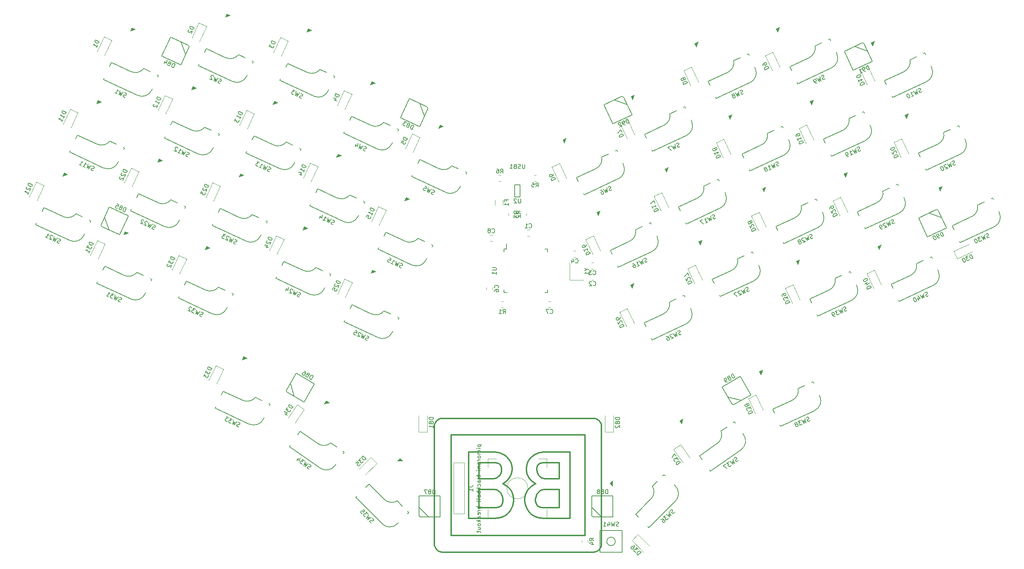
<source format=gbr>
%TF.GenerationSoftware,KiCad,Pcbnew,(5.1.10)-1*%
%TF.CreationDate,2021-09-08T22:09:27-07:00*%
%TF.ProjectId,barobord,6261726f-626f-4726-942e-6b696361645f,rev?*%
%TF.SameCoordinates,Original*%
%TF.FileFunction,Legend,Bot*%
%TF.FilePolarity,Positive*%
%FSLAX46Y46*%
G04 Gerber Fmt 4.6, Leading zero omitted, Abs format (unit mm)*
G04 Created by KiCad (PCBNEW (5.1.10)-1) date 2021-09-08 22:09:27*
%MOMM*%
%LPD*%
G01*
G04 APERTURE LIST*
%ADD10C,0.320000*%
%ADD11C,0.200000*%
%ADD12C,0.150000*%
%ADD13C,0.100000*%
%ADD14C,0.120000*%
G04 APERTURE END LIST*
D10*
X140457333Y-138750424D02*
X140248412Y-138736964D01*
X140540013Y-138754604D02*
X140488793Y-138754604D01*
X140693833Y-138777745D02*
X140540013Y-138754604D01*
X140488793Y-138754604D02*
X140457333Y-138750424D01*
X140248412Y-138736964D02*
X139989113Y-138731164D01*
X140934153Y-138848304D02*
X140891173Y-138832625D01*
X139738572Y-136199144D02*
X139858453Y-136199144D01*
X141999393Y-133251004D02*
X141678573Y-132753004D01*
X141964393Y-139704064D02*
X141795693Y-139472564D01*
X141017393Y-138879764D02*
X140934153Y-138848304D01*
X141256372Y-139003444D02*
X141017393Y-138879764D01*
X144263233Y-132260404D02*
X144317773Y-132381404D01*
X141543532Y-139211584D02*
X141256372Y-139003444D01*
X141795693Y-139472564D02*
X141543532Y-139211584D01*
X142012593Y-139786184D02*
X141964393Y-139704064D01*
X142434573Y-141029724D02*
X142329033Y-140471644D01*
X140582213Y-132354404D02*
X140395093Y-132354404D01*
X142434573Y-141216064D02*
X142434573Y-141029724D01*
X142106573Y-134082484D02*
X142106573Y-133948564D01*
X144177233Y-138758204D02*
X144286653Y-138918564D01*
X140395093Y-132354404D02*
X136761213Y-132354404D01*
X141143612Y-132454004D02*
X140582213Y-132354404D01*
X141605273Y-135399044D02*
X141883613Y-134968304D01*
X142387733Y-137371364D02*
X142594673Y-137468864D01*
X140582492Y-136128864D02*
X140633233Y-136113204D01*
X144317773Y-132381404D02*
X144509333Y-133016404D01*
X141321352Y-135693404D02*
X141605273Y-135399044D01*
X140218913Y-136181504D02*
X140531493Y-136140444D01*
X141160693Y-135820184D02*
X141215513Y-135777224D01*
X143349053Y-131018004D02*
X143446633Y-131104004D01*
X144591453Y-133831164D02*
X144591453Y-134099624D01*
X144796493Y-139961724D02*
X144966533Y-140867104D01*
X142709893Y-130537404D02*
X143251193Y-130928204D01*
X141832873Y-130123204D02*
X141965733Y-130174204D01*
X141215513Y-135777224D02*
X141321352Y-135693404D01*
X144286653Y-138918564D02*
X144399913Y-139078724D01*
X144453673Y-134905164D02*
X144040493Y-135853284D01*
X140893073Y-135993824D02*
X141160693Y-135820184D01*
X140633233Y-136113204D02*
X140893073Y-135993824D01*
X142106573Y-133948564D02*
X142106573Y-133774084D01*
X144208353Y-132139204D02*
X144263233Y-132260404D01*
X142644053Y-137223884D02*
X142387733Y-137371364D01*
X142594673Y-137468864D02*
X143483813Y-138050945D01*
X143251193Y-130928204D02*
X143349053Y-131018004D01*
X144591453Y-133627464D02*
X144591453Y-133831164D01*
X142098593Y-130224804D02*
X142709893Y-130537404D01*
X139858453Y-136199144D02*
X140218913Y-136181504D01*
X136761213Y-132354404D02*
X136761213Y-136199144D01*
X144966533Y-140867104D02*
X144966533Y-141169224D01*
X144399913Y-139078724D02*
X144796493Y-139961724D01*
X144591453Y-134099624D02*
X144453673Y-134905164D01*
X143483813Y-138050945D02*
X144177233Y-138758204D01*
X141133393Y-129945404D02*
X141832873Y-130123204D01*
X142050613Y-134484644D02*
X142106573Y-134082484D01*
X140456553Y-129869204D02*
X141133393Y-129945404D01*
X140531493Y-136140444D02*
X140582492Y-136128864D01*
X144040493Y-135853284D02*
X143351793Y-136675104D01*
X142329033Y-140471644D02*
X142082853Y-139895344D01*
X142082853Y-139895344D02*
X142012593Y-139786184D01*
X143446633Y-131104004D02*
X143870453Y-131586204D01*
X143870453Y-131586204D02*
X144208353Y-132139204D01*
X136761213Y-136199144D02*
X139738572Y-136199144D01*
X141678573Y-132753004D02*
X141143612Y-132454004D01*
X143351793Y-136675104D02*
X142644053Y-137223884D01*
X141965733Y-130174204D02*
X142098593Y-130224804D01*
X144509333Y-133016404D02*
X144591453Y-133627464D01*
X142106573Y-133774084D02*
X141999393Y-133251004D01*
X140891173Y-138832625D02*
X140693833Y-138777745D01*
X141883613Y-134968304D02*
X142050613Y-134484644D01*
X141379853Y-145482984D02*
X141278093Y-145498444D01*
X141959953Y-145353724D02*
X141485113Y-145463444D01*
X126120793Y-123732004D02*
X126160756Y-123431404D01*
X142364313Y-145228924D02*
X141959953Y-145353724D01*
X144747733Y-142540604D02*
X144298233Y-143517664D01*
X165808393Y-123732004D02*
X165808393Y-123832404D01*
X161839593Y-149629244D02*
X130089553Y-149629244D01*
X126993919Y-122185804D02*
X127331265Y-122003404D01*
X126700671Y-122427804D02*
X126993919Y-122185804D01*
X164224593Y-153557766D02*
X163923993Y-153598004D01*
X165652593Y-152387256D02*
X165470193Y-152724604D01*
X143876233Y-144117384D02*
X143520713Y-144498244D01*
X144298233Y-143517664D02*
X144239813Y-143607484D01*
X165767993Y-123431404D02*
X165808393Y-123732004D01*
X144966533Y-141169224D02*
X144966533Y-141485584D01*
X127704159Y-153557766D02*
X127331265Y-153442286D01*
X126160756Y-152014364D02*
X126120793Y-151713676D01*
X126993919Y-153259834D02*
X126700671Y-153017850D01*
X164934793Y-153259834D02*
X164597593Y-153442286D01*
X144966533Y-141485584D02*
X144810333Y-142329784D01*
X165808393Y-151613628D02*
X165808393Y-151713676D01*
X130089553Y-149629244D02*
X130089553Y-125816804D01*
X130089553Y-125816804D02*
X161839593Y-125816804D01*
X128004845Y-121848004D02*
X128105169Y-121848004D01*
X165470193Y-152724604D02*
X165228193Y-153017850D01*
X165808393Y-151713676D02*
X165767993Y-152014364D01*
X126120793Y-151713676D02*
X126120793Y-151613628D01*
X163823993Y-153598004D02*
X128105169Y-153598004D01*
X142434573Y-145201604D02*
X142364313Y-145228924D01*
X143442753Y-144568524D02*
X143368313Y-144634984D01*
X144779133Y-142435344D02*
X144747733Y-142540604D01*
X164597593Y-153442286D02*
X164224593Y-153557766D01*
X126120793Y-151613628D02*
X126120793Y-123832404D01*
X127331265Y-122003404D02*
X127704159Y-121888004D01*
X126276236Y-123058404D02*
X126458687Y-122721205D01*
X165767993Y-152014364D02*
X165652593Y-152387256D01*
X126458687Y-122721205D02*
X126700671Y-122427804D01*
X134276033Y-129869204D02*
X140231053Y-129869204D01*
X141278093Y-145498444D02*
X140492613Y-145576684D01*
X144184913Y-143697364D02*
X143876233Y-144117384D01*
X142528273Y-145162444D02*
X142434573Y-145201604D01*
X144810333Y-142329784D02*
X144779133Y-142435344D01*
X128004845Y-153598004D02*
X127704159Y-153557766D01*
X141485113Y-145463444D02*
X141379853Y-145482984D01*
X126120793Y-123832404D02*
X126120793Y-123732004D01*
X144239813Y-143607484D02*
X144184913Y-143697364D01*
X126458687Y-152724604D02*
X126276236Y-152387256D01*
X165228193Y-153017850D02*
X164934793Y-153259834D01*
X140231053Y-129869204D02*
X140456553Y-129869204D01*
X140231053Y-145576684D02*
X134276033Y-145576684D01*
X127704159Y-121888004D02*
X128004845Y-121848004D01*
X142967833Y-144926024D02*
X142528273Y-145162444D01*
X126160756Y-123431404D02*
X126276236Y-123058404D01*
X127331265Y-153442286D02*
X126993919Y-153259834D01*
X161839593Y-125816804D02*
X161839593Y-149629244D01*
X126700671Y-153017850D02*
X126458687Y-152724604D01*
X165808393Y-123832404D02*
X165808393Y-151613628D01*
X163923993Y-153598004D02*
X163823993Y-153598004D01*
X134276033Y-145576684D02*
X134276033Y-129869204D01*
X143368313Y-144634984D02*
X142967833Y-144926024D01*
X140492613Y-145576684D02*
X140231053Y-145576684D01*
X126276236Y-152387256D02*
X126160756Y-152014364D01*
X143520713Y-144498244D02*
X143442753Y-144568524D01*
X128105169Y-153598004D02*
X128004845Y-153598004D01*
X150602793Y-139703784D02*
X150554793Y-139785904D01*
X141353093Y-142930364D02*
X141953892Y-142587464D01*
X150252793Y-142016164D02*
X150613193Y-142587464D01*
X147600793Y-141169224D02*
X147600793Y-140867104D01*
X150238193Y-140471644D02*
X150132793Y-141029724D01*
X150460993Y-133774084D02*
X150460993Y-133948564D01*
X152027392Y-138754604D02*
X151873593Y-138777745D01*
X155806193Y-138731164D02*
X152664793Y-138731164D01*
X151023593Y-139211584D02*
X150771393Y-139472284D01*
X150771393Y-139472284D02*
X150602793Y-139703784D01*
X152348193Y-136181504D02*
X152708593Y-136199144D01*
X151984993Y-132354204D02*
X151423593Y-132453604D01*
X150460993Y-133948564D02*
X150460993Y-134082484D01*
X150554793Y-139785904D02*
X150484193Y-139895344D01*
X152109793Y-138750424D02*
X152078592Y-138754604D01*
X155806193Y-132354204D02*
X152172393Y-132354204D01*
X155806193Y-136199144D02*
X155806193Y-132354204D01*
X152172393Y-132354204D02*
X151984993Y-132354204D01*
X151984993Y-136128864D02*
X152035593Y-136140444D01*
X151933993Y-136113204D02*
X151984993Y-136128864D01*
X150484193Y-139895344D02*
X150238193Y-140471644D01*
X151549793Y-138879764D02*
X151310793Y-139003444D01*
X152055193Y-143044724D02*
X155806193Y-143044724D01*
X150132793Y-141415884D02*
X150252793Y-142016164D01*
X136761213Y-143044724D02*
X140512213Y-143044724D01*
X151676193Y-138832625D02*
X151633193Y-138848304D01*
X152828793Y-136199144D02*
X155806193Y-136199144D01*
X151351793Y-135777224D02*
X151406393Y-135820184D01*
X155806193Y-143044724D02*
X155806193Y-138731164D01*
X141953892Y-142587464D02*
X142314413Y-142016164D01*
X148167193Y-139078724D02*
X148280793Y-138918564D01*
X150567993Y-133251004D02*
X150460993Y-133774084D01*
X151423593Y-132453604D02*
X150888793Y-132752804D01*
X151406393Y-135820184D02*
X151673993Y-135993824D01*
X152708593Y-136199144D02*
X152828793Y-136199144D01*
X151844993Y-143044724D02*
X152055193Y-143044724D01*
X150132793Y-141216064D02*
X150132793Y-141415884D01*
X147770593Y-139961724D02*
X148167193Y-139078724D01*
X147600793Y-140867104D02*
X147770593Y-139961724D01*
X150132793Y-141029724D02*
X150132793Y-141216064D01*
X150888793Y-132752804D02*
X150567993Y-133251004D01*
X151873593Y-138777745D02*
X151676193Y-138832625D01*
X151245793Y-135693404D02*
X151351793Y-135777224D01*
X150961793Y-135399044D02*
X151245793Y-135693404D01*
X150516593Y-134484644D02*
X150683593Y-134968304D01*
X142314413Y-142016164D02*
X142434573Y-141415884D01*
X140722193Y-143044724D02*
X141353093Y-142930364D01*
X151310793Y-139003444D02*
X151023593Y-139211584D01*
X151633193Y-138848304D02*
X151549793Y-138879764D01*
X150613193Y-142587464D02*
X151213993Y-142930364D01*
X152578193Y-138731164D02*
X152318993Y-138736964D01*
X152318993Y-138736964D02*
X152109793Y-138750424D01*
X139902833Y-138731164D02*
X136761213Y-138731164D01*
X142434573Y-141415884D02*
X142434573Y-141216064D01*
X139989113Y-138731164D02*
X139902833Y-138731164D01*
X152078592Y-138754604D02*
X152027392Y-138754604D01*
X151213993Y-142930364D02*
X151844993Y-143044724D01*
X136761213Y-138731164D02*
X136761213Y-143044724D01*
X150460993Y-134082484D02*
X150516593Y-134484644D01*
X152035593Y-136140444D02*
X152348193Y-136181504D01*
X151673993Y-135993824D02*
X151933993Y-136113204D01*
X152664793Y-138731164D02*
X152578193Y-138731164D01*
X140512213Y-143044724D02*
X140722193Y-143044724D01*
X150683593Y-134968304D02*
X150961793Y-135399044D01*
X164224593Y-121888004D02*
X164597593Y-122003404D01*
X163923993Y-121848004D02*
X164224593Y-121888004D01*
X165470193Y-122721205D02*
X165652593Y-123058404D01*
X163823993Y-121848004D02*
X163923993Y-121848004D01*
X164597593Y-122003404D02*
X164934793Y-122185804D01*
X165228193Y-122427804D02*
X165470193Y-122721205D01*
X164934793Y-122185804D02*
X165228193Y-122427804D01*
X128105169Y-121848004D02*
X163823993Y-121848004D01*
X149857193Y-130537404D02*
X150468793Y-130224804D01*
X148249393Y-132381404D02*
X148304193Y-132260404D01*
X149599193Y-144926024D02*
X149198793Y-144634984D01*
X148696593Y-131586204D02*
X149120593Y-131103804D01*
X147756793Y-142329784D02*
X147600793Y-141459124D01*
X149215393Y-136675104D02*
X148526593Y-135853284D01*
X149120593Y-131103804D02*
X149218393Y-131018004D01*
X148358793Y-132139204D02*
X148696593Y-131586204D01*
X151082193Y-145463444D02*
X150607393Y-145353724D01*
X149972393Y-137468864D02*
X150179593Y-137371364D01*
X151433993Y-129945404D02*
X152110792Y-129869204D01*
X147788193Y-142435344D02*
X147756793Y-142329784D01*
X147819393Y-142540604D02*
X147788193Y-142435344D01*
X150601593Y-130174204D02*
X150734393Y-130123204D01*
X158291393Y-129869204D02*
X158291393Y-145576684D01*
X152049393Y-145576684D02*
X151289393Y-145498444D01*
X148690793Y-144117384D02*
X148382193Y-143697364D01*
X150203193Y-145228924D02*
X150132793Y-145201604D01*
X147600793Y-141459124D02*
X147600793Y-141169224D01*
X147975993Y-134099844D02*
X147975993Y-133831444D01*
X148268793Y-143517384D02*
X147819393Y-142540604D01*
X148526593Y-135853284D02*
X148113393Y-134905164D01*
X149046393Y-144498244D02*
X148690793Y-144117384D01*
X148327593Y-143607484D02*
X148268793Y-143517384D01*
X149124593Y-144568524D02*
X149046393Y-144498244D01*
X152336593Y-129869204D02*
X158291393Y-129869204D01*
X150607393Y-145353724D02*
X150203193Y-145228924D01*
X149083593Y-138050945D02*
X149972393Y-137468864D01*
X150179593Y-137371364D02*
X149922993Y-137223884D01*
X152336593Y-145576684D02*
X152049393Y-145576684D01*
X147975993Y-133627464D02*
X148057793Y-133016404D01*
X158291393Y-145576684D02*
X152336593Y-145576684D01*
X148280793Y-138918564D02*
X148390193Y-138758204D01*
X152110792Y-129869204D02*
X152336593Y-129869204D01*
X150468793Y-130224804D02*
X150601593Y-130174204D01*
X149218393Y-131018004D02*
X149315993Y-130928204D01*
X147975993Y-133831444D02*
X147975993Y-133627464D01*
X148113393Y-134905164D02*
X147975993Y-134099844D01*
X149922993Y-137223884D02*
X149215393Y-136675104D01*
X149198793Y-144634984D02*
X149124593Y-144568524D01*
X148382193Y-143697364D02*
X148327593Y-143607484D01*
X151187793Y-145482984D02*
X151082193Y-145463444D01*
X150734393Y-130123204D02*
X151433993Y-129945404D01*
X150132793Y-145201604D02*
X150038793Y-145162444D01*
X150038793Y-145162444D02*
X149599193Y-144926024D01*
X148390193Y-138758204D02*
X149083593Y-138050945D01*
X149315993Y-130928204D02*
X149857193Y-130537404D01*
X148304193Y-132260404D02*
X148358793Y-132139204D01*
X148057793Y-133016404D02*
X148249393Y-132381404D01*
X151289393Y-145498444D02*
X151187793Y-145482984D01*
X165652593Y-123058404D02*
X165767993Y-123431404D01*
D11*
%TO.C,D92*%
X166371128Y-47449490D02*
X168483679Y-51979869D01*
X168483369Y-51980719D02*
X173014908Y-49867628D01*
X170629924Y-45462874D02*
X171007471Y-45562666D01*
X171007471Y-45562666D02*
X173014908Y-49867628D01*
X170629924Y-45462874D02*
X166370278Y-47449180D01*
D12*
X168817309Y-46308111D02*
X171852708Y-47375281D01*
D11*
%TO.C,D91*%
X223391128Y-34719490D02*
X225503679Y-39249869D01*
X225503369Y-39250719D02*
X230034908Y-37137628D01*
X227649924Y-32732874D02*
X228027471Y-32832666D01*
X228027471Y-32832666D02*
X230034908Y-37137628D01*
X227649924Y-32732874D02*
X223390278Y-34719180D01*
D12*
X225837309Y-33578111D02*
X228872708Y-34645281D01*
D11*
%TO.C,D90*%
X241001128Y-74289490D02*
X243113679Y-78819869D01*
X243113369Y-78820719D02*
X247644908Y-76707628D01*
X245259924Y-72302874D02*
X245637471Y-72402666D01*
X245637471Y-72402666D02*
X247644908Y-76707628D01*
X245259924Y-72302874D02*
X241000278Y-74289180D01*
D12*
X243447309Y-73148111D02*
X246482708Y-74215281D01*
D11*
%TO.C,D89*%
X201216782Y-116253233D02*
X198717422Y-111924215D01*
X198717657Y-111923340D02*
X194387529Y-114423340D01*
X197147337Y-118603468D02*
X196762529Y-118536961D01*
X196762529Y-118536961D02*
X194387529Y-114423340D01*
X197147337Y-118603468D02*
X201217657Y-116253468D01*
D12*
X198879388Y-117603468D02*
X195762529Y-116804910D01*
D11*
%TO.C,D88*%
X168491953Y-145217764D02*
X168491953Y-140219044D01*
X168492593Y-140218404D02*
X163492593Y-140218404D01*
X163792593Y-145218404D02*
X163492593Y-144968404D01*
X163492593Y-144968404D02*
X163492593Y-140218404D01*
X163792593Y-145218404D02*
X168492593Y-145218404D01*
D12*
X165792593Y-145218404D02*
X163492593Y-142968404D01*
D11*
%TO.C,D87*%
X127501953Y-145247764D02*
X127501953Y-140249044D01*
X127502593Y-140248404D02*
X122502593Y-140248404D01*
X122802593Y-145248404D02*
X122502593Y-144998404D01*
X122502593Y-144998404D02*
X122502593Y-140248404D01*
X122802593Y-145248404D02*
X127502593Y-145248404D01*
D12*
X124802593Y-145248404D02*
X122502593Y-142998404D01*
D11*
%TO.C,D86*%
X95237422Y-117992593D02*
X97736782Y-113663575D01*
X97737657Y-113663340D02*
X93407529Y-111163340D01*
X91167337Y-115643468D02*
X91032529Y-115276961D01*
X91032529Y-115276961D02*
X93407529Y-111163340D01*
X91167337Y-115643468D02*
X95237657Y-117993468D01*
D12*
X92899388Y-116643468D02*
X92032529Y-113544910D01*
D11*
%TO.C,D85*%
X51471507Y-78319869D02*
X53584058Y-73789490D01*
X53584908Y-73789180D02*
X49053369Y-71676089D01*
X47212170Y-76334413D02*
X47045932Y-75981051D01*
X47045932Y-75981051D02*
X49053369Y-71676089D01*
X47212170Y-76334413D02*
X51471817Y-78320719D01*
D12*
X49024786Y-77179650D02*
X47891169Y-74168435D01*
D11*
%TO.C,D84*%
X63593679Y-31346939D02*
X61481128Y-35877318D01*
X61480278Y-35877628D02*
X66011817Y-37990719D01*
X67853016Y-33332395D02*
X68019254Y-33685757D01*
X68019254Y-33685757D02*
X66011817Y-37990719D01*
X67853016Y-33332395D02*
X63593369Y-31346089D01*
D12*
X66040400Y-32487158D02*
X67174017Y-35498373D01*
D11*
%TO.C,D83*%
X120233679Y-45966939D02*
X118121128Y-50497318D01*
X118120278Y-50497628D02*
X122651817Y-52610719D01*
X124493016Y-47952395D02*
X124659254Y-48305757D01*
X124659254Y-48305757D02*
X122651817Y-52610719D01*
X124493016Y-47952395D02*
X120233369Y-45966089D01*
D12*
X122680400Y-47107158D02*
X123814017Y-50118373D01*
D13*
%TO.C,D59*%
G36*
X99973224Y-118370794D02*
G01*
X101226679Y-118149776D01*
X100489442Y-117633558D01*
X99973224Y-118370794D01*
G37*
X99973224Y-118370794D02*
X101226679Y-118149776D01*
X100489442Y-117633558D01*
X99973224Y-118370794D01*
D14*
%TO.C,D82*%
X168652593Y-125108404D02*
X168652593Y-121208404D01*
X166652593Y-125108404D02*
X166652593Y-121208404D01*
X168652593Y-125108404D02*
X166652593Y-125108404D01*
%TO.C,D81*%
X124452593Y-125108404D02*
X124452593Y-121208404D01*
X122452593Y-125108404D02*
X122452593Y-121208404D01*
X124452593Y-125108404D02*
X122452593Y-125108404D01*
%TO.C,J1*%
X152852593Y-131458404D02*
X150852593Y-131458404D01*
X152852593Y-133458404D02*
X152852593Y-131458404D01*
X152852593Y-131458404D02*
X152852593Y-133458404D01*
X138852593Y-131458404D02*
X140852593Y-131458404D01*
X138852593Y-133458404D02*
X138852593Y-131458404D01*
X138852593Y-131458404D02*
X138852593Y-133458404D01*
X152852593Y-145458404D02*
X152852593Y-143458404D01*
X150852593Y-145458404D02*
X152852593Y-145458404D01*
X151852593Y-145458404D02*
X150852593Y-145458404D01*
X152852593Y-145458404D02*
X151852593Y-145458404D01*
X138852593Y-145458404D02*
X138852593Y-143458404D01*
X138852593Y-145458404D02*
X140852593Y-145458404D01*
X148352593Y-138458404D02*
G75*
G03*
X148352593Y-138458404I-2500000J0D01*
G01*
X130752593Y-132558404D02*
X130752593Y-144458404D01*
X130752593Y-144458404D02*
X133252593Y-144458404D01*
X133252593Y-144458404D02*
X133252593Y-132358404D01*
X133252593Y-132358404D02*
X130752593Y-132358404D01*
X130752593Y-132358404D02*
X130752593Y-132558404D01*
D13*
%TO.C,D56*%
G36*
X119064879Y-70236118D02*
G01*
X120260912Y-69800797D01*
X119445235Y-69420441D01*
X119064879Y-70236118D01*
G37*
X119064879Y-70236118D02*
X120260912Y-69800797D01*
X119445235Y-69420441D01*
X119064879Y-70236118D01*
%TO.C,D57*%
G36*
X111035133Y-87455965D02*
G01*
X112231166Y-87020644D01*
X111415489Y-86640288D01*
X111035133Y-87455965D01*
G37*
X111035133Y-87455965D02*
X112231166Y-87020644D01*
X111415489Y-86640288D01*
X111035133Y-87455965D01*
%TO.C,D45*%
G36*
X60432137Y-61100955D02*
G01*
X61628170Y-60665634D01*
X60812493Y-60285278D01*
X60432137Y-61100955D01*
G37*
X60432137Y-61100955D02*
X61628170Y-60665634D01*
X60812493Y-60285278D01*
X60432137Y-61100955D01*
%TO.C,D65*%
G36*
X165022136Y-73786111D02*
G01*
X165457456Y-72590078D01*
X164641779Y-72970434D01*
X165022136Y-73786111D01*
G37*
X165022136Y-73786111D02*
X165457456Y-72590078D01*
X164641779Y-72970434D01*
X165022136Y-73786111D01*
%TO.C,D53*%
G36*
X102901578Y-59940601D02*
G01*
X104097611Y-59505280D01*
X103281934Y-59124924D01*
X102901578Y-59940601D01*
G37*
X102901578Y-59940601D02*
X104097611Y-59505280D01*
X103281934Y-59124924D01*
X102901578Y-59940601D01*
%TO.C,D52*%
G36*
X94871831Y-77160449D02*
G01*
X96067864Y-76725128D01*
X95252187Y-76344772D01*
X94871831Y-77160449D01*
G37*
X94871831Y-77160449D02*
X96067864Y-76725128D01*
X95252187Y-76344772D01*
X94871831Y-77160449D01*
%TO.C,D54*%
G36*
X110931325Y-42720754D02*
G01*
X112127358Y-42285433D01*
X111311681Y-41905077D01*
X110931325Y-42720754D01*
G37*
X110931325Y-42720754D02*
X112127358Y-42285433D01*
X111311681Y-41905077D01*
X110931325Y-42720754D01*
D12*
%TO.C,SW24*%
X88552773Y-88629455D02*
X88713790Y-88284152D01*
X96609849Y-92386531D02*
X88552773Y-88629455D01*
X99985321Y-91157960D02*
X100146339Y-90812657D01*
X101250194Y-87543910D02*
X101595497Y-87704927D01*
X98073732Y-86062701D02*
X99638778Y-86792495D01*
X90431311Y-84600917D02*
X95035355Y-86747818D01*
X90001931Y-85521726D02*
X90431311Y-84600917D01*
X101434479Y-88050231D02*
X101595497Y-87704927D01*
X98081744Y-86045518D02*
G75*
G02*
X95035355Y-86747818I-1972939J1599722D01*
G01*
X99985320Y-91157960D02*
G75*
G02*
X96609849Y-92386531I-2302021J1073450D01*
G01*
%TO.C,SW4*%
X104612267Y-54189760D02*
X104773284Y-53844457D01*
X112669343Y-57946836D02*
X104612267Y-54189760D01*
X116044815Y-56718265D02*
X116205833Y-56372962D01*
X117309688Y-53104215D02*
X117654991Y-53265232D01*
X114133226Y-51623006D02*
X115698272Y-52352800D01*
X106490805Y-50161222D02*
X111094849Y-52308123D01*
X106061425Y-51082031D02*
X106490805Y-50161222D01*
X117493973Y-53610536D02*
X117654991Y-53265232D01*
X114141238Y-51605823D02*
G75*
G02*
X111094849Y-52308123I-1972939J1599722D01*
G01*
X116044814Y-56718265D02*
G75*
G02*
X112669343Y-57946836I-2302021J1073450D01*
G01*
%TO.C,SW14*%
X96582520Y-71409607D02*
X96743537Y-71064304D01*
X104639596Y-75166683D02*
X96582520Y-71409607D01*
X108015068Y-73938112D02*
X108176086Y-73592809D01*
X109279941Y-70324062D02*
X109625244Y-70485079D01*
X106103479Y-68842853D02*
X107668525Y-69572647D01*
X98461058Y-67381069D02*
X103065102Y-69527970D01*
X98031678Y-68301878D02*
X98461058Y-67381069D01*
X109464226Y-70830383D02*
X109625244Y-70485079D01*
X106111491Y-68825670D02*
G75*
G02*
X103065102Y-69527970I-1972939J1599722D01*
G01*
X108015067Y-73938112D02*
G75*
G02*
X104639596Y-75166683I-2302021J1073450D01*
G01*
%TO.C,SW34*%
X91758594Y-128568268D02*
X91977127Y-128256171D01*
X99040856Y-133667362D02*
X91758594Y-128568268D01*
X102578386Y-133043600D02*
X102796919Y-132731503D01*
X104451616Y-129704098D02*
X104763712Y-129922631D01*
X101580620Y-127693806D02*
X102995163Y-128684279D01*
X94308141Y-124927137D02*
X98469434Y-127840905D01*
X93725388Y-125759395D02*
X94308141Y-124927137D01*
X104545180Y-130234728D02*
X104763712Y-129922631D01*
X101591495Y-127678275D02*
G75*
G02*
X98469434Y-127840905I-1665177J1918016D01*
G01*
X102578386Y-133043600D02*
G75*
G02*
X99040856Y-133667362I-2080646J1456884D01*
G01*
%TO.C,SW7*%
X177879646Y-58483562D02*
X177718628Y-58138258D01*
X185936722Y-54726485D02*
X177879646Y-58483562D01*
X187165294Y-51351013D02*
X187004276Y-51005710D01*
X185209815Y-48058998D02*
X185555118Y-47897980D01*
X182033353Y-49540207D02*
X183598400Y-48810413D01*
X176001108Y-54455024D02*
X180605151Y-52308123D01*
X176430488Y-55375832D02*
X176001108Y-54455024D01*
X185716136Y-48243284D02*
X185555118Y-47897980D01*
X182025340Y-49523024D02*
G75*
G02*
X180605151Y-52308123I-2493639J-483077D01*
G01*
X187165293Y-51351014D02*
G75*
G02*
X185936722Y-54726485I-2302021J-1073450D01*
G01*
%TO.C,SW40*%
X236408581Y-94083610D02*
X236247563Y-93738306D01*
X244465657Y-90326533D02*
X236408581Y-94083610D01*
X245694229Y-86951061D02*
X245533211Y-86605758D01*
X243738750Y-83659046D02*
X244084053Y-83498028D01*
X240562288Y-85140255D02*
X242127335Y-84410461D01*
X234530043Y-90055072D02*
X239134086Y-87908171D01*
X234959423Y-90975880D02*
X234530043Y-90055072D01*
X244245071Y-83843332D02*
X244084053Y-83498028D01*
X240554275Y-85123072D02*
G75*
G02*
X239134086Y-87908171I-2493639J-483077D01*
G01*
X245694228Y-86951062D02*
G75*
G02*
X244465657Y-90326533I-2302021J-1073450D01*
G01*
%TO.C,SW39*%
X217075643Y-97581818D02*
X216914625Y-97236514D01*
X225132719Y-93824741D02*
X217075643Y-97581818D01*
X226361291Y-90449269D02*
X226200273Y-90103966D01*
X224405812Y-87157254D02*
X224751115Y-86996236D01*
X221229350Y-88638463D02*
X222794397Y-87908669D01*
X215197105Y-93553280D02*
X219801148Y-91406379D01*
X215626485Y-94474088D02*
X215197105Y-93553280D01*
X224912133Y-87341540D02*
X224751115Y-86996236D01*
X221221337Y-88621280D02*
G75*
G02*
X219801148Y-91406379I-2493639J-483077D01*
G01*
X226361290Y-90449270D02*
G75*
G02*
X225132719Y-93824741I-2302021J-1073450D01*
G01*
%TO.C,SW38*%
X208308160Y-123737721D02*
X208147142Y-123392417D01*
X216365236Y-119980644D02*
X208308160Y-123737721D01*
X217593808Y-116605172D02*
X217432790Y-116259869D01*
X215638329Y-113313157D02*
X215983632Y-113152139D01*
X212461867Y-114794366D02*
X214026914Y-114064572D01*
X206429622Y-119709183D02*
X211033665Y-117562282D01*
X206859002Y-120629991D02*
X206429622Y-119709183D01*
X216144650Y-113497443D02*
X215983632Y-113152139D01*
X212453854Y-114777183D02*
G75*
G02*
X211033665Y-117562282I-2493639J-483077D01*
G01*
X217593807Y-116605173D02*
G75*
G02*
X216365236Y-119980644I-2302021J-1073450D01*
G01*
%TO.C,SW37*%
X191618821Y-134395804D02*
X191400288Y-134083707D01*
X198901083Y-129296710D02*
X191618821Y-134395804D01*
X199524845Y-125759179D02*
X199306312Y-125447083D01*
X197027422Y-122856743D02*
X197339519Y-122638210D01*
X194156426Y-124867035D02*
X195570969Y-123876562D01*
X189069274Y-130754673D02*
X193230566Y-127840905D01*
X189652027Y-131586932D02*
X189069274Y-130754673D01*
X197558051Y-122950307D02*
X197339519Y-122638210D01*
X194145552Y-124851505D02*
G75*
G02*
X193230566Y-127840905I-2371870J-908754D01*
G01*
X199524845Y-125759180D02*
G75*
G02*
X198901083Y-129296710I-2080646J-1456884D01*
G01*
%TO.C,SW36*%
X177033788Y-147790042D02*
X176764381Y-147520635D01*
X183319968Y-141503863D02*
X177033788Y-147790042D01*
X183319968Y-137911761D02*
X183050560Y-137642353D01*
X180356483Y-135487091D02*
X180625891Y-135217684D01*
X177878188Y-137965386D02*
X179099247Y-136744327D01*
X173890699Y-144646953D02*
X177482801Y-141054850D01*
X174609119Y-145365373D02*
X173890699Y-144646953D01*
X180895299Y-135487091D02*
X180625891Y-135217684D01*
X177864782Y-137951980D02*
G75*
G02*
X177482801Y-141054850I-2178032J-1306819D01*
G01*
X183319967Y-137911760D02*
G75*
G02*
X183319968Y-141503863I-1796051J-1796052D01*
G01*
%TO.C,SW35*%
X107482007Y-140605837D02*
X107751414Y-140336430D01*
X113768186Y-146892017D02*
X107482007Y-140605837D01*
X117360288Y-146892017D02*
X117629696Y-146622609D01*
X119784958Y-143928532D02*
X120054365Y-144197940D01*
X117306663Y-141450237D02*
X118527722Y-142671296D01*
X110625096Y-137462748D02*
X114217199Y-141054850D01*
X109906676Y-138181168D02*
X110625096Y-137462748D01*
X119784958Y-144467348D02*
X120054365Y-144197940D01*
X117320069Y-141436831D02*
G75*
G02*
X114217199Y-141054850I-1306819J2178032D01*
G01*
X117360289Y-146892016D02*
G75*
G02*
X113768186Y-146892017I-1796052J1796051D01*
G01*
%TO.C,SW33*%
X74183753Y-119443919D02*
X74344770Y-119098616D01*
X82240829Y-123200995D02*
X74183753Y-119443919D01*
X85616301Y-121972424D02*
X85777319Y-121627121D01*
X86881174Y-118358374D02*
X87226477Y-118519391D01*
X83704712Y-116877165D02*
X85269758Y-117606959D01*
X76062291Y-115415381D02*
X80666335Y-117562282D01*
X75632911Y-116336190D02*
X76062291Y-115415381D01*
X87065459Y-118864695D02*
X87226477Y-118519391D01*
X83712724Y-116859982D02*
G75*
G02*
X80666335Y-117562282I-1972939J1599722D01*
G01*
X85616300Y-121972424D02*
G75*
G02*
X82240829Y-123200995I-2302021J1073450D01*
G01*
%TO.C,SW32*%
X65416270Y-93288016D02*
X65577287Y-92942713D01*
X73473346Y-97045092D02*
X65416270Y-93288016D01*
X76848818Y-95816521D02*
X77009836Y-95471218D01*
X78113691Y-92202471D02*
X78458994Y-92363488D01*
X74937229Y-90721262D02*
X76502275Y-91451056D01*
X67294808Y-89259478D02*
X71898852Y-91406379D01*
X66865428Y-90180287D02*
X67294808Y-89259478D01*
X78297976Y-92708792D02*
X78458994Y-92363488D01*
X74945241Y-90704079D02*
G75*
G02*
X71898852Y-91406379I-1972939J1599722D01*
G01*
X76848817Y-95816521D02*
G75*
G02*
X73473346Y-97045092I-2302021J1073450D01*
G01*
%TO.C,SW31*%
X46083332Y-89789808D02*
X46244349Y-89444505D01*
X54140408Y-93546884D02*
X46083332Y-89789808D01*
X57515880Y-92318313D02*
X57676898Y-91973010D01*
X58780753Y-88704263D02*
X59126056Y-88865280D01*
X55604291Y-87223054D02*
X57169337Y-87952848D01*
X47961870Y-85761270D02*
X52565914Y-87908171D01*
X47532490Y-86682079D02*
X47961870Y-85761270D01*
X58965038Y-89210584D02*
X59126056Y-88865280D01*
X55612303Y-87205871D02*
G75*
G02*
X52565914Y-87908171I-1972939J1599722D01*
G01*
X57515879Y-92318313D02*
G75*
G02*
X54140408Y-93546884I-2302021J1073450D01*
G01*
%TO.C,SW30*%
X250881409Y-80162863D02*
X250720391Y-79817559D01*
X258938485Y-76405786D02*
X250881409Y-80162863D01*
X260167057Y-73030314D02*
X260006039Y-72685011D01*
X258211578Y-69738299D02*
X258556881Y-69577281D01*
X255035116Y-71219508D02*
X256600163Y-70489714D01*
X249002871Y-76134325D02*
X253606914Y-73987424D01*
X249432251Y-77055133D02*
X249002871Y-76134325D01*
X258717899Y-69922585D02*
X258556881Y-69577281D01*
X255027103Y-71202325D02*
G75*
G02*
X253606914Y-73987424I-2493639J-483077D01*
G01*
X260167056Y-73030315D02*
G75*
G02*
X258938485Y-76405786I-2302021J-1073450D01*
G01*
%TO.C,SW29*%
X228378834Y-76863763D02*
X228217816Y-76518459D01*
X236435910Y-73106686D02*
X228378834Y-76863763D01*
X237664482Y-69731214D02*
X237503464Y-69385911D01*
X235709003Y-66439199D02*
X236054306Y-66278181D01*
X232532541Y-67920408D02*
X234097588Y-67190614D01*
X226500296Y-72835225D02*
X231104339Y-70688324D01*
X226929676Y-73756033D02*
X226500296Y-72835225D01*
X236215324Y-66623485D02*
X236054306Y-66278181D01*
X232524528Y-67903225D02*
G75*
G02*
X231104339Y-70688324I-2493639J-483077D01*
G01*
X237664481Y-69731215D02*
G75*
G02*
X236435910Y-73106686I-2302021J-1073450D01*
G01*
%TO.C,SW28*%
X209045896Y-80361971D02*
X208884878Y-80016667D01*
X217102972Y-76604894D02*
X209045896Y-80361971D01*
X218331544Y-73229422D02*
X218170526Y-72884119D01*
X216376065Y-69937407D02*
X216721368Y-69776389D01*
X213199603Y-71418616D02*
X214764650Y-70688822D01*
X207167358Y-76333433D02*
X211771401Y-74186532D01*
X207596738Y-77254241D02*
X207167358Y-76333433D01*
X216882386Y-70121693D02*
X216721368Y-69776389D01*
X213191590Y-71401433D02*
G75*
G02*
X211771401Y-74186532I-2493639J-483077D01*
G01*
X218331543Y-73229423D02*
G75*
G02*
X217102972Y-76604894I-2302021J-1073450D01*
G01*
%TO.C,SW27*%
X193939140Y-92923257D02*
X193778122Y-92577953D01*
X201996216Y-89166180D02*
X193939140Y-92923257D01*
X203224788Y-85790708D02*
X203063770Y-85445405D01*
X201269309Y-82498693D02*
X201614612Y-82337675D01*
X198092847Y-83979902D02*
X199657894Y-83250108D01*
X192060602Y-88894719D02*
X196664645Y-86747818D01*
X192489982Y-89815527D02*
X192060602Y-88894719D01*
X201775630Y-82682979D02*
X201614612Y-82337675D01*
X198084834Y-83962719D02*
G75*
G02*
X196664645Y-86747818I-2493639J-483077D01*
G01*
X203224787Y-85790709D02*
G75*
G02*
X201996216Y-89166180I-2302021J-1073450D01*
G01*
%TO.C,SW26*%
X177775838Y-103218773D02*
X177614820Y-102873469D01*
X185832914Y-99461696D02*
X177775838Y-103218773D01*
X187061486Y-96086224D02*
X186900468Y-95740921D01*
X185106007Y-92794209D02*
X185451310Y-92633191D01*
X181929545Y-94275418D02*
X183494592Y-93545624D01*
X175897300Y-99190235D02*
X180501343Y-97043334D01*
X176326680Y-100111043D02*
X175897300Y-99190235D01*
X185612328Y-92978495D02*
X185451310Y-92633191D01*
X181921532Y-94258235D02*
G75*
G02*
X180501343Y-97043334I-2493639J-483077D01*
G01*
X187061485Y-96086225D02*
G75*
G02*
X185832914Y-99461696I-2302021J-1073450D01*
G01*
%TO.C,SW25*%
X104716075Y-98924971D02*
X104877092Y-98579668D01*
X112773151Y-102682047D02*
X104716075Y-98924971D01*
X116148623Y-101453476D02*
X116309641Y-101108173D01*
X117413496Y-97839426D02*
X117758799Y-98000443D01*
X114237034Y-96358217D02*
X115802080Y-97088011D01*
X106594613Y-94896433D02*
X111198657Y-97043334D01*
X106165233Y-95817242D02*
X106594613Y-94896433D01*
X117597781Y-98345747D02*
X117758799Y-98000443D01*
X114245046Y-96341034D02*
G75*
G02*
X111198657Y-97043334I-1972939J1599722D01*
G01*
X116148622Y-101453476D02*
G75*
G02*
X112773151Y-102682047I-2302021J1073450D01*
G01*
%TO.C,SW23*%
X73446017Y-76068169D02*
X73607034Y-75722866D01*
X81503093Y-79825245D02*
X73446017Y-76068169D01*
X84878565Y-78596674D02*
X85039583Y-78251371D01*
X86143438Y-74982624D02*
X86488741Y-75143641D01*
X82966976Y-73501415D02*
X84532022Y-74231209D01*
X75324555Y-72039631D02*
X79928599Y-74186532D01*
X74895175Y-72960440D02*
X75324555Y-72039631D01*
X86327723Y-75488945D02*
X86488741Y-75143641D01*
X82974988Y-73484232D02*
G75*
G02*
X79928599Y-74186532I-1972939J1599722D01*
G01*
X84878564Y-78596674D02*
G75*
G02*
X81503093Y-79825245I-2302021J1073450D01*
G01*
%TO.C,SW22*%
X54113079Y-72569961D02*
X54274096Y-72224658D01*
X62170155Y-76327037D02*
X54113079Y-72569961D01*
X65545627Y-75098466D02*
X65706645Y-74753163D01*
X66810500Y-71484416D02*
X67155803Y-71645433D01*
X63634038Y-70003207D02*
X65199084Y-70733001D01*
X55991617Y-68541423D02*
X60595661Y-70688324D01*
X55562237Y-69462232D02*
X55991617Y-68541423D01*
X66994785Y-71990737D02*
X67155803Y-71645433D01*
X63642050Y-69986024D02*
G75*
G02*
X60595661Y-70688324I-1972939J1599722D01*
G01*
X65545626Y-75098466D02*
G75*
G02*
X62170155Y-76327037I-2302021J1073450D01*
G01*
%TO.C,SW21*%
X31610504Y-75869061D02*
X31771521Y-75523758D01*
X39667580Y-79626137D02*
X31610504Y-75869061D01*
X43043052Y-78397566D02*
X43204070Y-78052263D01*
X44307925Y-74783516D02*
X44653228Y-74944533D01*
X41131463Y-73302307D02*
X42696509Y-74032101D01*
X33489042Y-71840523D02*
X38093086Y-73987424D01*
X33059662Y-72761332D02*
X33489042Y-71840523D01*
X44492210Y-75289837D02*
X44653228Y-74944533D01*
X41139475Y-73285124D02*
G75*
G02*
X38093086Y-73987424I-1972939J1599722D01*
G01*
X43043051Y-78397566D02*
G75*
G02*
X39667580Y-79626137I-2302021J1073450D01*
G01*
%TO.C,SW20*%
X242851662Y-62943016D02*
X242690644Y-62597712D01*
X250908738Y-59185939D02*
X242851662Y-62943016D01*
X252137310Y-55810467D02*
X251976292Y-55465164D01*
X250181831Y-52518452D02*
X250527134Y-52357434D01*
X247005369Y-53999661D02*
X248570416Y-53269867D01*
X240973124Y-58914478D02*
X245577167Y-56767577D01*
X241402504Y-59835286D02*
X240973124Y-58914478D01*
X250688152Y-52702738D02*
X250527134Y-52357434D01*
X246997356Y-53982478D02*
G75*
G02*
X245577167Y-56767577I-2493639J-483077D01*
G01*
X252137309Y-55810468D02*
G75*
G02*
X250908738Y-59185939I-2302021J-1073450D01*
G01*
%TO.C,SW19*%
X220349087Y-59643916D02*
X220188069Y-59298612D01*
X228406163Y-55886839D02*
X220349087Y-59643916D01*
X229634735Y-52511367D02*
X229473717Y-52166064D01*
X227679256Y-49219352D02*
X228024559Y-49058334D01*
X224502794Y-50700561D02*
X226067841Y-49970767D01*
X218470549Y-55615378D02*
X223074592Y-53468477D01*
X218899929Y-56536186D02*
X218470549Y-55615378D01*
X228185577Y-49403638D02*
X228024559Y-49058334D01*
X224494781Y-50683378D02*
G75*
G02*
X223074592Y-53468477I-2493639J-483077D01*
G01*
X229634734Y-52511368D02*
G75*
G02*
X228406163Y-55886839I-2302021J-1073450D01*
G01*
%TO.C,SW18*%
X201016149Y-63142124D02*
X200855131Y-62796820D01*
X209073225Y-59385047D02*
X201016149Y-63142124D01*
X210301797Y-56009575D02*
X210140779Y-55664272D01*
X208346318Y-52717560D02*
X208691621Y-52556542D01*
X205169856Y-54198769D02*
X206734903Y-53468975D01*
X199137611Y-59113586D02*
X203741654Y-56966685D01*
X199566991Y-60034394D02*
X199137611Y-59113586D01*
X208852639Y-52901846D02*
X208691621Y-52556542D01*
X205161843Y-54181586D02*
G75*
G02*
X203741654Y-56966685I-2493639J-483077D01*
G01*
X210301796Y-56009576D02*
G75*
G02*
X209073225Y-59385047I-2302021J-1073450D01*
G01*
%TO.C,SW17*%
X185909393Y-75703409D02*
X185748375Y-75358105D01*
X193966469Y-71946332D02*
X185909393Y-75703409D01*
X195195041Y-68570860D02*
X195034023Y-68225557D01*
X193239562Y-65278845D02*
X193584865Y-65117827D01*
X190063100Y-66760054D02*
X191628147Y-66030260D01*
X184030855Y-71674871D02*
X188634898Y-69527970D01*
X184460235Y-72595679D02*
X184030855Y-71674871D01*
X193745883Y-65463131D02*
X193584865Y-65117827D01*
X190055087Y-66742871D02*
G75*
G02*
X188634898Y-69527970I-2493639J-483077D01*
G01*
X195195040Y-68570861D02*
G75*
G02*
X193966469Y-71946332I-2302021J-1073450D01*
G01*
%TO.C,SW16*%
X169746092Y-85998926D02*
X169585074Y-85653622D01*
X177803168Y-82241849D02*
X169746092Y-85998926D01*
X179031740Y-78866377D02*
X178870722Y-78521074D01*
X177076261Y-75574362D02*
X177421564Y-75413344D01*
X173899799Y-77055571D02*
X175464846Y-76325777D01*
X167867554Y-81970388D02*
X172471597Y-79823487D01*
X168296934Y-82891196D02*
X167867554Y-81970388D01*
X177582582Y-75758648D02*
X177421564Y-75413344D01*
X173891786Y-77038388D02*
G75*
G02*
X172471597Y-79823487I-2493639J-483077D01*
G01*
X179031739Y-78866378D02*
G75*
G02*
X177803168Y-82241849I-2302021J-1073450D01*
G01*
%TO.C,SW15*%
X112745821Y-81705124D02*
X112906838Y-81359821D01*
X120802897Y-85462200D02*
X112745821Y-81705124D01*
X124178369Y-84233629D02*
X124339387Y-83888326D01*
X125443242Y-80619579D02*
X125788545Y-80780596D01*
X122266780Y-79138370D02*
X123831826Y-79868164D01*
X114624359Y-77676586D02*
X119228403Y-79823487D01*
X114194979Y-78597395D02*
X114624359Y-77676586D01*
X125627527Y-81125900D02*
X125788545Y-80780596D01*
X122274792Y-79121187D02*
G75*
G02*
X119228403Y-79823487I-1972939J1599722D01*
G01*
X124178368Y-84233629D02*
G75*
G02*
X120802897Y-85462200I-2302021J1073450D01*
G01*
%TO.C,SW13*%
X81475764Y-58848322D02*
X81636781Y-58503019D01*
X89532840Y-62605398D02*
X81475764Y-58848322D01*
X92908312Y-61376827D02*
X93069330Y-61031524D01*
X94173185Y-57762777D02*
X94518488Y-57923794D01*
X90996723Y-56281568D02*
X92561769Y-57011362D01*
X83354302Y-54819784D02*
X87958346Y-56966685D01*
X82924922Y-55740593D02*
X83354302Y-54819784D01*
X94357470Y-58269098D02*
X94518488Y-57923794D01*
X91004735Y-56264385D02*
G75*
G02*
X87958346Y-56966685I-1972939J1599722D01*
G01*
X92908311Y-61376827D02*
G75*
G02*
X89532840Y-62605398I-2302021J1073450D01*
G01*
%TO.C,SW12*%
X62142826Y-55350114D02*
X62303843Y-55004811D01*
X70199902Y-59107190D02*
X62142826Y-55350114D01*
X73575374Y-57878619D02*
X73736392Y-57533316D01*
X74840247Y-54264569D02*
X75185550Y-54425586D01*
X71663785Y-52783360D02*
X73228831Y-53513154D01*
X64021364Y-51321576D02*
X68625408Y-53468477D01*
X63591984Y-52242385D02*
X64021364Y-51321576D01*
X75024532Y-54770890D02*
X75185550Y-54425586D01*
X71671797Y-52766177D02*
G75*
G02*
X68625408Y-53468477I-1972939J1599722D01*
G01*
X73575373Y-57878619D02*
G75*
G02*
X70199902Y-59107190I-2302021J1073450D01*
G01*
%TO.C,SW11*%
X39640251Y-58649214D02*
X39801268Y-58303911D01*
X47697327Y-62406290D02*
X39640251Y-58649214D01*
X51072799Y-61177719D02*
X51233817Y-60832416D01*
X52337672Y-57563669D02*
X52682975Y-57724686D01*
X49161210Y-56082460D02*
X50726256Y-56812254D01*
X41518789Y-54620676D02*
X46122833Y-56767577D01*
X41089409Y-55541485D02*
X41518789Y-54620676D01*
X52521957Y-58069990D02*
X52682975Y-57724686D01*
X49169222Y-56065277D02*
G75*
G02*
X46122833Y-56767577I-1972939J1599722D01*
G01*
X51072798Y-61177719D02*
G75*
G02*
X47697327Y-62406290I-2302021J1073450D01*
G01*
%TO.C,SW10*%
X234821915Y-45723169D02*
X234660897Y-45377865D01*
X242878991Y-41966092D02*
X234821915Y-45723169D01*
X244107563Y-38590620D02*
X243946545Y-38245317D01*
X242152084Y-35298605D02*
X242497387Y-35137587D01*
X238975622Y-36779814D02*
X240540669Y-36050020D01*
X232943377Y-41694631D02*
X237547420Y-39547730D01*
X233372757Y-42615439D02*
X232943377Y-41694631D01*
X242658405Y-35482891D02*
X242497387Y-35137587D01*
X238967609Y-36762631D02*
G75*
G02*
X237547420Y-39547730I-2493639J-483077D01*
G01*
X244107562Y-38590621D02*
G75*
G02*
X242878991Y-41966092I-2302021J-1073450D01*
G01*
%TO.C,SW9*%
X212319340Y-42424069D02*
X212158322Y-42078765D01*
X220376416Y-38666992D02*
X212319340Y-42424069D01*
X221604988Y-35291520D02*
X221443970Y-34946217D01*
X219649509Y-31999505D02*
X219994812Y-31838487D01*
X216473047Y-33480714D02*
X218038094Y-32750920D01*
X210440802Y-38395531D02*
X215044845Y-36248630D01*
X210870182Y-39316339D02*
X210440802Y-38395531D01*
X220155830Y-32183791D02*
X219994812Y-31838487D01*
X216465034Y-33463531D02*
G75*
G02*
X215044845Y-36248630I-2493639J-483077D01*
G01*
X221604987Y-35291521D02*
G75*
G02*
X220376416Y-38666992I-2302021J-1073450D01*
G01*
%TO.C,SW8*%
X192986402Y-45922277D02*
X192825384Y-45576973D01*
X201043478Y-42165200D02*
X192986402Y-45922277D01*
X202272050Y-38789728D02*
X202111032Y-38444425D01*
X200316571Y-35497713D02*
X200661874Y-35336695D01*
X197140109Y-36978922D02*
X198705156Y-36249128D01*
X191107864Y-41893739D02*
X195711907Y-39746838D01*
X191537244Y-42814547D02*
X191107864Y-41893739D01*
X200822892Y-35681999D02*
X200661874Y-35336695D01*
X197132096Y-36961739D02*
G75*
G02*
X195711907Y-39746838I-2493639J-483077D01*
G01*
X202272049Y-38789729D02*
G75*
G02*
X201043478Y-42165200I-2302021J-1073450D01*
G01*
%TO.C,SW6*%
X161716345Y-68779079D02*
X161555327Y-68433775D01*
X169773421Y-65022002D02*
X161716345Y-68779079D01*
X171001993Y-61646530D02*
X170840975Y-61301227D01*
X169046514Y-58354515D02*
X169391817Y-58193497D01*
X165870052Y-59835724D02*
X167435099Y-59105930D01*
X159837807Y-64750541D02*
X164441850Y-62603640D01*
X160267187Y-65671349D02*
X159837807Y-64750541D01*
X169552835Y-58538801D02*
X169391817Y-58193497D01*
X165862039Y-59818541D02*
G75*
G02*
X164441850Y-62603640I-2493639J-483077D01*
G01*
X171001992Y-61646531D02*
G75*
G02*
X169773421Y-65022002I-2302021J-1073450D01*
G01*
%TO.C,SW5*%
X120775568Y-64485277D02*
X120936585Y-64139974D01*
X128832644Y-68242353D02*
X120775568Y-64485277D01*
X132208116Y-67013782D02*
X132369134Y-66668479D01*
X133472989Y-63399732D02*
X133818292Y-63560749D01*
X130296527Y-61918523D02*
X131861573Y-62648317D01*
X122654106Y-60456739D02*
X127258150Y-62603640D01*
X122224726Y-61377548D02*
X122654106Y-60456739D01*
X133657274Y-63906053D02*
X133818292Y-63560749D01*
X130304539Y-61901340D02*
G75*
G02*
X127258150Y-62603640I-1972939J1599722D01*
G01*
X132208115Y-67013782D02*
G75*
G02*
X128832644Y-68242353I-2302021J1073450D01*
G01*
%TO.C,SW3*%
X89505511Y-41628475D02*
X89666528Y-41283172D01*
X97562587Y-45385551D02*
X89505511Y-41628475D01*
X100938059Y-44156980D02*
X101099077Y-43811677D01*
X102202932Y-40542930D02*
X102548235Y-40703947D01*
X99026470Y-39061721D02*
X100591516Y-39791515D01*
X91384049Y-37599937D02*
X95988093Y-39746838D01*
X90954669Y-38520746D02*
X91384049Y-37599937D01*
X102387217Y-41049251D02*
X102548235Y-40703947D01*
X99034482Y-39044538D02*
G75*
G02*
X95988093Y-39746838I-1972939J1599722D01*
G01*
X100938058Y-44156980D02*
G75*
G02*
X97562587Y-45385551I-2302021J1073450D01*
G01*
%TO.C,SW2*%
X70172573Y-38130267D02*
X70333590Y-37784964D01*
X78229649Y-41887343D02*
X70172573Y-38130267D01*
X81605121Y-40658772D02*
X81766139Y-40313469D01*
X82869994Y-37044722D02*
X83215297Y-37205739D01*
X79693532Y-35563513D02*
X81258578Y-36293307D01*
X72051111Y-34101729D02*
X76655155Y-36248630D01*
X71621731Y-35022538D02*
X72051111Y-34101729D01*
X83054279Y-37551043D02*
X83215297Y-37205739D01*
X79701544Y-35546330D02*
G75*
G02*
X76655155Y-36248630I-1972939J1599722D01*
G01*
X81605120Y-40658772D02*
G75*
G02*
X78229649Y-41887343I-2302021J1073450D01*
G01*
%TO.C,SW1*%
X47669998Y-41429367D02*
X47831015Y-41084064D01*
X55727074Y-45186443D02*
X47669998Y-41429367D01*
X59102546Y-43957872D02*
X59263564Y-43612569D01*
X60367419Y-40343822D02*
X60712722Y-40504839D01*
X57190957Y-38862613D02*
X58756003Y-39592407D01*
X49548536Y-37400829D02*
X54152580Y-39547730D01*
X49119156Y-38321638D02*
X49548536Y-37400829D01*
X60551704Y-40850143D02*
X60712722Y-40504839D01*
X57198969Y-38845430D02*
G75*
G02*
X54152580Y-39547730I-1972939J1599722D01*
G01*
X59102545Y-43957872D02*
G75*
G02*
X55727074Y-45186443I-2302021J1073450D01*
G01*
D14*
%TO.C,Y1*%
X158252593Y-89008404D02*
X158252593Y-85008404D01*
X161552593Y-89008404D02*
X158252593Y-89008404D01*
D12*
%TO.C,U2*%
X145202593Y-66408404D02*
X145202593Y-69308404D01*
X145202593Y-66408404D02*
X146502593Y-66408404D01*
X146502593Y-66408404D02*
X146502593Y-69308404D01*
X146502593Y-69308404D02*
X145202593Y-69308404D01*
%TO.C,U1*%
X143252593Y-81683404D02*
X143252593Y-80408404D01*
X142677593Y-92033404D02*
X142677593Y-91358404D01*
X153027593Y-92033404D02*
X153027593Y-91358404D01*
X153027593Y-81683404D02*
X153027593Y-82358404D01*
X142677593Y-81683404D02*
X142677593Y-82358404D01*
X153027593Y-81683404D02*
X152352593Y-81683404D01*
X153027593Y-92033404D02*
X152352593Y-92033404D01*
X142677593Y-92033404D02*
X143352593Y-92033404D01*
X142677593Y-81683404D02*
X143252593Y-81683404D01*
%TO.C,SW41*%
X165452593Y-153658404D02*
X170652593Y-153658404D01*
X170652593Y-153658404D02*
X170652593Y-148458404D01*
X170652593Y-148458404D02*
X165452593Y-148458404D01*
X165452593Y-148458404D02*
X165452593Y-153658404D01*
X169052593Y-151058404D02*
G75*
G03*
X169052593Y-151058404I-1000000J0D01*
G01*
D14*
%TO.C,R6*%
X141879657Y-65593404D02*
X141425529Y-65593404D01*
X141879657Y-64123404D02*
X141425529Y-64123404D01*
%TO.C,R5*%
X149825529Y-64123404D02*
X150279657Y-64123404D01*
X149825529Y-65593404D02*
X150279657Y-65593404D01*
%TO.C,R4*%
X161117593Y-151285468D02*
X161117593Y-150831340D01*
X162587593Y-151285468D02*
X162587593Y-150831340D01*
%TO.C,R3*%
X147987593Y-73231340D02*
X147987593Y-73685468D01*
X146517593Y-73231340D02*
X146517593Y-73685468D01*
%TO.C,R2*%
X143717593Y-73685468D02*
X143717593Y-73231340D01*
X145187593Y-73685468D02*
X145187593Y-73231340D01*
%TO.C,R1*%
X142025529Y-94123404D02*
X142479657Y-94123404D01*
X142025529Y-95593404D02*
X142479657Y-95593404D01*
%TO.C,F1*%
X140542593Y-71260468D02*
X140542593Y-70056340D01*
X142362593Y-71260468D02*
X142362593Y-70056340D01*
D13*
%TO.C,D77*%
G36*
X231684625Y-81870795D02*
G01*
X232119945Y-80674762D01*
X231304268Y-81055118D01*
X231684625Y-81870795D01*
G37*
X231684625Y-81870795D02*
X232119945Y-80674762D01*
X231304268Y-81055118D01*
X231684625Y-81870795D01*
%TO.C,D70*%
G36*
X212351687Y-85369003D02*
G01*
X212787007Y-84172970D01*
X211971330Y-84553326D01*
X212351687Y-85369003D01*
G37*
X212351687Y-85369003D02*
X212787007Y-84172970D01*
X211971330Y-84553326D01*
X212351687Y-85369003D01*
%TO.C,D63*%
G36*
X203584204Y-111524906D02*
G01*
X204019524Y-110328873D01*
X203203847Y-110709229D01*
X203584204Y-111524906D01*
G37*
X203584204Y-111524906D02*
X204019524Y-110328873D01*
X203203847Y-110709229D01*
X203584204Y-111524906D01*
%TO.C,D62*%
G36*
X184845899Y-123188836D02*
G01*
X185066917Y-121935381D01*
X184329680Y-122451600D01*
X184845899Y-123188836D01*
G37*
X184845899Y-123188836D02*
X185066917Y-121935381D01*
X184329680Y-122451600D01*
X184845899Y-123188836D01*
%TO.C,D61*%
G36*
X168417693Y-137929439D02*
G01*
X168417693Y-136656647D01*
X167781297Y-137293043D01*
X168417693Y-137929439D01*
G37*
X168417693Y-137929439D02*
X168417693Y-136656647D01*
X167781297Y-137293043D01*
X168417693Y-137929439D01*
%TO.C,D60*%
G36*
X117342610Y-131989742D02*
G01*
X118615402Y-131989742D01*
X117979006Y-131353346D01*
X117342610Y-131989742D01*
G37*
X117342610Y-131989742D02*
X118615402Y-131989742D01*
X117979006Y-131353346D01*
X117342610Y-131989742D01*
%TO.C,D58*%
G36*
X80502811Y-107974913D02*
G01*
X81698844Y-107539592D01*
X80883167Y-107159236D01*
X80502811Y-107974913D01*
G37*
X80502811Y-107974913D02*
X81698844Y-107539592D01*
X80883167Y-107159236D01*
X80502811Y-107974913D01*
%TO.C,D51*%
G36*
X71735328Y-81819010D02*
G01*
X72931361Y-81383689D01*
X72115684Y-81003333D01*
X71735328Y-81819010D01*
G37*
X71735328Y-81819010D02*
X72931361Y-81383689D01*
X72115684Y-81003333D01*
X71735328Y-81819010D01*
%TO.C,D44*%
G36*
X52402390Y-78320802D02*
G01*
X53598423Y-77885481D01*
X52782746Y-77505125D01*
X52402390Y-78320802D01*
G37*
X52402390Y-78320802D02*
X53598423Y-77885481D01*
X52782746Y-77505125D01*
X52402390Y-78320802D01*
%TO.C,D78*%
G36*
X246157453Y-67950048D02*
G01*
X246592773Y-66754015D01*
X245777096Y-67134371D01*
X246157453Y-67950048D01*
G37*
X246157453Y-67950048D02*
X246592773Y-66754015D01*
X245777096Y-67134371D01*
X246157453Y-67950048D01*
%TO.C,D76*%
G36*
X223654878Y-64650948D02*
G01*
X224090198Y-63454915D01*
X223274521Y-63835271D01*
X223654878Y-64650948D01*
G37*
X223654878Y-64650948D02*
X224090198Y-63454915D01*
X223274521Y-63835271D01*
X223654878Y-64650948D01*
%TO.C,D71*%
G36*
X204321940Y-68149156D02*
G01*
X204757260Y-66953123D01*
X203941583Y-67333479D01*
X204321940Y-68149156D01*
G37*
X204321940Y-68149156D02*
X204757260Y-66953123D01*
X203941583Y-67333479D01*
X204321940Y-68149156D01*
%TO.C,D69*%
G36*
X189215184Y-80710442D02*
G01*
X189650504Y-79514409D01*
X188834827Y-79894765D01*
X189215184Y-80710442D01*
G37*
X189215184Y-80710442D02*
X189650504Y-79514409D01*
X188834827Y-79894765D01*
X189215184Y-80710442D01*
%TO.C,D64*%
G36*
X173051882Y-91005958D02*
G01*
X173487202Y-89809925D01*
X172671525Y-90190281D01*
X173051882Y-91005958D01*
G37*
X173051882Y-91005958D02*
X173487202Y-89809925D01*
X172671525Y-90190281D01*
X173051882Y-91005958D01*
%TO.C,D50*%
G36*
X79765075Y-64599163D02*
G01*
X80961108Y-64163842D01*
X80145431Y-63783486D01*
X79765075Y-64599163D01*
G37*
X79765075Y-64599163D02*
X80961108Y-64163842D01*
X80145431Y-63783486D01*
X79765075Y-64599163D01*
%TO.C,D43*%
G36*
X37929562Y-64400055D02*
G01*
X39125595Y-63964734D01*
X38309918Y-63584378D01*
X37929562Y-64400055D01*
G37*
X37929562Y-64400055D02*
X39125595Y-63964734D01*
X38309918Y-63584378D01*
X37929562Y-64400055D01*
%TO.C,D79*%
G36*
X238127706Y-50730201D02*
G01*
X238563026Y-49534168D01*
X237747349Y-49914524D01*
X238127706Y-50730201D01*
G37*
X238127706Y-50730201D02*
X238563026Y-49534168D01*
X237747349Y-49914524D01*
X238127706Y-50730201D01*
%TO.C,D75*%
G36*
X215625131Y-47431101D02*
G01*
X216060451Y-46235068D01*
X215244774Y-46615424D01*
X215625131Y-47431101D01*
G37*
X215625131Y-47431101D02*
X216060451Y-46235068D01*
X215244774Y-46615424D01*
X215625131Y-47431101D01*
%TO.C,D72*%
G36*
X196292193Y-50929309D02*
G01*
X196727513Y-49733276D01*
X195911836Y-50113632D01*
X196292193Y-50929309D01*
G37*
X196292193Y-50929309D02*
X196727513Y-49733276D01*
X195911836Y-50113632D01*
X196292193Y-50929309D01*
%TO.C,D68*%
G36*
X181185437Y-63490594D02*
G01*
X181620757Y-62294561D01*
X180805080Y-62674917D01*
X181185437Y-63490594D01*
G37*
X181185437Y-63490594D02*
X181620757Y-62294561D01*
X180805080Y-62674917D01*
X181185437Y-63490594D01*
%TO.C,D49*%
G36*
X87794822Y-47379316D02*
G01*
X88990855Y-46943995D01*
X88175178Y-46563639D01*
X87794822Y-47379316D01*
G37*
X87794822Y-47379316D02*
X88990855Y-46943995D01*
X88175178Y-46563639D01*
X87794822Y-47379316D01*
%TO.C,D46*%
G36*
X68461884Y-43881108D02*
G01*
X69657917Y-43445787D01*
X68842240Y-43065431D01*
X68461884Y-43881108D01*
G37*
X68461884Y-43881108D02*
X69657917Y-43445787D01*
X68842240Y-43065431D01*
X68461884Y-43881108D01*
%TO.C,D42*%
G36*
X45959309Y-47180208D02*
G01*
X47155342Y-46744887D01*
X46339665Y-46364531D01*
X45959309Y-47180208D01*
G37*
X45959309Y-47180208D02*
X47155342Y-46744887D01*
X46339665Y-46364531D01*
X45959309Y-47180208D01*
%TO.C,D80*%
G36*
X230097959Y-33510354D02*
G01*
X230533279Y-32314321D01*
X229717602Y-32694677D01*
X230097959Y-33510354D01*
G37*
X230097959Y-33510354D02*
X230533279Y-32314321D01*
X229717602Y-32694677D01*
X230097959Y-33510354D01*
%TO.C,D74*%
G36*
X207595384Y-30211254D02*
G01*
X208030704Y-29015221D01*
X207215027Y-29395577D01*
X207595384Y-30211254D01*
G37*
X207595384Y-30211254D02*
X208030704Y-29015221D01*
X207215027Y-29395577D01*
X207595384Y-30211254D01*
%TO.C,D73*%
G36*
X188262446Y-33709462D02*
G01*
X188697766Y-32513429D01*
X187882089Y-32893785D01*
X188262446Y-33709462D01*
G37*
X188262446Y-33709462D02*
X188697766Y-32513429D01*
X187882089Y-32893785D01*
X188262446Y-33709462D01*
%TO.C,D67*%
G36*
X173155690Y-46270747D02*
G01*
X173591010Y-45074714D01*
X172775333Y-45455070D01*
X173155690Y-46270747D01*
G37*
X173155690Y-46270747D02*
X173591010Y-45074714D01*
X172775333Y-45455070D01*
X173155690Y-46270747D01*
%TO.C,D66*%
G36*
X156992389Y-56566264D02*
G01*
X157427709Y-55370231D01*
X156612032Y-55750587D01*
X156992389Y-56566264D01*
G37*
X156992389Y-56566264D02*
X157427709Y-55370231D01*
X156612032Y-55750587D01*
X156992389Y-56566264D01*
%TO.C,D55*%
G36*
X127094626Y-53016271D02*
G01*
X128290659Y-52580950D01*
X127474982Y-52200594D01*
X127094626Y-53016271D01*
G37*
X127094626Y-53016271D02*
X128290659Y-52580950D01*
X127474982Y-52200594D01*
X127094626Y-53016271D01*
%TO.C,D48*%
G36*
X95824569Y-30159469D02*
G01*
X97020602Y-29724148D01*
X96204925Y-29343792D01*
X95824569Y-30159469D01*
G37*
X95824569Y-30159469D02*
X97020602Y-29724148D01*
X96204925Y-29343792D01*
X95824569Y-30159469D01*
%TO.C,D47*%
G36*
X76491631Y-26661261D02*
G01*
X77687664Y-26225940D01*
X76871987Y-25845584D01*
X76491631Y-26661261D01*
G37*
X76491631Y-26661261D02*
X77687664Y-26225940D01*
X76871987Y-25845584D01*
X76491631Y-26661261D01*
%TO.C,D41*%
G36*
X53989056Y-29960361D02*
G01*
X55185089Y-29525040D01*
X54369412Y-29144684D01*
X53989056Y-29960361D01*
G37*
X53989056Y-29960361D02*
X55185089Y-29525040D01*
X54369412Y-29144684D01*
X53989056Y-29960361D01*
D14*
%TO.C,D40*%
X228726398Y-87476175D02*
X230374609Y-91010775D01*
X230539014Y-86630938D02*
X232187225Y-90165539D01*
X228726398Y-87476175D02*
X230539014Y-86630938D01*
%TO.C,D39*%
X209393461Y-90974383D02*
X211041672Y-94508983D01*
X211206077Y-90129146D02*
X212854288Y-93663747D01*
X209393461Y-90974383D02*
X211206077Y-90129146D01*
%TO.C,D38*%
X200625977Y-117130286D02*
X202274188Y-120664886D01*
X202438593Y-116285049D02*
X204086804Y-119819650D01*
X200625977Y-117130286D02*
X202438593Y-116285049D01*
%TO.C,D37*%
X182905980Y-129222748D02*
X185142928Y-132417441D01*
X184544284Y-128075595D02*
X186781232Y-131270288D01*
X182905980Y-129222748D02*
X184544284Y-128075595D01*
%TO.C,D36*%
X173014496Y-150844521D02*
X175772212Y-153602237D01*
X174428710Y-149430307D02*
X177186426Y-152188023D01*
X173014496Y-150844521D02*
X174428710Y-149430307D01*
%TO.C,D35*%
X111063502Y-131127072D02*
X108305786Y-133884788D01*
X112477716Y-132541286D02*
X109720000Y-135299002D01*
X111063502Y-131127072D02*
X112477716Y-132541286D01*
%TO.C,D34*%
X93639710Y-118611585D02*
X91402762Y-121806278D01*
X95278014Y-119758738D02*
X93041066Y-122953431D01*
X93639710Y-118611585D02*
X95278014Y-119758738D01*
%TO.C,D33*%
X74307329Y-109311849D02*
X72659118Y-112846450D01*
X76119945Y-110157086D02*
X74471734Y-113691686D01*
X74307329Y-109311849D02*
X76119945Y-110157086D01*
%TO.C,D32*%
X65539846Y-83155946D02*
X63891635Y-86690547D01*
X67352462Y-84001183D02*
X65704251Y-87535783D01*
X65539846Y-83155946D02*
X67352462Y-84001183D01*
%TO.C,D31*%
X46206908Y-79657738D02*
X44558697Y-83192339D01*
X48019524Y-80502975D02*
X46371313Y-84037575D01*
X46206908Y-79657738D02*
X48019524Y-80502975D01*
%TO.C,D30*%
X250196019Y-83985603D02*
X253730619Y-82337392D01*
X249350782Y-82172987D02*
X252885383Y-80524776D01*
X250196019Y-83985603D02*
X249350782Y-82172987D01*
%TO.C,D29*%
X220696651Y-70256328D02*
X222344862Y-73790928D01*
X222509267Y-69411091D02*
X224157478Y-72945692D01*
X220696651Y-70256328D02*
X222509267Y-69411091D01*
%TO.C,D28*%
X201363713Y-73754536D02*
X203011924Y-77289136D01*
X203176329Y-72909299D02*
X204824540Y-76443900D01*
X201363713Y-73754536D02*
X203176329Y-72909299D01*
%TO.C,D27*%
X186256957Y-86315823D02*
X187905168Y-89850423D01*
X188069573Y-85470586D02*
X189717784Y-89005187D01*
X186256957Y-86315823D02*
X188069573Y-85470586D01*
%TO.C,D26*%
X170093655Y-96611338D02*
X171741866Y-100145938D01*
X171906271Y-95766101D02*
X173554482Y-99300702D01*
X170093655Y-96611338D02*
X171906271Y-95766101D01*
%TO.C,D25*%
X104839652Y-88792901D02*
X103191441Y-92327502D01*
X106652268Y-89638138D02*
X105004057Y-93172738D01*
X104839652Y-88792901D02*
X106652268Y-89638138D01*
%TO.C,D24*%
X88676349Y-78497385D02*
X87028138Y-82031986D01*
X90488965Y-79342622D02*
X88840754Y-82877222D01*
X88676349Y-78497385D02*
X90488965Y-79342622D01*
%TO.C,D23*%
X73569593Y-65936099D02*
X71921382Y-69470700D01*
X75382209Y-66781336D02*
X73733998Y-70315936D01*
X73569593Y-65936099D02*
X75382209Y-66781336D01*
%TO.C,D22*%
X54236655Y-62437891D02*
X52588444Y-65972492D01*
X56049271Y-63283128D02*
X54401060Y-66817728D01*
X54236655Y-62437891D02*
X56049271Y-63283128D01*
%TO.C,D21*%
X31734080Y-65736991D02*
X30085869Y-69271592D01*
X33546696Y-66582228D02*
X31898485Y-70116828D01*
X31734080Y-65736991D02*
X33546696Y-66582228D01*
%TO.C,D20*%
X235169479Y-56335581D02*
X236817690Y-59870181D01*
X236982095Y-55490344D02*
X238630306Y-59024945D01*
X235169479Y-56335581D02*
X236982095Y-55490344D01*
%TO.C,D19*%
X212666904Y-53036481D02*
X214315115Y-56571081D01*
X214479520Y-52191244D02*
X216127731Y-55725845D01*
X212666904Y-53036481D02*
X214479520Y-52191244D01*
%TO.C,D18*%
X192995394Y-56441830D02*
X194643605Y-59976430D01*
X194808010Y-55596593D02*
X196456221Y-59131194D01*
X192995394Y-56441830D02*
X194808010Y-55596593D01*
%TO.C,D17*%
X178227210Y-69095974D02*
X179875421Y-72630574D01*
X180039826Y-68250737D02*
X181688037Y-71785338D01*
X178227210Y-69095974D02*
X180039826Y-68250737D01*
%TO.C,D16*%
X162063910Y-79391491D02*
X163712121Y-82926091D01*
X163876526Y-78546254D02*
X165524737Y-82080855D01*
X162063910Y-79391491D02*
X163876526Y-78546254D01*
%TO.C,D15*%
X112869397Y-71573054D02*
X111221186Y-75107655D01*
X114682013Y-72418291D02*
X113033802Y-75952891D01*
X112869397Y-71573054D02*
X114682013Y-72418291D01*
%TO.C,D14*%
X96706096Y-61277536D02*
X95057885Y-64812137D01*
X98518712Y-62122773D02*
X96870501Y-65657373D01*
X96706096Y-61277536D02*
X98518712Y-62122773D01*
%TO.C,D13*%
X81599340Y-48716252D02*
X79951129Y-52250853D01*
X83411956Y-49561489D02*
X81763745Y-53096089D01*
X81599340Y-48716252D02*
X83411956Y-49561489D01*
%TO.C,D12*%
X62266402Y-45218044D02*
X60618191Y-48752645D01*
X64079018Y-46063281D02*
X62430807Y-49597881D01*
X62266402Y-45218044D02*
X64079018Y-46063281D01*
%TO.C,D11*%
X39763827Y-48517144D02*
X38115616Y-52051745D01*
X41576443Y-49362381D02*
X39928232Y-52896981D01*
X39763827Y-48517144D02*
X41576443Y-49362381D01*
%TO.C,D10*%
X227139732Y-39115735D02*
X228787943Y-42650335D01*
X228952348Y-38270498D02*
X230600559Y-41805099D01*
X227139732Y-39115735D02*
X228952348Y-38270498D01*
%TO.C,D9*%
X204637157Y-35816634D02*
X206285368Y-39351234D01*
X206449773Y-34971397D02*
X208097984Y-38505998D01*
X204637157Y-35816634D02*
X206449773Y-34971397D01*
%TO.C,D8*%
X185304219Y-39314842D02*
X186952430Y-42849442D01*
X187116835Y-38469605D02*
X188765046Y-42004206D01*
X185304219Y-39314842D02*
X187116835Y-38469605D01*
%TO.C,D7*%
X170197463Y-51876127D02*
X171845674Y-55410727D01*
X172010079Y-51030890D02*
X173658290Y-54565491D01*
X170197463Y-51876127D02*
X172010079Y-51030890D01*
%TO.C,D6*%
X154034163Y-62171645D02*
X155682374Y-65706245D01*
X155846779Y-61326408D02*
X157494990Y-64861009D01*
X154034163Y-62171645D02*
X155846779Y-61326408D01*
%TO.C,D5*%
X120899144Y-54353207D02*
X119250933Y-57887808D01*
X122711760Y-55198444D02*
X121063549Y-58733044D01*
X120899144Y-54353207D02*
X122711760Y-55198444D01*
%TO.C,D4*%
X104735843Y-44057689D02*
X103087632Y-47592290D01*
X106548459Y-44902926D02*
X104900248Y-48437526D01*
X104735843Y-44057689D02*
X106548459Y-44902926D01*
%TO.C,D3*%
X89629087Y-31496405D02*
X87980876Y-35031006D01*
X91441703Y-32341642D02*
X89793492Y-35876242D01*
X89629087Y-31496405D02*
X91441703Y-32341642D01*
%TO.C,D2*%
X70296150Y-27998197D02*
X68647939Y-31532798D01*
X72108766Y-28843434D02*
X70460555Y-32378034D01*
X70296150Y-27998197D02*
X72108766Y-28843434D01*
%TO.C,D1*%
X47793575Y-31297297D02*
X46145364Y-34831898D01*
X49606191Y-32142534D02*
X47957980Y-35677134D01*
X47793575Y-31297297D02*
X49606191Y-32142534D01*
%TO.C,C8*%
X139913845Y-79793404D02*
X139391341Y-79793404D01*
X139913845Y-78323404D02*
X139391341Y-78323404D01*
%TO.C,C7*%
X153191341Y-94123404D02*
X153713845Y-94123404D01*
X153191341Y-95593404D02*
X153713845Y-95593404D01*
%TO.C,C6*%
X138517593Y-91319656D02*
X138517593Y-90797152D01*
X139987593Y-91319656D02*
X139987593Y-90797152D01*
%TO.C,C4*%
X159191341Y-82123404D02*
X159713845Y-82123404D01*
X159191341Y-83593404D02*
X159713845Y-83593404D01*
%TO.C,C3*%
X163391341Y-84923404D02*
X163913845Y-84923404D01*
X163391341Y-86393404D02*
X163913845Y-86393404D01*
%TO.C,C2*%
X163391341Y-87523404D02*
X163913845Y-87523404D01*
X163391341Y-88993404D02*
X163913845Y-88993404D01*
%TO.C,C1*%
X148713845Y-78593404D02*
X148191341Y-78593404D01*
X148713845Y-77123404D02*
X148191341Y-77123404D01*
%TO.C,D92*%
D11*
X172371044Y-51671088D02*
X171948425Y-50764780D01*
X171732638Y-50865403D01*
X171623290Y-50968935D01*
X171577224Y-51095499D01*
X171574316Y-51201939D01*
X171611657Y-51394694D01*
X171672031Y-51524166D01*
X171795688Y-51676671D01*
X171879094Y-51742862D01*
X172005659Y-51788927D01*
X172155256Y-51771711D01*
X172371044Y-51671088D01*
X171421578Y-52113831D02*
X171248948Y-52194329D01*
X171142508Y-52191421D01*
X171079226Y-52168388D01*
X170932537Y-52079165D01*
X170808881Y-51926660D01*
X170647884Y-51581400D01*
X170650792Y-51474960D01*
X170673825Y-51411678D01*
X170740015Y-51328271D01*
X170912645Y-51247772D01*
X171019085Y-51250680D01*
X171082367Y-51273713D01*
X171165774Y-51339903D01*
X171266397Y-51555691D01*
X171263489Y-51662131D01*
X171240456Y-51725413D01*
X171174266Y-51808820D01*
X171001636Y-51889318D01*
X170895196Y-51886410D01*
X170831914Y-51863377D01*
X170748507Y-51797187D01*
X170262374Y-51656082D02*
X170199092Y-51633049D01*
X170092652Y-51630141D01*
X169876865Y-51730764D01*
X169810674Y-51814171D01*
X169787641Y-51877453D01*
X169784733Y-51983893D01*
X169824983Y-52070208D01*
X169928514Y-52179556D01*
X170687901Y-52455950D01*
X170126853Y-52717571D01*
%TO.C,D91*%
X229391044Y-38941088D02*
X228968425Y-38034780D01*
X228752638Y-38135403D01*
X228643290Y-38238935D01*
X228597224Y-38365499D01*
X228594316Y-38471939D01*
X228631657Y-38664694D01*
X228692031Y-38794166D01*
X228815688Y-38946671D01*
X228899094Y-39012862D01*
X229025659Y-39058927D01*
X229175256Y-39041711D01*
X229391044Y-38941088D01*
X228441578Y-39383831D02*
X228268948Y-39464329D01*
X228162508Y-39461421D01*
X228099226Y-39438388D01*
X227952537Y-39349165D01*
X227828881Y-39196660D01*
X227667884Y-38851400D01*
X227670792Y-38744960D01*
X227693825Y-38681678D01*
X227760015Y-38598271D01*
X227932645Y-38517772D01*
X228039085Y-38520680D01*
X228102367Y-38543713D01*
X228185774Y-38609903D01*
X228286397Y-38825691D01*
X228283489Y-38932131D01*
X228260456Y-38995413D01*
X228194266Y-39078820D01*
X228021636Y-39159318D01*
X227915196Y-39156410D01*
X227851914Y-39133377D01*
X227768507Y-39067187D01*
X227146853Y-39987571D02*
X227664743Y-39746075D01*
X227405798Y-39866823D02*
X226983180Y-38960515D01*
X227129869Y-39049738D01*
X227256433Y-39095804D01*
X227362873Y-39098712D01*
%TO.C,D90*%
X247001044Y-78511088D02*
X246578425Y-77604780D01*
X246362638Y-77705403D01*
X246253290Y-77808935D01*
X246207224Y-77935499D01*
X246204316Y-78041939D01*
X246241657Y-78234694D01*
X246302031Y-78364166D01*
X246425688Y-78516671D01*
X246509094Y-78582862D01*
X246635659Y-78628927D01*
X246785256Y-78611711D01*
X247001044Y-78511088D01*
X246051578Y-78953831D02*
X245878948Y-79034329D01*
X245772508Y-79031421D01*
X245709226Y-79008388D01*
X245562537Y-78919165D01*
X245438881Y-78766660D01*
X245277884Y-78421400D01*
X245280792Y-78314960D01*
X245303825Y-78251678D01*
X245370015Y-78168271D01*
X245542645Y-78087772D01*
X245649085Y-78090680D01*
X245712367Y-78113713D01*
X245795774Y-78179903D01*
X245896397Y-78395691D01*
X245893489Y-78502131D01*
X245870456Y-78565413D01*
X245804266Y-78648820D01*
X245631636Y-78729318D01*
X245525196Y-78726410D01*
X245461914Y-78703377D01*
X245378507Y-78637187D01*
X244636337Y-78510390D02*
X244550022Y-78550640D01*
X244483832Y-78634047D01*
X244460799Y-78697329D01*
X244457891Y-78803768D01*
X244495232Y-78996523D01*
X244595855Y-79212311D01*
X244719512Y-79364816D01*
X244802919Y-79431006D01*
X244866201Y-79454039D01*
X244972640Y-79456947D01*
X245058955Y-79416698D01*
X245125146Y-79333291D01*
X245148179Y-79270009D01*
X245151087Y-79163569D01*
X245113746Y-78970815D01*
X245013122Y-78755027D01*
X244889466Y-78602522D01*
X244806059Y-78536331D01*
X244742777Y-78513298D01*
X244636337Y-78510390D01*
%TO.C,D89*%
X197427347Y-112139887D02*
X196927347Y-111273862D01*
X196721151Y-111392909D01*
X196621242Y-111505577D01*
X196586383Y-111635675D01*
X196592763Y-111741963D01*
X196646761Y-111930730D01*
X196718190Y-112054448D01*
X196854667Y-112195595D01*
X196943526Y-112254264D01*
X197073623Y-112289124D01*
X197221151Y-112258935D01*
X197427347Y-112139887D01*
X196151890Y-112216444D02*
X196210559Y-112127586D01*
X196227989Y-112062537D01*
X196221609Y-111956249D01*
X196197799Y-111915009D01*
X196108941Y-111856340D01*
X196043892Y-111838910D01*
X195937604Y-111845290D01*
X195772647Y-111940528D01*
X195713978Y-112029387D01*
X195696548Y-112094435D01*
X195702928Y-112200724D01*
X195726737Y-112241963D01*
X195815595Y-112300632D01*
X195880644Y-112318062D01*
X195986932Y-112311682D01*
X196151890Y-112216444D01*
X196258178Y-112210064D01*
X196323227Y-112227494D01*
X196412085Y-112286163D01*
X196507323Y-112451120D01*
X196513703Y-112557408D01*
X196496273Y-112622457D01*
X196437604Y-112711316D01*
X196272647Y-112806554D01*
X196166359Y-112812933D01*
X196101310Y-112795504D01*
X196012451Y-112736835D01*
X195917213Y-112571877D01*
X195910834Y-112465589D01*
X195928263Y-112400540D01*
X195986932Y-112311682D01*
X195695296Y-113139887D02*
X195530339Y-113235125D01*
X195424051Y-113241505D01*
X195359002Y-113224075D01*
X195205095Y-113147976D01*
X195068618Y-113006829D01*
X194878141Y-112676914D01*
X194871762Y-112570626D01*
X194889192Y-112505577D01*
X194947861Y-112416719D01*
X195112818Y-112321481D01*
X195219106Y-112315101D01*
X195284155Y-112332531D01*
X195373013Y-112391200D01*
X195492061Y-112597396D01*
X195498441Y-112703684D01*
X195481011Y-112768733D01*
X195422342Y-112857592D01*
X195257384Y-112952830D01*
X195151096Y-112959209D01*
X195086047Y-112941780D01*
X194997189Y-112883111D01*
%TO.C,D88*%
X167266878Y-139760784D02*
X167266878Y-138760784D01*
X167028783Y-138760784D01*
X166885926Y-138808404D01*
X166790688Y-138903642D01*
X166743069Y-138998880D01*
X166695450Y-139189356D01*
X166695450Y-139332213D01*
X166743069Y-139522689D01*
X166790688Y-139617927D01*
X166885926Y-139713165D01*
X167028783Y-139760784D01*
X167266878Y-139760784D01*
X166124021Y-139189356D02*
X166219259Y-139141737D01*
X166266878Y-139094118D01*
X166314497Y-138998880D01*
X166314497Y-138951261D01*
X166266878Y-138856023D01*
X166219259Y-138808404D01*
X166124021Y-138760784D01*
X165933545Y-138760784D01*
X165838307Y-138808404D01*
X165790688Y-138856023D01*
X165743069Y-138951261D01*
X165743069Y-138998880D01*
X165790688Y-139094118D01*
X165838307Y-139141737D01*
X165933545Y-139189356D01*
X166124021Y-139189356D01*
X166219259Y-139236975D01*
X166266878Y-139284594D01*
X166314497Y-139379832D01*
X166314497Y-139570308D01*
X166266878Y-139665546D01*
X166219259Y-139713165D01*
X166124021Y-139760784D01*
X165933545Y-139760784D01*
X165838307Y-139713165D01*
X165790688Y-139665546D01*
X165743069Y-139570308D01*
X165743069Y-139379832D01*
X165790688Y-139284594D01*
X165838307Y-139236975D01*
X165933545Y-139189356D01*
X165171640Y-139189356D02*
X165266878Y-139141737D01*
X165314497Y-139094118D01*
X165362116Y-138998880D01*
X165362116Y-138951261D01*
X165314497Y-138856023D01*
X165266878Y-138808404D01*
X165171640Y-138760784D01*
X164981164Y-138760784D01*
X164885926Y-138808404D01*
X164838307Y-138856023D01*
X164790688Y-138951261D01*
X164790688Y-138998880D01*
X164838307Y-139094118D01*
X164885926Y-139141737D01*
X164981164Y-139189356D01*
X165171640Y-139189356D01*
X165266878Y-139236975D01*
X165314497Y-139284594D01*
X165362116Y-139379832D01*
X165362116Y-139570308D01*
X165314497Y-139665546D01*
X165266878Y-139713165D01*
X165171640Y-139760784D01*
X164981164Y-139760784D01*
X164885926Y-139713165D01*
X164838307Y-139665546D01*
X164790688Y-139570308D01*
X164790688Y-139379832D01*
X164838307Y-139284594D01*
X164885926Y-139236975D01*
X164981164Y-139189356D01*
%TO.C,D87*%
X126276878Y-139790784D02*
X126276878Y-138790784D01*
X126038783Y-138790784D01*
X125895926Y-138838404D01*
X125800688Y-138933642D01*
X125753069Y-139028880D01*
X125705450Y-139219356D01*
X125705450Y-139362213D01*
X125753069Y-139552689D01*
X125800688Y-139647927D01*
X125895926Y-139743165D01*
X126038783Y-139790784D01*
X126276878Y-139790784D01*
X125134021Y-139219356D02*
X125229259Y-139171737D01*
X125276878Y-139124118D01*
X125324497Y-139028880D01*
X125324497Y-138981261D01*
X125276878Y-138886023D01*
X125229259Y-138838404D01*
X125134021Y-138790784D01*
X124943545Y-138790784D01*
X124848307Y-138838404D01*
X124800688Y-138886023D01*
X124753069Y-138981261D01*
X124753069Y-139028880D01*
X124800688Y-139124118D01*
X124848307Y-139171737D01*
X124943545Y-139219356D01*
X125134021Y-139219356D01*
X125229259Y-139266975D01*
X125276878Y-139314594D01*
X125324497Y-139409832D01*
X125324497Y-139600308D01*
X125276878Y-139695546D01*
X125229259Y-139743165D01*
X125134021Y-139790784D01*
X124943545Y-139790784D01*
X124848307Y-139743165D01*
X124800688Y-139695546D01*
X124753069Y-139600308D01*
X124753069Y-139409832D01*
X124800688Y-139314594D01*
X124848307Y-139266975D01*
X124943545Y-139219356D01*
X124419735Y-138790784D02*
X123753069Y-138790784D01*
X124181640Y-139790784D01*
%TO.C,D86*%
X96904966Y-112654173D02*
X97404966Y-111788147D01*
X97198770Y-111669100D01*
X97051242Y-111638910D01*
X96921145Y-111673770D01*
X96832286Y-111732439D01*
X96695809Y-111873587D01*
X96624380Y-111997305D01*
X96570382Y-112186071D01*
X96564002Y-112292360D01*
X96598861Y-112422457D01*
X96698770Y-112535125D01*
X96904966Y-112654173D01*
X96200937Y-111587873D02*
X96307225Y-111594252D01*
X96372274Y-111576822D01*
X96461133Y-111518153D01*
X96484942Y-111476914D01*
X96491322Y-111370626D01*
X96473892Y-111305577D01*
X96415223Y-111216719D01*
X96250266Y-111121481D01*
X96143978Y-111115101D01*
X96078929Y-111132531D01*
X95990070Y-111191200D01*
X95966261Y-111232439D01*
X95959881Y-111338727D01*
X95977311Y-111403776D01*
X96035980Y-111492634D01*
X96200937Y-111587873D01*
X96259606Y-111676731D01*
X96277036Y-111741780D01*
X96270656Y-111848068D01*
X96175418Y-112013025D01*
X96086560Y-112071694D01*
X96021511Y-112089124D01*
X95915223Y-112082744D01*
X95750266Y-111987506D01*
X95691597Y-111898648D01*
X95674167Y-111833599D01*
X95680547Y-111727311D01*
X95775785Y-111562354D01*
X95864643Y-111503684D01*
X95929692Y-111486255D01*
X96035980Y-111492634D01*
X95343001Y-110597671D02*
X95507958Y-110692909D01*
X95566627Y-110781768D01*
X95584057Y-110846816D01*
X95595107Y-111018153D01*
X95541108Y-111206920D01*
X95350632Y-111536835D01*
X95261774Y-111595504D01*
X95196725Y-111612933D01*
X95090437Y-111606554D01*
X94925480Y-111511316D01*
X94866811Y-111422457D01*
X94849381Y-111357408D01*
X94855761Y-111251120D01*
X94974808Y-111044924D01*
X95063667Y-110986255D01*
X95128715Y-110968825D01*
X95235003Y-110975205D01*
X95399961Y-111070443D01*
X95458630Y-111159301D01*
X95476060Y-111224350D01*
X95469680Y-111330638D01*
%TO.C,D85*%
X52667432Y-72856427D02*
X53090050Y-71950119D01*
X52874262Y-71849496D01*
X52724665Y-71832279D01*
X52598101Y-71878345D01*
X52514694Y-71944536D01*
X52391038Y-72097041D01*
X52330664Y-72226513D01*
X52293322Y-72419268D01*
X52296231Y-72525708D01*
X52342296Y-72652272D01*
X52451644Y-72755804D01*
X52667432Y-72856427D01*
X51873147Y-71855545D02*
X51979587Y-71852637D01*
X52042869Y-71829604D01*
X52126276Y-71763413D01*
X52146401Y-71720256D01*
X52143493Y-71613816D01*
X52120460Y-71550534D01*
X52054270Y-71467127D01*
X51881640Y-71386628D01*
X51775200Y-71389537D01*
X51711918Y-71412569D01*
X51628511Y-71478760D01*
X51608386Y-71521917D01*
X51611294Y-71628357D01*
X51634327Y-71691639D01*
X51700517Y-71775046D01*
X51873147Y-71855545D01*
X51939338Y-71938952D01*
X51962371Y-72002234D01*
X51965279Y-72108674D01*
X51884780Y-72281304D01*
X51801373Y-72347494D01*
X51738091Y-72370527D01*
X51631651Y-72373435D01*
X51459021Y-72292936D01*
X51392831Y-72209529D01*
X51369798Y-72146247D01*
X51366890Y-72039807D01*
X51447389Y-71867177D01*
X51530796Y-71800987D01*
X51594078Y-71777954D01*
X51700517Y-71775046D01*
X50889017Y-70923761D02*
X51320592Y-71125008D01*
X51162503Y-71576707D01*
X51139470Y-71513425D01*
X51073279Y-71430018D01*
X50857492Y-71329395D01*
X50751052Y-71332303D01*
X50687770Y-71355336D01*
X50604363Y-71421526D01*
X50503740Y-71637314D01*
X50506648Y-71743754D01*
X50529681Y-71807036D01*
X50595871Y-71890443D01*
X50811659Y-71991066D01*
X50918098Y-71988158D01*
X50981380Y-71965125D01*
%TO.C,D84*%
X64216418Y-38656731D02*
X64639036Y-37750423D01*
X64423248Y-37649800D01*
X64273651Y-37632583D01*
X64147087Y-37678649D01*
X64063680Y-37744840D01*
X63940024Y-37897345D01*
X63879650Y-38026817D01*
X63842308Y-38219572D01*
X63845217Y-38326012D01*
X63891282Y-38452576D01*
X64000630Y-38556108D01*
X64216418Y-38656731D01*
X63422133Y-37655849D02*
X63528573Y-37652941D01*
X63591855Y-37629908D01*
X63675262Y-37563717D01*
X63695387Y-37520560D01*
X63692479Y-37414120D01*
X63669446Y-37350838D01*
X63603256Y-37267431D01*
X63430626Y-37186932D01*
X63324186Y-37189841D01*
X63260904Y-37212873D01*
X63177497Y-37279064D01*
X63157372Y-37322221D01*
X63160280Y-37428661D01*
X63183313Y-37491943D01*
X63249503Y-37575350D01*
X63422133Y-37655849D01*
X63488324Y-37739256D01*
X63511357Y-37802538D01*
X63514265Y-37908978D01*
X63433766Y-38081608D01*
X63350359Y-38147798D01*
X63287077Y-38170831D01*
X63180637Y-38173739D01*
X63008007Y-38093240D01*
X62941817Y-38009833D01*
X62918784Y-37946551D01*
X62915876Y-37840111D01*
X62996375Y-37667481D01*
X63079782Y-37601291D01*
X63143064Y-37578258D01*
X63249503Y-37575350D01*
X62340287Y-37046292D02*
X62058542Y-37650497D01*
X62717072Y-36801655D02*
X62630990Y-37549641D01*
X62069942Y-37288021D01*
%TO.C,D83*%
X120856418Y-53276731D02*
X121279036Y-52370423D01*
X121063248Y-52269800D01*
X120913651Y-52252583D01*
X120787087Y-52298649D01*
X120703680Y-52364840D01*
X120580024Y-52517345D01*
X120519650Y-52646817D01*
X120482308Y-52839572D01*
X120485217Y-52946012D01*
X120531282Y-53072576D01*
X120640630Y-53176108D01*
X120856418Y-53276731D01*
X120062133Y-52275849D02*
X120168573Y-52272941D01*
X120231855Y-52249908D01*
X120315262Y-52183717D01*
X120335387Y-52140560D01*
X120332479Y-52034120D01*
X120309446Y-51970838D01*
X120243256Y-51887431D01*
X120070626Y-51806932D01*
X119964186Y-51809841D01*
X119900904Y-51832873D01*
X119817497Y-51899064D01*
X119797372Y-51942221D01*
X119800280Y-52048661D01*
X119823313Y-52111943D01*
X119889503Y-52195350D01*
X120062133Y-52275849D01*
X120128324Y-52359256D01*
X120151357Y-52422538D01*
X120154265Y-52528978D01*
X120073766Y-52701608D01*
X119990359Y-52767798D01*
X119927077Y-52790831D01*
X119820637Y-52793739D01*
X119648007Y-52713240D01*
X119581817Y-52629833D01*
X119558784Y-52566551D01*
X119555876Y-52460111D01*
X119636375Y-52287481D01*
X119719782Y-52221291D01*
X119783064Y-52198258D01*
X119889503Y-52195350D01*
X119595893Y-51585561D02*
X119034845Y-51323940D01*
X119175950Y-51810073D01*
X119046478Y-51749699D01*
X118940038Y-51752607D01*
X118876756Y-51775640D01*
X118793349Y-51841830D01*
X118692726Y-52057618D01*
X118695634Y-52164058D01*
X118718667Y-52227340D01*
X118784857Y-52310747D01*
X119043802Y-52431495D01*
X119150242Y-52428587D01*
X119213524Y-52405554D01*
%TO.C,D82*%
D12*
X170104973Y-121644118D02*
X169104973Y-121644118D01*
X169104973Y-121882213D01*
X169152593Y-122025070D01*
X169247831Y-122120308D01*
X169343069Y-122167927D01*
X169533545Y-122215546D01*
X169676402Y-122215546D01*
X169866878Y-122167927D01*
X169962116Y-122120308D01*
X170057354Y-122025070D01*
X170104973Y-121882213D01*
X170104973Y-121644118D01*
X169533545Y-122786975D02*
X169485926Y-122691737D01*
X169438307Y-122644118D01*
X169343069Y-122596499D01*
X169295450Y-122596499D01*
X169200212Y-122644118D01*
X169152593Y-122691737D01*
X169104973Y-122786975D01*
X169104973Y-122977451D01*
X169152593Y-123072689D01*
X169200212Y-123120308D01*
X169295450Y-123167927D01*
X169343069Y-123167927D01*
X169438307Y-123120308D01*
X169485926Y-123072689D01*
X169533545Y-122977451D01*
X169533545Y-122786975D01*
X169581164Y-122691737D01*
X169628783Y-122644118D01*
X169724021Y-122596499D01*
X169914497Y-122596499D01*
X170009735Y-122644118D01*
X170057354Y-122691737D01*
X170104973Y-122786975D01*
X170104973Y-122977451D01*
X170057354Y-123072689D01*
X170009735Y-123120308D01*
X169914497Y-123167927D01*
X169724021Y-123167927D01*
X169628783Y-123120308D01*
X169581164Y-123072689D01*
X169533545Y-122977451D01*
X169200212Y-123548880D02*
X169152593Y-123596499D01*
X169104973Y-123691737D01*
X169104973Y-123929832D01*
X169152593Y-124025070D01*
X169200212Y-124072689D01*
X169295450Y-124120308D01*
X169390688Y-124120308D01*
X169533545Y-124072689D01*
X170104973Y-123501261D01*
X170104973Y-124120308D01*
%TO.C,D81*%
X125904973Y-121644118D02*
X124904973Y-121644118D01*
X124904973Y-121882213D01*
X124952593Y-122025070D01*
X125047831Y-122120308D01*
X125143069Y-122167927D01*
X125333545Y-122215546D01*
X125476402Y-122215546D01*
X125666878Y-122167927D01*
X125762116Y-122120308D01*
X125857354Y-122025070D01*
X125904973Y-121882213D01*
X125904973Y-121644118D01*
X125333545Y-122786975D02*
X125285926Y-122691737D01*
X125238307Y-122644118D01*
X125143069Y-122596499D01*
X125095450Y-122596499D01*
X125000212Y-122644118D01*
X124952593Y-122691737D01*
X124904973Y-122786975D01*
X124904973Y-122977451D01*
X124952593Y-123072689D01*
X125000212Y-123120308D01*
X125095450Y-123167927D01*
X125143069Y-123167927D01*
X125238307Y-123120308D01*
X125285926Y-123072689D01*
X125333545Y-122977451D01*
X125333545Y-122786975D01*
X125381164Y-122691737D01*
X125428783Y-122644118D01*
X125524021Y-122596499D01*
X125714497Y-122596499D01*
X125809735Y-122644118D01*
X125857354Y-122691737D01*
X125904973Y-122786975D01*
X125904973Y-122977451D01*
X125857354Y-123072689D01*
X125809735Y-123120308D01*
X125714497Y-123167927D01*
X125524021Y-123167927D01*
X125428783Y-123120308D01*
X125381164Y-123072689D01*
X125333545Y-122977451D01*
X125904973Y-124120308D02*
X125904973Y-123548880D01*
X125904973Y-123834594D02*
X124904973Y-123834594D01*
X125047831Y-123739356D01*
X125143069Y-123644118D01*
X125190688Y-123548880D01*
%TO.C,J1*%
X134304973Y-138125070D02*
X135019259Y-138125070D01*
X135162116Y-138077451D01*
X135257354Y-137982213D01*
X135304973Y-137839356D01*
X135304973Y-137744118D01*
X135304973Y-139125070D02*
X135304973Y-138553642D01*
X135304973Y-138839356D02*
X134304973Y-138839356D01*
X134447831Y-138744118D01*
X134543069Y-138648880D01*
X134590688Y-138553642D01*
X136438307Y-128125070D02*
X137438307Y-128125070D01*
X136485926Y-128125070D02*
X136438307Y-128220308D01*
X136438307Y-128410784D01*
X136485926Y-128506023D01*
X136533545Y-128553642D01*
X136628783Y-128601261D01*
X136914497Y-128601261D01*
X137009735Y-128553642D01*
X137057354Y-128506023D01*
X137104973Y-128410784D01*
X137104973Y-128220308D01*
X137057354Y-128125070D01*
X137104973Y-129029832D02*
X136438307Y-129029832D01*
X136104973Y-129029832D02*
X136152593Y-128982213D01*
X136200212Y-129029832D01*
X136152593Y-129077451D01*
X136104973Y-129029832D01*
X136200212Y-129029832D01*
X137104973Y-129506023D02*
X136438307Y-129506023D01*
X136533545Y-129506023D02*
X136485926Y-129553642D01*
X136438307Y-129648880D01*
X136438307Y-129791737D01*
X136485926Y-129886975D01*
X136581164Y-129934594D01*
X137104973Y-129934594D01*
X136581164Y-129934594D02*
X136485926Y-129982213D01*
X136438307Y-130077451D01*
X136438307Y-130220308D01*
X136485926Y-130315546D01*
X136581164Y-130363165D01*
X137104973Y-130363165D01*
X137104973Y-130982213D02*
X137057354Y-130886975D01*
X137009735Y-130839356D01*
X136914497Y-130791737D01*
X136628783Y-130791737D01*
X136533545Y-130839356D01*
X136485926Y-130886975D01*
X136438307Y-130982213D01*
X136438307Y-131125070D01*
X136485926Y-131220308D01*
X136533545Y-131267927D01*
X136628783Y-131315546D01*
X136914497Y-131315546D01*
X137009735Y-131267927D01*
X137057354Y-131220308D01*
X137104973Y-131125070D01*
X137104973Y-130982213D01*
X137104973Y-131744118D02*
X136438307Y-131744118D01*
X136628783Y-131744118D02*
X136533545Y-131791737D01*
X136485926Y-131839356D01*
X136438307Y-131934594D01*
X136438307Y-132029832D01*
X137104973Y-132506023D02*
X137057354Y-132410784D01*
X137009735Y-132363165D01*
X136914497Y-132315546D01*
X136628783Y-132315546D01*
X136533545Y-132363165D01*
X136485926Y-132410784D01*
X136438307Y-132506023D01*
X136438307Y-132648880D01*
X136485926Y-132744118D01*
X136533545Y-132791737D01*
X136628783Y-132839356D01*
X136914497Y-132839356D01*
X137009735Y-132791737D01*
X137057354Y-132744118D01*
X137104973Y-132648880D01*
X137104973Y-132506023D01*
X136438307Y-133267927D02*
X137104973Y-133267927D01*
X136533545Y-133267927D02*
X136485926Y-133315546D01*
X136438307Y-133410784D01*
X136438307Y-133553642D01*
X136485926Y-133648880D01*
X136581164Y-133696499D01*
X137104973Y-133696499D01*
X137104973Y-134172689D02*
X136438307Y-134172689D01*
X136104973Y-134172689D02*
X136152593Y-134125070D01*
X136200212Y-134172689D01*
X136152593Y-134220308D01*
X136104973Y-134172689D01*
X136200212Y-134172689D01*
X136438307Y-135267927D02*
X136438307Y-135648880D01*
X136104973Y-135410784D02*
X136962116Y-135410784D01*
X137057354Y-135458404D01*
X137104973Y-135553642D01*
X137104973Y-135648880D01*
X137104973Y-135982213D02*
X136438307Y-135982213D01*
X136628783Y-135982213D02*
X136533545Y-136029832D01*
X136485926Y-136077451D01*
X136438307Y-136172689D01*
X136438307Y-136267927D01*
X137104973Y-137029832D02*
X136581164Y-137029832D01*
X136485926Y-136982213D01*
X136438307Y-136886975D01*
X136438307Y-136696499D01*
X136485926Y-136601261D01*
X137057354Y-137029832D02*
X137104973Y-136934594D01*
X137104973Y-136696499D01*
X137057354Y-136601261D01*
X136962116Y-136553642D01*
X136866878Y-136553642D01*
X136771640Y-136601261D01*
X136724021Y-136696499D01*
X136724021Y-136934594D01*
X136676402Y-137029832D01*
X137057354Y-137934594D02*
X137104973Y-137839356D01*
X137104973Y-137648880D01*
X137057354Y-137553642D01*
X137009735Y-137506023D01*
X136914497Y-137458404D01*
X136628783Y-137458404D01*
X136533545Y-137506023D01*
X136485926Y-137553642D01*
X136438307Y-137648880D01*
X136438307Y-137839356D01*
X136485926Y-137934594D01*
X137104973Y-138363165D02*
X136104973Y-138363165D01*
X136724021Y-138458404D02*
X137104973Y-138744118D01*
X136438307Y-138744118D02*
X136819259Y-138363165D01*
X137104973Y-139172689D02*
X136104973Y-139172689D01*
X136485926Y-139172689D02*
X136438307Y-139267927D01*
X136438307Y-139458404D01*
X136485926Y-139553642D01*
X136533545Y-139601261D01*
X136628783Y-139648880D01*
X136914497Y-139648880D01*
X137009735Y-139601261D01*
X137057354Y-139553642D01*
X137104973Y-139458404D01*
X137104973Y-139267927D01*
X137057354Y-139172689D01*
X137104973Y-140506023D02*
X136581164Y-140506023D01*
X136485926Y-140458404D01*
X136438307Y-140363165D01*
X136438307Y-140172689D01*
X136485926Y-140077451D01*
X137057354Y-140506023D02*
X137104973Y-140410784D01*
X137104973Y-140172689D01*
X137057354Y-140077451D01*
X136962116Y-140029832D01*
X136866878Y-140029832D01*
X136771640Y-140077451D01*
X136724021Y-140172689D01*
X136724021Y-140410784D01*
X136676402Y-140506023D01*
X137104973Y-141125070D02*
X137057354Y-141029832D01*
X136962116Y-140982213D01*
X136104973Y-140982213D01*
X137104973Y-141648880D02*
X137057354Y-141553642D01*
X136962116Y-141506023D01*
X136104973Y-141506023D01*
X137104973Y-142791737D02*
X136104973Y-142791737D01*
X136485926Y-142791737D02*
X136438307Y-142886975D01*
X136438307Y-143077451D01*
X136485926Y-143172689D01*
X136533545Y-143220308D01*
X136628783Y-143267927D01*
X136914497Y-143267927D01*
X137009735Y-143220308D01*
X137057354Y-143172689D01*
X137104973Y-143077451D01*
X137104973Y-142886975D01*
X137057354Y-142791737D01*
X137104973Y-143696499D02*
X136438307Y-143696499D01*
X136628783Y-143696499D02*
X136533545Y-143744118D01*
X136485926Y-143791737D01*
X136438307Y-143886975D01*
X136438307Y-143982213D01*
X137057354Y-144696499D02*
X137104973Y-144601261D01*
X137104973Y-144410784D01*
X137057354Y-144315546D01*
X136962116Y-144267927D01*
X136581164Y-144267927D01*
X136485926Y-144315546D01*
X136438307Y-144410784D01*
X136438307Y-144601261D01*
X136485926Y-144696499D01*
X136581164Y-144744118D01*
X136676402Y-144744118D01*
X136771640Y-144267927D01*
X137104973Y-145601261D02*
X136581164Y-145601261D01*
X136485926Y-145553642D01*
X136438307Y-145458404D01*
X136438307Y-145267927D01*
X136485926Y-145172689D01*
X137057354Y-145601261D02*
X137104973Y-145506023D01*
X137104973Y-145267927D01*
X137057354Y-145172689D01*
X136962116Y-145125070D01*
X136866878Y-145125070D01*
X136771640Y-145172689D01*
X136724021Y-145267927D01*
X136724021Y-145506023D01*
X136676402Y-145601261D01*
X137104973Y-146077451D02*
X136104973Y-146077451D01*
X136724021Y-146172689D02*
X137104973Y-146458404D01*
X136438307Y-146458404D02*
X136819259Y-146077451D01*
X137104973Y-147029832D02*
X137057354Y-146934594D01*
X137009735Y-146886975D01*
X136914497Y-146839356D01*
X136628783Y-146839356D01*
X136533545Y-146886975D01*
X136485926Y-146934594D01*
X136438307Y-147029832D01*
X136438307Y-147172689D01*
X136485926Y-147267927D01*
X136533545Y-147315546D01*
X136628783Y-147363165D01*
X136914497Y-147363165D01*
X137009735Y-147315546D01*
X137057354Y-147267927D01*
X137104973Y-147172689D01*
X137104973Y-147029832D01*
X136438307Y-148220308D02*
X137104973Y-148220308D01*
X136438307Y-147791737D02*
X136962116Y-147791737D01*
X137057354Y-147839356D01*
X137104973Y-147934594D01*
X137104973Y-148077451D01*
X137057354Y-148172689D01*
X137009735Y-148220308D01*
X136438307Y-148553642D02*
X136438307Y-148934594D01*
X136104973Y-148696499D02*
X136962116Y-148696499D01*
X137057354Y-148744118D01*
X137104973Y-148839356D01*
X137104973Y-148934594D01*
%TO.C,SW24*%
X94089016Y-93058943D02*
X93939419Y-93041727D01*
X93723631Y-92941103D01*
X93657441Y-92857696D01*
X93634408Y-92794414D01*
X93631500Y-92687974D01*
X93671749Y-92601659D01*
X93755156Y-92535469D01*
X93818439Y-92512436D01*
X93924878Y-92509528D01*
X94117633Y-92546869D01*
X94224073Y-92543961D01*
X94287355Y-92520928D01*
X94370762Y-92454738D01*
X94411011Y-92368423D01*
X94408103Y-92261983D01*
X94385070Y-92198701D01*
X94318880Y-92115294D01*
X94103092Y-92014671D01*
X93953495Y-91997454D01*
X93671517Y-91813424D02*
X93033111Y-92619108D01*
X93162351Y-91891247D01*
X92687851Y-92458111D01*
X92894682Y-91451180D01*
X92552330Y-91396622D02*
X92529297Y-91333340D01*
X92463107Y-91249933D01*
X92247319Y-91149310D01*
X92140879Y-91152218D01*
X92077597Y-91175251D01*
X91994190Y-91241441D01*
X91953941Y-91327756D01*
X91936724Y-91477353D01*
X92213118Y-92236739D01*
X91652071Y-91975119D01*
X91156981Y-91008669D02*
X90875236Y-91612874D01*
X91533766Y-90764033D02*
X91447683Y-91512019D01*
X90886636Y-91250398D01*
%TO.C,SW4*%
X109716935Y-58418001D02*
X109567338Y-58400785D01*
X109351550Y-58300161D01*
X109285360Y-58216755D01*
X109262327Y-58153472D01*
X109259419Y-58047033D01*
X109299668Y-57960718D01*
X109383075Y-57894527D01*
X109446357Y-57871494D01*
X109552797Y-57868586D01*
X109745552Y-57905928D01*
X109851992Y-57903019D01*
X109915274Y-57879987D01*
X109998681Y-57813796D01*
X110038930Y-57727481D01*
X110036022Y-57621041D01*
X110012989Y-57557759D01*
X109946799Y-57474352D01*
X109731011Y-57373729D01*
X109581414Y-57356512D01*
X109299436Y-57172482D02*
X108661030Y-57978167D01*
X108790270Y-57250305D01*
X108315770Y-57817169D01*
X108522601Y-56810238D01*
X107648050Y-56770221D02*
X107366305Y-57374426D01*
X108024835Y-56525584D02*
X107938753Y-57273570D01*
X107377705Y-57011950D01*
%TO.C,SW14*%
X102118763Y-75839095D02*
X101969166Y-75821879D01*
X101753378Y-75721255D01*
X101687188Y-75637848D01*
X101664155Y-75574566D01*
X101661247Y-75468126D01*
X101701496Y-75381811D01*
X101784903Y-75315621D01*
X101848186Y-75292588D01*
X101954625Y-75289680D01*
X102147380Y-75327021D01*
X102253820Y-75324113D01*
X102317102Y-75301080D01*
X102400509Y-75234890D01*
X102440758Y-75148575D01*
X102437850Y-75042135D01*
X102414817Y-74978853D01*
X102348627Y-74895446D01*
X102132839Y-74794823D01*
X101983242Y-74777606D01*
X101701264Y-74593576D02*
X101062858Y-75399260D01*
X101192098Y-74671399D01*
X100717598Y-75238263D01*
X100924429Y-74231332D01*
X99681818Y-74755271D02*
X100199708Y-74996767D01*
X99940763Y-74876019D02*
X100363381Y-73969711D01*
X100389322Y-74139433D01*
X100435388Y-74265997D01*
X100501578Y-74349404D01*
X99186728Y-73788821D02*
X98904983Y-74393026D01*
X99563513Y-73544185D02*
X99477430Y-74292171D01*
X98916383Y-74030550D01*
%TO.C,SW34*%
X96441558Y-133891820D02*
X96297223Y-133848888D01*
X96102187Y-133712322D01*
X96051485Y-133618689D01*
X96039791Y-133552368D01*
X96055410Y-133447041D01*
X96110037Y-133369026D01*
X96203670Y-133318325D01*
X96269991Y-133306631D01*
X96375318Y-133322250D01*
X96558660Y-133392495D01*
X96663988Y-133408114D01*
X96730308Y-133396420D01*
X96823942Y-133345719D01*
X96878568Y-133267704D01*
X96894187Y-133162377D01*
X96882493Y-133096056D01*
X96831792Y-133002423D01*
X96636756Y-132865857D01*
X96492421Y-132822925D01*
X96246683Y-132592725D02*
X95478071Y-133275312D01*
X95731739Y-132580950D01*
X95166013Y-133056806D01*
X95544553Y-132101088D01*
X95310510Y-131937209D02*
X94803416Y-131582138D01*
X94857961Y-132085388D01*
X94740939Y-132003449D01*
X94635612Y-131987830D01*
X94569291Y-131999524D01*
X94475658Y-132050225D01*
X94339092Y-132245261D01*
X94323473Y-132350589D01*
X94335167Y-132416909D01*
X94385868Y-132510543D01*
X94619912Y-132674422D01*
X94725239Y-132690041D01*
X94791560Y-132678347D01*
X93910093Y-131363552D02*
X93527709Y-131909653D01*
X94323635Y-131188060D02*
X94108973Y-131909734D01*
X93601879Y-131554663D01*
%TO.C,SW7*%
X184399885Y-57291019D02*
X184290537Y-57394551D01*
X184074749Y-57495174D01*
X183968310Y-57492266D01*
X183905027Y-57469233D01*
X183821620Y-57403043D01*
X183781371Y-57316728D01*
X183784279Y-57210288D01*
X183807312Y-57147006D01*
X183873502Y-57063599D01*
X184026008Y-56939943D01*
X184092198Y-56856536D01*
X184115231Y-56793254D01*
X184118139Y-56686814D01*
X184077890Y-56600499D01*
X183994483Y-56534309D01*
X183931201Y-56511276D01*
X183824761Y-56508368D01*
X183608973Y-56608991D01*
X183499626Y-56712523D01*
X183177398Y-56810238D02*
X183384229Y-57817169D01*
X182909729Y-57250305D01*
X183038969Y-57978167D01*
X182400563Y-57172482D01*
X182141618Y-57293230D02*
X181537413Y-57574976D01*
X182348449Y-58300161D01*
%TO.C,SW40*%
X243360395Y-92689821D02*
X243251047Y-92793352D01*
X243035259Y-92893976D01*
X242928820Y-92891067D01*
X242865537Y-92868035D01*
X242782131Y-92801844D01*
X242741881Y-92715529D01*
X242744789Y-92609089D01*
X242767822Y-92545807D01*
X242834013Y-92462400D01*
X242986518Y-92338744D01*
X243052708Y-92255337D01*
X243075741Y-92192055D01*
X243078649Y-92085615D01*
X243038400Y-91999300D01*
X242954993Y-91933110D01*
X242891711Y-91910077D01*
X242785271Y-91907169D01*
X242569484Y-92007792D01*
X242460136Y-92111324D01*
X242137908Y-92209039D02*
X242344739Y-93215970D01*
X241870239Y-92649106D01*
X241999479Y-93376968D01*
X241361073Y-92571283D01*
X240768268Y-93215506D02*
X241050014Y-93819711D01*
X240823058Y-92769622D02*
X241340716Y-93316361D01*
X240779668Y-93577982D01*
X239980033Y-93215273D02*
X239893718Y-93255523D01*
X239827527Y-93338929D01*
X239804495Y-93402212D01*
X239801586Y-93508651D01*
X239838928Y-93701406D01*
X239939551Y-93917194D01*
X240063207Y-94069699D01*
X240146614Y-94135889D01*
X240209896Y-94158922D01*
X240316336Y-94161830D01*
X240402651Y-94121581D01*
X240468841Y-94038174D01*
X240491874Y-93974892D01*
X240494782Y-93868452D01*
X240457441Y-93675697D01*
X240356818Y-93459910D01*
X240233162Y-93307404D01*
X240149755Y-93241214D01*
X240086472Y-93218181D01*
X239980033Y-93215273D01*
%TO.C,SW39*%
X224027457Y-96188029D02*
X223918109Y-96291560D01*
X223702321Y-96392184D01*
X223595882Y-96389275D01*
X223532599Y-96366243D01*
X223449193Y-96300052D01*
X223408943Y-96213737D01*
X223411851Y-96107297D01*
X223434884Y-96044015D01*
X223501075Y-95960608D01*
X223653580Y-95836952D01*
X223719770Y-95753545D01*
X223742803Y-95690263D01*
X223745711Y-95583823D01*
X223705462Y-95497508D01*
X223622055Y-95431318D01*
X223558773Y-95408285D01*
X223452333Y-95405377D01*
X223236546Y-95506000D01*
X223127198Y-95609532D01*
X222804970Y-95707247D02*
X223011801Y-96714178D01*
X222537301Y-96147314D01*
X222666541Y-96875176D01*
X222028135Y-96069491D01*
X221769190Y-96190239D02*
X221208142Y-96451860D01*
X221671242Y-96656248D01*
X221541770Y-96716622D01*
X221475580Y-96800029D01*
X221452547Y-96863311D01*
X221449639Y-96969750D01*
X221550262Y-97185538D01*
X221633669Y-97251728D01*
X221696951Y-97274761D01*
X221803391Y-97277669D01*
X222062336Y-97156921D01*
X222128526Y-97073514D01*
X222151559Y-97010232D01*
X221199186Y-97559415D02*
X221026556Y-97639914D01*
X220920116Y-97637005D01*
X220856834Y-97613973D01*
X220710145Y-97524749D01*
X220586488Y-97372244D01*
X220425491Y-97026984D01*
X220428399Y-96920544D01*
X220451432Y-96857262D01*
X220517622Y-96773855D01*
X220690252Y-96693356D01*
X220796692Y-96696265D01*
X220859974Y-96719297D01*
X220943381Y-96785488D01*
X221044004Y-97001275D01*
X221041096Y-97107715D01*
X221018063Y-97170997D01*
X220951873Y-97254404D01*
X220779243Y-97334903D01*
X220672803Y-97331995D01*
X220609521Y-97308962D01*
X220526114Y-97242772D01*
%TO.C,SW38*%
X215259974Y-122343932D02*
X215150626Y-122447463D01*
X214934838Y-122548087D01*
X214828399Y-122545178D01*
X214765116Y-122522146D01*
X214681710Y-122455955D01*
X214641460Y-122369640D01*
X214644368Y-122263200D01*
X214667401Y-122199918D01*
X214733592Y-122116511D01*
X214886097Y-121992855D01*
X214952287Y-121909448D01*
X214975320Y-121846166D01*
X214978228Y-121739726D01*
X214937979Y-121653411D01*
X214854572Y-121587221D01*
X214791290Y-121564188D01*
X214684850Y-121561280D01*
X214469063Y-121661903D01*
X214359715Y-121765435D01*
X214037487Y-121863150D02*
X214244318Y-122870081D01*
X213769818Y-122303217D01*
X213899058Y-123031079D01*
X213260652Y-122225394D01*
X213001707Y-122346142D02*
X212440659Y-122607763D01*
X212903759Y-122812151D01*
X212774287Y-122872525D01*
X212708097Y-122955932D01*
X212685064Y-123019214D01*
X212682156Y-123125653D01*
X212782779Y-123341441D01*
X212866186Y-123407631D01*
X212929468Y-123430664D01*
X213035908Y-123433572D01*
X213294853Y-123312824D01*
X213361043Y-123229417D01*
X213384076Y-123166135D01*
X212103891Y-123237677D02*
X212170082Y-123154270D01*
X212193115Y-123090988D01*
X212196023Y-122984548D01*
X212175898Y-122941391D01*
X212092491Y-122875200D01*
X212029209Y-122852168D01*
X211922769Y-122849259D01*
X211750139Y-122929758D01*
X211683949Y-123013165D01*
X211660916Y-123076447D01*
X211658008Y-123182887D01*
X211678133Y-123226044D01*
X211761539Y-123292235D01*
X211824822Y-123315268D01*
X211931261Y-123318176D01*
X212103891Y-123237677D01*
X212210331Y-123240585D01*
X212273613Y-123263618D01*
X212357020Y-123329808D01*
X212437519Y-123502438D01*
X212434611Y-123608878D01*
X212411578Y-123672160D01*
X212345388Y-123755567D01*
X212172757Y-123836066D01*
X212066318Y-123833158D01*
X212003036Y-123810125D01*
X211919629Y-123743935D01*
X211839130Y-123571305D01*
X211842038Y-123464865D01*
X211865071Y-123401583D01*
X211931261Y-123318176D01*
%TO.C,SW37*%
X198222992Y-131816020D02*
X198133283Y-131936967D01*
X197938247Y-132073532D01*
X197832919Y-132089151D01*
X197766599Y-132077457D01*
X197672965Y-132026756D01*
X197618339Y-131948742D01*
X197602720Y-131843414D01*
X197614414Y-131777094D01*
X197665115Y-131683460D01*
X197793831Y-131535200D01*
X197844532Y-131441567D01*
X197856226Y-131375246D01*
X197840607Y-131269918D01*
X197785981Y-131191904D01*
X197692347Y-131141203D01*
X197626027Y-131129509D01*
X197520699Y-131145128D01*
X197325663Y-131281693D01*
X197235955Y-131402640D01*
X196935591Y-131554825D02*
X197314131Y-132510543D01*
X196748405Y-132034687D01*
X197002073Y-132729048D01*
X196233460Y-132046462D01*
X195999417Y-132210341D02*
X195492323Y-132565412D01*
X195983879Y-132686278D01*
X195866857Y-132768217D01*
X195816156Y-132861851D01*
X195804462Y-132928171D01*
X195820081Y-133033499D01*
X195956647Y-133228535D01*
X196050280Y-133279237D01*
X196116601Y-133290931D01*
X196221928Y-133275312D01*
X196455972Y-133111433D01*
X196506673Y-133017799D01*
X196518367Y-132951479D01*
X195219272Y-132756604D02*
X194673171Y-133138989D01*
X195597812Y-133712322D01*
%TO.C,SW36*%
X183089652Y-144102648D02*
X183022308Y-144237335D01*
X182853950Y-144405694D01*
X182752934Y-144439365D01*
X182685591Y-144439365D01*
X182584576Y-144405694D01*
X182517232Y-144338350D01*
X182483560Y-144237335D01*
X182483560Y-144169991D01*
X182517232Y-144068976D01*
X182618247Y-143900617D01*
X182651919Y-143799602D01*
X182651919Y-143732259D01*
X182618247Y-143631243D01*
X182550904Y-143563900D01*
X182449889Y-143530228D01*
X182382545Y-143530228D01*
X182281530Y-143563900D01*
X182113171Y-143732259D01*
X182045828Y-143866946D01*
X181776454Y-144068976D02*
X182315202Y-144944442D01*
X181675438Y-144574052D01*
X182045828Y-145213816D01*
X181170362Y-144675068D01*
X180968332Y-144877098D02*
X180530599Y-145314831D01*
X181035675Y-145348503D01*
X180934660Y-145449518D01*
X180900988Y-145550533D01*
X180900988Y-145617877D01*
X180934660Y-145718892D01*
X181103019Y-145887251D01*
X181204034Y-145920922D01*
X181271377Y-145920922D01*
X181372393Y-145887251D01*
X181574423Y-145685220D01*
X181608095Y-145584205D01*
X181608095Y-145516861D01*
X179924507Y-145920922D02*
X180059194Y-145786235D01*
X180160210Y-145752564D01*
X180227553Y-145752564D01*
X180395912Y-145786235D01*
X180564271Y-145887251D01*
X180833645Y-146156625D01*
X180867316Y-146257640D01*
X180867316Y-146324983D01*
X180833645Y-146425999D01*
X180698958Y-146560686D01*
X180597942Y-146594357D01*
X180530599Y-146594357D01*
X180429584Y-146560686D01*
X180261225Y-146392327D01*
X180227553Y-146291312D01*
X180227553Y-146223968D01*
X180261225Y-146122953D01*
X180395912Y-145988266D01*
X180496927Y-145954594D01*
X180564271Y-145954594D01*
X180665286Y-145988266D01*
%TO.C,SW35*%
X111169400Y-146661701D02*
X111034713Y-146594357D01*
X110866354Y-146425999D01*
X110832683Y-146324983D01*
X110832683Y-146257640D01*
X110866354Y-146156625D01*
X110933698Y-146089281D01*
X111034713Y-146055609D01*
X111102057Y-146055609D01*
X111203072Y-146089281D01*
X111371431Y-146190296D01*
X111472446Y-146223968D01*
X111539789Y-146223968D01*
X111640805Y-146190296D01*
X111708148Y-146122953D01*
X111741820Y-146021938D01*
X111741820Y-145954594D01*
X111708148Y-145853579D01*
X111539789Y-145685220D01*
X111405102Y-145617877D01*
X111203072Y-145348503D02*
X110327606Y-145887251D01*
X110697996Y-145247487D01*
X110058232Y-145617877D01*
X110596980Y-144742411D01*
X110394950Y-144540381D02*
X109957217Y-144102648D01*
X109923545Y-144607724D01*
X109822530Y-144506709D01*
X109721515Y-144473037D01*
X109654171Y-144473037D01*
X109553156Y-144506709D01*
X109384797Y-144675068D01*
X109351126Y-144776083D01*
X109351126Y-144843426D01*
X109384797Y-144944442D01*
X109586828Y-145146472D01*
X109687843Y-145180144D01*
X109755187Y-145180144D01*
X109317454Y-143462885D02*
X109654171Y-143799602D01*
X109351126Y-144169991D01*
X109351126Y-144102648D01*
X109317454Y-144001633D01*
X109149095Y-143833274D01*
X109048080Y-143799602D01*
X108980736Y-143799602D01*
X108879721Y-143833274D01*
X108711362Y-144001633D01*
X108677691Y-144102648D01*
X108677691Y-144169991D01*
X108711362Y-144271007D01*
X108879721Y-144439365D01*
X108980736Y-144473037D01*
X109048080Y-144473037D01*
%TO.C,SW33*%
X79719996Y-123873407D02*
X79570399Y-123856191D01*
X79354611Y-123755567D01*
X79288421Y-123672160D01*
X79265388Y-123608878D01*
X79262480Y-123502438D01*
X79302729Y-123416123D01*
X79386136Y-123349933D01*
X79449419Y-123326900D01*
X79555858Y-123323992D01*
X79748613Y-123361333D01*
X79855053Y-123358425D01*
X79918335Y-123335392D01*
X80001742Y-123269202D01*
X80041991Y-123182887D01*
X80039083Y-123076447D01*
X80016050Y-123013165D01*
X79949860Y-122929758D01*
X79734072Y-122829135D01*
X79584475Y-122811918D01*
X79302497Y-122627888D02*
X78664091Y-123433572D01*
X78793331Y-122705711D01*
X78318831Y-123272575D01*
X78525662Y-122265644D01*
X78266717Y-122144896D02*
X77705669Y-121883275D01*
X77846774Y-122369408D01*
X77717302Y-122309034D01*
X77610862Y-122311942D01*
X77547580Y-122334975D01*
X77464173Y-122401165D01*
X77363550Y-122616953D01*
X77366458Y-122723392D01*
X77389491Y-122786675D01*
X77455681Y-122870081D01*
X77714626Y-122990829D01*
X77821066Y-122987921D01*
X77884348Y-122964888D01*
X77403566Y-121742402D02*
X76842519Y-121480781D01*
X76983624Y-121966914D01*
X76854151Y-121906540D01*
X76747712Y-121909448D01*
X76684430Y-121932481D01*
X76601023Y-121998671D01*
X76500399Y-122214459D01*
X76503307Y-122320899D01*
X76526340Y-122384181D01*
X76592531Y-122467588D01*
X76851476Y-122588336D01*
X76957915Y-122585428D01*
X77021198Y-122562395D01*
%TO.C,SW32*%
X70952513Y-97717504D02*
X70802916Y-97700288D01*
X70587128Y-97599664D01*
X70520938Y-97516257D01*
X70497905Y-97452975D01*
X70494997Y-97346535D01*
X70535246Y-97260220D01*
X70618653Y-97194030D01*
X70681936Y-97170997D01*
X70788375Y-97168089D01*
X70981130Y-97205430D01*
X71087570Y-97202522D01*
X71150852Y-97179489D01*
X71234259Y-97113299D01*
X71274508Y-97026984D01*
X71271600Y-96920544D01*
X71248567Y-96857262D01*
X71182377Y-96773855D01*
X70966589Y-96673232D01*
X70816992Y-96656015D01*
X70535014Y-96471985D02*
X69896608Y-97277669D01*
X70025848Y-96549808D01*
X69551348Y-97116672D01*
X69758179Y-96109741D01*
X69499234Y-95988993D02*
X68938186Y-95727372D01*
X69079291Y-96213505D01*
X68949819Y-96153131D01*
X68843379Y-96156039D01*
X68780097Y-96179072D01*
X68696690Y-96245262D01*
X68596067Y-96461050D01*
X68598975Y-96567489D01*
X68622008Y-96630772D01*
X68688198Y-96714178D01*
X68947143Y-96834926D01*
X69053583Y-96832018D01*
X69116865Y-96808985D01*
X68552677Y-95652689D02*
X68529644Y-95589407D01*
X68463453Y-95506000D01*
X68247666Y-95405377D01*
X68141226Y-95408285D01*
X68077944Y-95431318D01*
X67994537Y-95497508D01*
X67954288Y-95583823D01*
X67937071Y-95733421D01*
X68213465Y-96492807D01*
X67652418Y-96231186D01*
%TO.C,SW31*%
X51619575Y-94219296D02*
X51469978Y-94202080D01*
X51254190Y-94101456D01*
X51188000Y-94018049D01*
X51164967Y-93954767D01*
X51162059Y-93848327D01*
X51202308Y-93762012D01*
X51285715Y-93695822D01*
X51348998Y-93672789D01*
X51455437Y-93669881D01*
X51648192Y-93707222D01*
X51754632Y-93704314D01*
X51817914Y-93681281D01*
X51901321Y-93615091D01*
X51941570Y-93528776D01*
X51938662Y-93422336D01*
X51915629Y-93359054D01*
X51849439Y-93275647D01*
X51633651Y-93175024D01*
X51484054Y-93157807D01*
X51202076Y-92973777D02*
X50563670Y-93779461D01*
X50692910Y-93051600D01*
X50218410Y-93618464D01*
X50425241Y-92611533D01*
X50166296Y-92490785D02*
X49605248Y-92229164D01*
X49746353Y-92715297D01*
X49616881Y-92654923D01*
X49510441Y-92657831D01*
X49447159Y-92680864D01*
X49363752Y-92747054D01*
X49263129Y-92962842D01*
X49266037Y-93069281D01*
X49289070Y-93132564D01*
X49355260Y-93215970D01*
X49614205Y-93336718D01*
X49720645Y-93333810D01*
X49783927Y-93310777D01*
X48319480Y-92732978D02*
X48837370Y-92974474D01*
X48578425Y-92853726D02*
X49001043Y-91947418D01*
X49026984Y-92117140D01*
X49073050Y-92243705D01*
X49139240Y-92327112D01*
%TO.C,SW30*%
X257833223Y-78769074D02*
X257723875Y-78872605D01*
X257508087Y-78973229D01*
X257401648Y-78970320D01*
X257338365Y-78947288D01*
X257254959Y-78881097D01*
X257214709Y-78794782D01*
X257217617Y-78688342D01*
X257240650Y-78625060D01*
X257306841Y-78541653D01*
X257459346Y-78417997D01*
X257525536Y-78334590D01*
X257548569Y-78271308D01*
X257551477Y-78164868D01*
X257511228Y-78078553D01*
X257427821Y-78012363D01*
X257364539Y-77989330D01*
X257258099Y-77986422D01*
X257042312Y-78087045D01*
X256932964Y-78190577D01*
X256610736Y-78288292D02*
X256817567Y-79295223D01*
X256343067Y-78728359D01*
X256472307Y-79456221D01*
X255833901Y-78650536D01*
X255574956Y-78771284D02*
X255013908Y-79032905D01*
X255477008Y-79237293D01*
X255347536Y-79297667D01*
X255281346Y-79381074D01*
X255258313Y-79444356D01*
X255255405Y-79550795D01*
X255356028Y-79766583D01*
X255439435Y-79832773D01*
X255502717Y-79855806D01*
X255609157Y-79858714D01*
X255868102Y-79737966D01*
X255934292Y-79654559D01*
X255957325Y-79591277D01*
X254452861Y-79294526D02*
X254366546Y-79334776D01*
X254300355Y-79418182D01*
X254277323Y-79481465D01*
X254274414Y-79587904D01*
X254311756Y-79780659D01*
X254412379Y-79996447D01*
X254536035Y-80148952D01*
X254619442Y-80215142D01*
X254682724Y-80238175D01*
X254789164Y-80241083D01*
X254875479Y-80200834D01*
X254941669Y-80117427D01*
X254964702Y-80054145D01*
X254967610Y-79947705D01*
X254930269Y-79754950D01*
X254829646Y-79539163D01*
X254705990Y-79386657D01*
X254622583Y-79320467D01*
X254559300Y-79297434D01*
X254452861Y-79294526D01*
%TO.C,SW29*%
X235330648Y-75469974D02*
X235221300Y-75573505D01*
X235005512Y-75674129D01*
X234899073Y-75671220D01*
X234835790Y-75648188D01*
X234752384Y-75581997D01*
X234712134Y-75495682D01*
X234715042Y-75389242D01*
X234738075Y-75325960D01*
X234804266Y-75242553D01*
X234956771Y-75118897D01*
X235022961Y-75035490D01*
X235045994Y-74972208D01*
X235048902Y-74865768D01*
X235008653Y-74779453D01*
X234925246Y-74713263D01*
X234861964Y-74690230D01*
X234755524Y-74687322D01*
X234539737Y-74787945D01*
X234430389Y-74891477D01*
X234108161Y-74989192D02*
X234314992Y-75996123D01*
X233840492Y-75429259D01*
X233969732Y-76157121D01*
X233331326Y-75351436D01*
X233069473Y-75578624D02*
X233006191Y-75555591D01*
X232899751Y-75552683D01*
X232683963Y-75653307D01*
X232617773Y-75736713D01*
X232594740Y-75799996D01*
X232591832Y-75906435D01*
X232632082Y-75992750D01*
X232735613Y-76102098D01*
X233494999Y-76378492D01*
X232933952Y-76640113D01*
X232502377Y-76841360D02*
X232329747Y-76921859D01*
X232223307Y-76918950D01*
X232160025Y-76895918D01*
X232013336Y-76806694D01*
X231889679Y-76654189D01*
X231728682Y-76308929D01*
X231731590Y-76202489D01*
X231754623Y-76139207D01*
X231820813Y-76055800D01*
X231993443Y-75975301D01*
X232099883Y-75978210D01*
X232163165Y-76001242D01*
X232246572Y-76067433D01*
X232347195Y-76283220D01*
X232344287Y-76389660D01*
X232321254Y-76452942D01*
X232255064Y-76536349D01*
X232082434Y-76616848D01*
X231975994Y-76613940D01*
X231912712Y-76590907D01*
X231829305Y-76524717D01*
%TO.C,SW28*%
X215997710Y-78968182D02*
X215888362Y-79071713D01*
X215672574Y-79172337D01*
X215566135Y-79169428D01*
X215502852Y-79146396D01*
X215419446Y-79080205D01*
X215379196Y-78993890D01*
X215382104Y-78887450D01*
X215405137Y-78824168D01*
X215471328Y-78740761D01*
X215623833Y-78617105D01*
X215690023Y-78533698D01*
X215713056Y-78470416D01*
X215715964Y-78363976D01*
X215675715Y-78277661D01*
X215592308Y-78211471D01*
X215529026Y-78188438D01*
X215422586Y-78185530D01*
X215206799Y-78286153D01*
X215097451Y-78389685D01*
X214775223Y-78487400D02*
X214982054Y-79494331D01*
X214507554Y-78927467D01*
X214636794Y-79655329D01*
X213998388Y-78849644D01*
X213736535Y-79076832D02*
X213673253Y-79053799D01*
X213566813Y-79050891D01*
X213351025Y-79151515D01*
X213284835Y-79234921D01*
X213261802Y-79298204D01*
X213258894Y-79404643D01*
X213299144Y-79490958D01*
X213402675Y-79600306D01*
X214162061Y-79876700D01*
X213601014Y-80138321D01*
X212841627Y-79861927D02*
X212907818Y-79778520D01*
X212930851Y-79715238D01*
X212933759Y-79608798D01*
X212913634Y-79565641D01*
X212830227Y-79499450D01*
X212766945Y-79476418D01*
X212660505Y-79473509D01*
X212487875Y-79554008D01*
X212421685Y-79637415D01*
X212398652Y-79700697D01*
X212395744Y-79807137D01*
X212415869Y-79850294D01*
X212499275Y-79916485D01*
X212562558Y-79939518D01*
X212668997Y-79942426D01*
X212841627Y-79861927D01*
X212948067Y-79864835D01*
X213011349Y-79887868D01*
X213094756Y-79954058D01*
X213175255Y-80126688D01*
X213172347Y-80233128D01*
X213149314Y-80296410D01*
X213083124Y-80379817D01*
X212910493Y-80460316D01*
X212804054Y-80457408D01*
X212740772Y-80434375D01*
X212657365Y-80368185D01*
X212576866Y-80195555D01*
X212579774Y-80089115D01*
X212602807Y-80025833D01*
X212668997Y-79942426D01*
%TO.C,SW27*%
X200890954Y-91529468D02*
X200781606Y-91632999D01*
X200565818Y-91733623D01*
X200459379Y-91730714D01*
X200396096Y-91707682D01*
X200312690Y-91641491D01*
X200272440Y-91555176D01*
X200275348Y-91448736D01*
X200298381Y-91385454D01*
X200364572Y-91302047D01*
X200517077Y-91178391D01*
X200583267Y-91094984D01*
X200606300Y-91031702D01*
X200609208Y-90925262D01*
X200568959Y-90838947D01*
X200485552Y-90772757D01*
X200422270Y-90749724D01*
X200315830Y-90746816D01*
X200100043Y-90847439D01*
X199990695Y-90950971D01*
X199668467Y-91048686D02*
X199875298Y-92055617D01*
X199400798Y-91488753D01*
X199530038Y-92216615D01*
X198891632Y-91410930D01*
X198629779Y-91638118D02*
X198566497Y-91615085D01*
X198460057Y-91612177D01*
X198244269Y-91712801D01*
X198178079Y-91796207D01*
X198155046Y-91859490D01*
X198152138Y-91965929D01*
X198192388Y-92052244D01*
X198295919Y-92161592D01*
X199055305Y-92437986D01*
X198494258Y-92699607D01*
X197769537Y-91934172D02*
X197165332Y-92215918D01*
X197976368Y-92941103D01*
%TO.C,SW26*%
X184727652Y-101824984D02*
X184618304Y-101928515D01*
X184402516Y-102029139D01*
X184296077Y-102026230D01*
X184232794Y-102003198D01*
X184149388Y-101937007D01*
X184109138Y-101850692D01*
X184112046Y-101744252D01*
X184135079Y-101680970D01*
X184201270Y-101597563D01*
X184353775Y-101473907D01*
X184419965Y-101390500D01*
X184442998Y-101327218D01*
X184445906Y-101220778D01*
X184405657Y-101134463D01*
X184322250Y-101068273D01*
X184258968Y-101045240D01*
X184152528Y-101042332D01*
X183936741Y-101142955D01*
X183827393Y-101246487D01*
X183505165Y-101344202D02*
X183711996Y-102351133D01*
X183237496Y-101784269D01*
X183366736Y-102512131D01*
X182728330Y-101706446D01*
X182466477Y-101933634D02*
X182403195Y-101910601D01*
X182296755Y-101907693D01*
X182080967Y-102008317D01*
X182014777Y-102091723D01*
X181991744Y-102155006D01*
X181988836Y-102261445D01*
X182029086Y-102347760D01*
X182132617Y-102457108D01*
X182892003Y-102733502D01*
X182330956Y-102995123D01*
X181131502Y-102451060D02*
X181304132Y-102370561D01*
X181410572Y-102373469D01*
X181473854Y-102396502D01*
X181620543Y-102485725D01*
X181744199Y-102638230D01*
X181905197Y-102983490D01*
X181902289Y-103089930D01*
X181879256Y-103153212D01*
X181813066Y-103236619D01*
X181640435Y-103317118D01*
X181533996Y-103314210D01*
X181470714Y-103291177D01*
X181387307Y-103224987D01*
X181286683Y-103009199D01*
X181289591Y-102902759D01*
X181312624Y-102839477D01*
X181378815Y-102756070D01*
X181551445Y-102675572D01*
X181657884Y-102678480D01*
X181721167Y-102701513D01*
X181804573Y-102767703D01*
%TO.C,SW25*%
X110252318Y-103354459D02*
X110102721Y-103337243D01*
X109886933Y-103236619D01*
X109820743Y-103153212D01*
X109797710Y-103089930D01*
X109794802Y-102983490D01*
X109835051Y-102897175D01*
X109918458Y-102830985D01*
X109981741Y-102807952D01*
X110088180Y-102805044D01*
X110280935Y-102842385D01*
X110387375Y-102839477D01*
X110450657Y-102816444D01*
X110534064Y-102750254D01*
X110574313Y-102663939D01*
X110571405Y-102557499D01*
X110548372Y-102494217D01*
X110482182Y-102410810D01*
X110266394Y-102310187D01*
X110116797Y-102292970D01*
X109834819Y-102108940D02*
X109196413Y-102914624D01*
X109325653Y-102186763D01*
X108851153Y-102753627D01*
X109057984Y-101746696D01*
X108715632Y-101692138D02*
X108692599Y-101628856D01*
X108626409Y-101545449D01*
X108410621Y-101444826D01*
X108304181Y-101447734D01*
X108240899Y-101470767D01*
X108157492Y-101536957D01*
X108117243Y-101623272D01*
X108100026Y-101772869D01*
X108376420Y-102532255D01*
X107815373Y-102270635D01*
X107417998Y-100981958D02*
X107849573Y-101183205D01*
X107691484Y-101634905D01*
X107668451Y-101571622D01*
X107602261Y-101488216D01*
X107386473Y-101387592D01*
X107280034Y-101390500D01*
X107216752Y-101413533D01*
X107133345Y-101479723D01*
X107032721Y-101695511D01*
X107035629Y-101801951D01*
X107058662Y-101865233D01*
X107124853Y-101948640D01*
X107340640Y-102049263D01*
X107447080Y-102046355D01*
X107510362Y-102023322D01*
%TO.C,SW23*%
X78982260Y-80497657D02*
X78832663Y-80480441D01*
X78616875Y-80379817D01*
X78550685Y-80296410D01*
X78527652Y-80233128D01*
X78524744Y-80126688D01*
X78564993Y-80040373D01*
X78648400Y-79974183D01*
X78711683Y-79951150D01*
X78818122Y-79948242D01*
X79010877Y-79985583D01*
X79117317Y-79982675D01*
X79180599Y-79959642D01*
X79264006Y-79893452D01*
X79304255Y-79807137D01*
X79301347Y-79700697D01*
X79278314Y-79637415D01*
X79212124Y-79554008D01*
X78996336Y-79453385D01*
X78846739Y-79436168D01*
X78564761Y-79252138D02*
X77926355Y-80057822D01*
X78055595Y-79329961D01*
X77581095Y-79896825D01*
X77787926Y-78889894D01*
X77445574Y-78835336D02*
X77422541Y-78772054D01*
X77356351Y-78688647D01*
X77140563Y-78588024D01*
X77034123Y-78590932D01*
X76970841Y-78613965D01*
X76887434Y-78680155D01*
X76847185Y-78766470D01*
X76829968Y-78916067D01*
X77106362Y-79675453D01*
X76545315Y-79413833D01*
X76665830Y-78366652D02*
X76104783Y-78105031D01*
X76245888Y-78591164D01*
X76116415Y-78530790D01*
X76009976Y-78533698D01*
X75946694Y-78556731D01*
X75863287Y-78622921D01*
X75762663Y-78838709D01*
X75765571Y-78945149D01*
X75788604Y-79008431D01*
X75854795Y-79091838D01*
X76113740Y-79212586D01*
X76220179Y-79209678D01*
X76283462Y-79186645D01*
%TO.C,SW22*%
X59649322Y-76999449D02*
X59499725Y-76982233D01*
X59283937Y-76881609D01*
X59217747Y-76798202D01*
X59194714Y-76734920D01*
X59191806Y-76628480D01*
X59232055Y-76542165D01*
X59315462Y-76475975D01*
X59378745Y-76452942D01*
X59485184Y-76450034D01*
X59677939Y-76487375D01*
X59784379Y-76484467D01*
X59847661Y-76461434D01*
X59931068Y-76395244D01*
X59971317Y-76308929D01*
X59968409Y-76202489D01*
X59945376Y-76139207D01*
X59879186Y-76055800D01*
X59663398Y-75955177D01*
X59513801Y-75937960D01*
X59231823Y-75753930D02*
X58593417Y-76559614D01*
X58722657Y-75831753D01*
X58248157Y-76398617D01*
X58454988Y-75391686D01*
X58112636Y-75337128D02*
X58089603Y-75273846D01*
X58023413Y-75190439D01*
X57807625Y-75089816D01*
X57701185Y-75092724D01*
X57637903Y-75115757D01*
X57554496Y-75181947D01*
X57514247Y-75268262D01*
X57497030Y-75417859D01*
X57773424Y-76177245D01*
X57212377Y-75915625D01*
X57249486Y-74934634D02*
X57226453Y-74871352D01*
X57160262Y-74787945D01*
X56944475Y-74687322D01*
X56838035Y-74690230D01*
X56774753Y-74713263D01*
X56691346Y-74779453D01*
X56651097Y-74865768D01*
X56633880Y-75015366D01*
X56910274Y-75774752D01*
X56349227Y-75513131D01*
%TO.C,SW21*%
X37146747Y-80298549D02*
X36997150Y-80281333D01*
X36781362Y-80180709D01*
X36715172Y-80097302D01*
X36692139Y-80034020D01*
X36689231Y-79927580D01*
X36729480Y-79841265D01*
X36812887Y-79775075D01*
X36876170Y-79752042D01*
X36982609Y-79749134D01*
X37175364Y-79786475D01*
X37281804Y-79783567D01*
X37345086Y-79760534D01*
X37428493Y-79694344D01*
X37468742Y-79608029D01*
X37465834Y-79501589D01*
X37442801Y-79438307D01*
X37376611Y-79354900D01*
X37160823Y-79254277D01*
X37011226Y-79237060D01*
X36729248Y-79053030D02*
X36090842Y-79858714D01*
X36220082Y-79130853D01*
X35745582Y-79697717D01*
X35952413Y-78690786D01*
X35610061Y-78636228D02*
X35587028Y-78572946D01*
X35520838Y-78489539D01*
X35305050Y-78388916D01*
X35198610Y-78391824D01*
X35135328Y-78414857D01*
X35051921Y-78481047D01*
X35011672Y-78567362D01*
X34994455Y-78716959D01*
X35270849Y-79476345D01*
X34709802Y-79214725D01*
X33846652Y-78812231D02*
X34364542Y-79053727D01*
X34105597Y-78932979D02*
X34528215Y-78026671D01*
X34554156Y-78196393D01*
X34600222Y-78322958D01*
X34666412Y-78406365D01*
%TO.C,SW20*%
X249803476Y-61549227D02*
X249694128Y-61652758D01*
X249478340Y-61753382D01*
X249371901Y-61750473D01*
X249308618Y-61727441D01*
X249225212Y-61661250D01*
X249184962Y-61574935D01*
X249187870Y-61468495D01*
X249210903Y-61405213D01*
X249277094Y-61321806D01*
X249429599Y-61198150D01*
X249495789Y-61114743D01*
X249518822Y-61051461D01*
X249521730Y-60945021D01*
X249481481Y-60858706D01*
X249398074Y-60792516D01*
X249334792Y-60769483D01*
X249228352Y-60766575D01*
X249012565Y-60867198D01*
X248903217Y-60970730D01*
X248580989Y-61068445D02*
X248787820Y-62075376D01*
X248313320Y-61508512D01*
X248442560Y-62236374D01*
X247804154Y-61430689D01*
X247542301Y-61657877D02*
X247479019Y-61634844D01*
X247372579Y-61631936D01*
X247156791Y-61732560D01*
X247090601Y-61815966D01*
X247067568Y-61879249D01*
X247064660Y-61985688D01*
X247104910Y-62072003D01*
X247208441Y-62181351D01*
X247967827Y-62457745D01*
X247406780Y-62719366D01*
X246423114Y-62074679D02*
X246336799Y-62114929D01*
X246270608Y-62198335D01*
X246247576Y-62261618D01*
X246244667Y-62368057D01*
X246282009Y-62560812D01*
X246382632Y-62776600D01*
X246506288Y-62929105D01*
X246589695Y-62995295D01*
X246652977Y-63018328D01*
X246759417Y-63021236D01*
X246845732Y-62980987D01*
X246911922Y-62897580D01*
X246934955Y-62834298D01*
X246937863Y-62727858D01*
X246900522Y-62535103D01*
X246799899Y-62319316D01*
X246676243Y-62166810D01*
X246592836Y-62100620D01*
X246529553Y-62077587D01*
X246423114Y-62074679D01*
%TO.C,SW19*%
X227300901Y-58250127D02*
X227191553Y-58353658D01*
X226975765Y-58454282D01*
X226869326Y-58451373D01*
X226806043Y-58428341D01*
X226722637Y-58362150D01*
X226682387Y-58275835D01*
X226685295Y-58169395D01*
X226708328Y-58106113D01*
X226774519Y-58022706D01*
X226927024Y-57899050D01*
X226993214Y-57815643D01*
X227016247Y-57752361D01*
X227019155Y-57645921D01*
X226978906Y-57559606D01*
X226895499Y-57493416D01*
X226832217Y-57470383D01*
X226725777Y-57467475D01*
X226509990Y-57568098D01*
X226400642Y-57671630D01*
X226078414Y-57769345D02*
X226285245Y-58776276D01*
X225810745Y-58209412D01*
X225939985Y-58937274D01*
X225301579Y-58131589D01*
X224904205Y-59420266D02*
X225422095Y-59178770D01*
X225163150Y-59299518D02*
X224740532Y-58393210D01*
X224887221Y-58482433D01*
X225013785Y-58528499D01*
X225120225Y-58531407D01*
X224472630Y-59621513D02*
X224300000Y-59702012D01*
X224193560Y-59699103D01*
X224130278Y-59676071D01*
X223983589Y-59586847D01*
X223859932Y-59434342D01*
X223698935Y-59089082D01*
X223701843Y-58982642D01*
X223724876Y-58919360D01*
X223791066Y-58835953D01*
X223963696Y-58755454D01*
X224070136Y-58758363D01*
X224133418Y-58781395D01*
X224216825Y-58847586D01*
X224317448Y-59063373D01*
X224314540Y-59169813D01*
X224291507Y-59233095D01*
X224225317Y-59316502D01*
X224052687Y-59397001D01*
X223946247Y-59394093D01*
X223882965Y-59371060D01*
X223799558Y-59304870D01*
%TO.C,SW18*%
X207967963Y-61748335D02*
X207858615Y-61851866D01*
X207642827Y-61952490D01*
X207536388Y-61949581D01*
X207473105Y-61926549D01*
X207389699Y-61860358D01*
X207349449Y-61774043D01*
X207352357Y-61667603D01*
X207375390Y-61604321D01*
X207441581Y-61520914D01*
X207594086Y-61397258D01*
X207660276Y-61313851D01*
X207683309Y-61250569D01*
X207686217Y-61144129D01*
X207645968Y-61057814D01*
X207562561Y-60991624D01*
X207499279Y-60968591D01*
X207392839Y-60965683D01*
X207177052Y-61066306D01*
X207067704Y-61169838D01*
X206745476Y-61267553D02*
X206952307Y-62274484D01*
X206477807Y-61707620D01*
X206607047Y-62435482D01*
X205968641Y-61629797D01*
X205571267Y-62918474D02*
X206089157Y-62676978D01*
X205830212Y-62797726D02*
X205407594Y-61891418D01*
X205554283Y-61980641D01*
X205680847Y-62026707D01*
X205787287Y-62029615D01*
X204811880Y-62642080D02*
X204878071Y-62558673D01*
X204901104Y-62495391D01*
X204904012Y-62388951D01*
X204883887Y-62345794D01*
X204800480Y-62279603D01*
X204737198Y-62256571D01*
X204630758Y-62253662D01*
X204458128Y-62334161D01*
X204391938Y-62417568D01*
X204368905Y-62480850D01*
X204365997Y-62587290D01*
X204386122Y-62630447D01*
X204469528Y-62696638D01*
X204532811Y-62719671D01*
X204639250Y-62722579D01*
X204811880Y-62642080D01*
X204918320Y-62644988D01*
X204981602Y-62668021D01*
X205065009Y-62734211D01*
X205145508Y-62906841D01*
X205142600Y-63013281D01*
X205119567Y-63076563D01*
X205053377Y-63159970D01*
X204880746Y-63240469D01*
X204774307Y-63237561D01*
X204711025Y-63214528D01*
X204627618Y-63148338D01*
X204547119Y-62975708D01*
X204550027Y-62869268D01*
X204573060Y-62805986D01*
X204639250Y-62722579D01*
%TO.C,SW17*%
X192861207Y-74309620D02*
X192751859Y-74413151D01*
X192536071Y-74513775D01*
X192429632Y-74510866D01*
X192366349Y-74487834D01*
X192282943Y-74421643D01*
X192242693Y-74335328D01*
X192245601Y-74228888D01*
X192268634Y-74165606D01*
X192334825Y-74082199D01*
X192487330Y-73958543D01*
X192553520Y-73875136D01*
X192576553Y-73811854D01*
X192579461Y-73705414D01*
X192539212Y-73619099D01*
X192455805Y-73552909D01*
X192392523Y-73529876D01*
X192286083Y-73526968D01*
X192070296Y-73627591D01*
X191960948Y-73731123D01*
X191638720Y-73828838D02*
X191845551Y-74835769D01*
X191371051Y-74268905D01*
X191500291Y-74996767D01*
X190861885Y-74191082D01*
X190464511Y-75479759D02*
X190982401Y-75238263D01*
X190723456Y-75359011D02*
X190300838Y-74452703D01*
X190447527Y-74541926D01*
X190574091Y-74587992D01*
X190680531Y-74590900D01*
X189739790Y-74714324D02*
X189135585Y-74996070D01*
X189946621Y-75721255D01*
%TO.C,SW16*%
X176697906Y-84605137D02*
X176588558Y-84708668D01*
X176372770Y-84809292D01*
X176266331Y-84806383D01*
X176203048Y-84783351D01*
X176119642Y-84717160D01*
X176079392Y-84630845D01*
X176082300Y-84524405D01*
X176105333Y-84461123D01*
X176171524Y-84377716D01*
X176324029Y-84254060D01*
X176390219Y-84170653D01*
X176413252Y-84107371D01*
X176416160Y-84000931D01*
X176375911Y-83914616D01*
X176292504Y-83848426D01*
X176229222Y-83825393D01*
X176122782Y-83822485D01*
X175906995Y-83923108D01*
X175797647Y-84026640D01*
X175475419Y-84124355D02*
X175682250Y-85131286D01*
X175207750Y-84564422D01*
X175336990Y-85292284D01*
X174698584Y-84486599D01*
X174301210Y-85775276D02*
X174819100Y-85533780D01*
X174560155Y-85654528D02*
X174137537Y-84748220D01*
X174284226Y-84837443D01*
X174410790Y-84883509D01*
X174517230Y-84886417D01*
X173101756Y-85231213D02*
X173274386Y-85150714D01*
X173380826Y-85153622D01*
X173444108Y-85176655D01*
X173590797Y-85265878D01*
X173714453Y-85418383D01*
X173875451Y-85763643D01*
X173872543Y-85870083D01*
X173849510Y-85933365D01*
X173783320Y-86016772D01*
X173610689Y-86097271D01*
X173504250Y-86094363D01*
X173440968Y-86071330D01*
X173357561Y-86005140D01*
X173256937Y-85789352D01*
X173259845Y-85682912D01*
X173282878Y-85619630D01*
X173349069Y-85536223D01*
X173521699Y-85455725D01*
X173628138Y-85458633D01*
X173691421Y-85481666D01*
X173774827Y-85547856D01*
%TO.C,SW15*%
X118282064Y-86134612D02*
X118132467Y-86117396D01*
X117916679Y-86016772D01*
X117850489Y-85933365D01*
X117827456Y-85870083D01*
X117824548Y-85763643D01*
X117864797Y-85677328D01*
X117948204Y-85611138D01*
X118011487Y-85588105D01*
X118117926Y-85585197D01*
X118310681Y-85622538D01*
X118417121Y-85619630D01*
X118480403Y-85596597D01*
X118563810Y-85530407D01*
X118604059Y-85444092D01*
X118601151Y-85337652D01*
X118578118Y-85274370D01*
X118511928Y-85190963D01*
X118296140Y-85090340D01*
X118146543Y-85073123D01*
X117864565Y-84889093D02*
X117226159Y-85694777D01*
X117355399Y-84966916D01*
X116880899Y-85533780D01*
X117087730Y-84526849D01*
X115845119Y-85050788D02*
X116363009Y-85292284D01*
X116104064Y-85171536D02*
X116526682Y-84265228D01*
X116552623Y-84434950D01*
X116598689Y-84561514D01*
X116664879Y-84644921D01*
X115447744Y-83762111D02*
X115879319Y-83963358D01*
X115721230Y-84415058D01*
X115698197Y-84351775D01*
X115632007Y-84268369D01*
X115416219Y-84167745D01*
X115309780Y-84170653D01*
X115246498Y-84193686D01*
X115163091Y-84259876D01*
X115062467Y-84475664D01*
X115065375Y-84582104D01*
X115088408Y-84645386D01*
X115154599Y-84728793D01*
X115370386Y-84829416D01*
X115476826Y-84826508D01*
X115540108Y-84803475D01*
%TO.C,SW13*%
X87012007Y-63277810D02*
X86862410Y-63260594D01*
X86646622Y-63159970D01*
X86580432Y-63076563D01*
X86557399Y-63013281D01*
X86554491Y-62906841D01*
X86594740Y-62820526D01*
X86678147Y-62754336D01*
X86741430Y-62731303D01*
X86847869Y-62728395D01*
X87040624Y-62765736D01*
X87147064Y-62762828D01*
X87210346Y-62739795D01*
X87293753Y-62673605D01*
X87334002Y-62587290D01*
X87331094Y-62480850D01*
X87308061Y-62417568D01*
X87241871Y-62334161D01*
X87026083Y-62233538D01*
X86876486Y-62216321D01*
X86594508Y-62032291D02*
X85956102Y-62837975D01*
X86085342Y-62110114D01*
X85610842Y-62676978D01*
X85817673Y-61670047D01*
X84575062Y-62193986D02*
X85092952Y-62435482D01*
X84834007Y-62314734D02*
X85256625Y-61408426D01*
X85282566Y-61578148D01*
X85328632Y-61704712D01*
X85394822Y-61788119D01*
X84695577Y-61146805D02*
X84134530Y-60885184D01*
X84275635Y-61371317D01*
X84146162Y-61310943D01*
X84039723Y-61313851D01*
X83976441Y-61336884D01*
X83893034Y-61403074D01*
X83792410Y-61618862D01*
X83795318Y-61725302D01*
X83818351Y-61788584D01*
X83884542Y-61871991D01*
X84143487Y-61992739D01*
X84249926Y-61989831D01*
X84313209Y-61966798D01*
%TO.C,SW12*%
X67679069Y-59779602D02*
X67529472Y-59762386D01*
X67313684Y-59661762D01*
X67247494Y-59578355D01*
X67224461Y-59515073D01*
X67221553Y-59408633D01*
X67261802Y-59322318D01*
X67345209Y-59256128D01*
X67408492Y-59233095D01*
X67514931Y-59230187D01*
X67707686Y-59267528D01*
X67814126Y-59264620D01*
X67877408Y-59241587D01*
X67960815Y-59175397D01*
X68001064Y-59089082D01*
X67998156Y-58982642D01*
X67975123Y-58919360D01*
X67908933Y-58835953D01*
X67693145Y-58735330D01*
X67543548Y-58718113D01*
X67261570Y-58534083D02*
X66623164Y-59339767D01*
X66752404Y-58611906D01*
X66277904Y-59178770D01*
X66484735Y-58171839D01*
X65242124Y-58695778D02*
X65760014Y-58937274D01*
X65501069Y-58816526D02*
X65923687Y-57910218D01*
X65949628Y-58079940D01*
X65995694Y-58206504D01*
X66061884Y-58289911D01*
X65279233Y-57714787D02*
X65256200Y-57651505D01*
X65190009Y-57568098D01*
X64974222Y-57467475D01*
X64867782Y-57470383D01*
X64804500Y-57493416D01*
X64721093Y-57559606D01*
X64680844Y-57645921D01*
X64663627Y-57795519D01*
X64940021Y-58554905D01*
X64378974Y-58293284D01*
%TO.C,SW11*%
X45176494Y-63078702D02*
X45026897Y-63061486D01*
X44811109Y-62960862D01*
X44744919Y-62877455D01*
X44721886Y-62814173D01*
X44718978Y-62707733D01*
X44759227Y-62621418D01*
X44842634Y-62555228D01*
X44905917Y-62532195D01*
X45012356Y-62529287D01*
X45205111Y-62566628D01*
X45311551Y-62563720D01*
X45374833Y-62540687D01*
X45458240Y-62474497D01*
X45498489Y-62388182D01*
X45495581Y-62281742D01*
X45472548Y-62218460D01*
X45406358Y-62135053D01*
X45190570Y-62034430D01*
X45040973Y-62017213D01*
X44758995Y-61833183D02*
X44120589Y-62638867D01*
X44249829Y-61911006D01*
X43775329Y-62477870D01*
X43982160Y-61470939D01*
X42739549Y-61994878D02*
X43257439Y-62236374D01*
X42998494Y-62115626D02*
X43421112Y-61209318D01*
X43447053Y-61379040D01*
X43493119Y-61505604D01*
X43559309Y-61589011D01*
X41876399Y-61592384D02*
X42394289Y-61833880D01*
X42135344Y-61713132D02*
X42557962Y-60806824D01*
X42583903Y-60976546D01*
X42629969Y-61103111D01*
X42696159Y-61186518D01*
%TO.C,SW10*%
X241773729Y-44329380D02*
X241664381Y-44432911D01*
X241448593Y-44533535D01*
X241342154Y-44530626D01*
X241278871Y-44507594D01*
X241195465Y-44441403D01*
X241155215Y-44355088D01*
X241158123Y-44248648D01*
X241181156Y-44185366D01*
X241247347Y-44101959D01*
X241399852Y-43978303D01*
X241466042Y-43894896D01*
X241489075Y-43831614D01*
X241491983Y-43725174D01*
X241451734Y-43638859D01*
X241368327Y-43572669D01*
X241305045Y-43549636D01*
X241198605Y-43546728D01*
X240982818Y-43647351D01*
X240873470Y-43750883D01*
X240551242Y-43848598D02*
X240758073Y-44855529D01*
X240283573Y-44288665D01*
X240412813Y-45016527D01*
X239774407Y-44210842D01*
X239377033Y-45499519D02*
X239894923Y-45258023D01*
X239635978Y-45378771D02*
X239213360Y-44472463D01*
X239360049Y-44561686D01*
X239486613Y-44607752D01*
X239593053Y-44610660D01*
X238393367Y-44854832D02*
X238307052Y-44895082D01*
X238240861Y-44978488D01*
X238217829Y-45041771D01*
X238214920Y-45148210D01*
X238252262Y-45340965D01*
X238352885Y-45556753D01*
X238476541Y-45709258D01*
X238559948Y-45775448D01*
X238623230Y-45798481D01*
X238729670Y-45801389D01*
X238815985Y-45761140D01*
X238882175Y-45677733D01*
X238905208Y-45614451D01*
X238908116Y-45508011D01*
X238870775Y-45315256D01*
X238770152Y-45099469D01*
X238646496Y-44946963D01*
X238563089Y-44880773D01*
X238499806Y-44857740D01*
X238393367Y-44854832D01*
%TO.C,SW9*%
X218839579Y-41231526D02*
X218730231Y-41335058D01*
X218514443Y-41435681D01*
X218408004Y-41432773D01*
X218344721Y-41409740D01*
X218261314Y-41343550D01*
X218221065Y-41257235D01*
X218223973Y-41150795D01*
X218247006Y-41087513D01*
X218313196Y-41004106D01*
X218465702Y-40880450D01*
X218531892Y-40797043D01*
X218554925Y-40733761D01*
X218557833Y-40627321D01*
X218517584Y-40541006D01*
X218434177Y-40474816D01*
X218370895Y-40451783D01*
X218264455Y-40448875D01*
X218048667Y-40549498D01*
X217939320Y-40653030D01*
X217617092Y-40750745D02*
X217823923Y-41757676D01*
X217349423Y-41190812D01*
X217478663Y-41918674D01*
X216840257Y-41112989D01*
X216874458Y-42200419D02*
X216701828Y-42280918D01*
X216595388Y-42278010D01*
X216532106Y-42254977D01*
X216385417Y-42165754D01*
X216261760Y-42013248D01*
X216100763Y-41667988D01*
X216103671Y-41561548D01*
X216126704Y-41498266D01*
X216192894Y-41414859D01*
X216365524Y-41334361D01*
X216471964Y-41337269D01*
X216535246Y-41360302D01*
X216618653Y-41426492D01*
X216719277Y-41642280D01*
X216716368Y-41748719D01*
X216693336Y-41812001D01*
X216627145Y-41895408D01*
X216454515Y-41975907D01*
X216348075Y-41972999D01*
X216284793Y-41949966D01*
X216201386Y-41883776D01*
%TO.C,SW8*%
X199506641Y-44729734D02*
X199397293Y-44833266D01*
X199181505Y-44933889D01*
X199075066Y-44930981D01*
X199011783Y-44907948D01*
X198928376Y-44841758D01*
X198888127Y-44755443D01*
X198891035Y-44649003D01*
X198914068Y-44585721D01*
X198980258Y-44502314D01*
X199132764Y-44378658D01*
X199198954Y-44295251D01*
X199221987Y-44231969D01*
X199224895Y-44125529D01*
X199184646Y-44039214D01*
X199101239Y-43973024D01*
X199037957Y-43949991D01*
X198931517Y-43947083D01*
X198715729Y-44047706D01*
X198606382Y-44151238D01*
X198284154Y-44248953D02*
X198490985Y-45255884D01*
X198016485Y-44689020D01*
X198145725Y-45416882D01*
X197507319Y-44611197D01*
X197213709Y-45220986D02*
X197279899Y-45137579D01*
X197302932Y-45074297D01*
X197305840Y-44967858D01*
X197285715Y-44924700D01*
X197202308Y-44858510D01*
X197139026Y-44835477D01*
X197032586Y-44832569D01*
X196859956Y-44913067D01*
X196793766Y-44996474D01*
X196770733Y-45059756D01*
X196767825Y-45166196D01*
X196787950Y-45209354D01*
X196871357Y-45275544D01*
X196934639Y-45298577D01*
X197041078Y-45301485D01*
X197213709Y-45220986D01*
X197320148Y-45223894D01*
X197383430Y-45246927D01*
X197466837Y-45313118D01*
X197547336Y-45485748D01*
X197544428Y-45592187D01*
X197521395Y-45655470D01*
X197455205Y-45738876D01*
X197282575Y-45819375D01*
X197176135Y-45816467D01*
X197112853Y-45793434D01*
X197029446Y-45727244D01*
X196948947Y-45554614D01*
X196951855Y-45448174D01*
X196974888Y-45384892D01*
X197041078Y-45301485D01*
%TO.C,SW6*%
X168236584Y-67586536D02*
X168127236Y-67690068D01*
X167911448Y-67790691D01*
X167805009Y-67787783D01*
X167741726Y-67764750D01*
X167658319Y-67698560D01*
X167618070Y-67612245D01*
X167620978Y-67505805D01*
X167644011Y-67442523D01*
X167710201Y-67359116D01*
X167862707Y-67235460D01*
X167928897Y-67152053D01*
X167951930Y-67088771D01*
X167954838Y-66982331D01*
X167914589Y-66896016D01*
X167831182Y-66829826D01*
X167767900Y-66806793D01*
X167661460Y-66803885D01*
X167445672Y-66904508D01*
X167336325Y-67008040D01*
X167014097Y-67105755D02*
X167220928Y-68112686D01*
X166746428Y-67545822D01*
X166875668Y-68273684D01*
X166237262Y-67467999D01*
X165503584Y-67810119D02*
X165676214Y-67729620D01*
X165782654Y-67732528D01*
X165845936Y-67755561D01*
X165992625Y-67844784D01*
X166116282Y-67997290D01*
X166277279Y-68342550D01*
X166274371Y-68448989D01*
X166251338Y-68512272D01*
X166185148Y-68595678D01*
X166012518Y-68676177D01*
X165906078Y-68673269D01*
X165842796Y-68650236D01*
X165759389Y-68584046D01*
X165658765Y-68368258D01*
X165661674Y-68261819D01*
X165684706Y-68198536D01*
X165750897Y-68115130D01*
X165923527Y-68034631D01*
X166029967Y-68037539D01*
X166093249Y-68060572D01*
X166176656Y-68126762D01*
%TO.C,SW5*%
X125880236Y-68713518D02*
X125730639Y-68696302D01*
X125514851Y-68595678D01*
X125448661Y-68512272D01*
X125425628Y-68448989D01*
X125422720Y-68342550D01*
X125462969Y-68256235D01*
X125546376Y-68190044D01*
X125609658Y-68167011D01*
X125716098Y-68164103D01*
X125908853Y-68201445D01*
X126015293Y-68198536D01*
X126078575Y-68175504D01*
X126161982Y-68109313D01*
X126202231Y-68022998D01*
X126199323Y-67916558D01*
X126176290Y-67853276D01*
X126110100Y-67769869D01*
X125894312Y-67669246D01*
X125744715Y-67652029D01*
X125462737Y-67467999D02*
X124824331Y-68273684D01*
X124953571Y-67545822D01*
X124479071Y-68112686D01*
X124685902Y-67105755D01*
X123909066Y-66743511D02*
X124340642Y-66944758D01*
X124182552Y-67396457D01*
X124159519Y-67333175D01*
X124093329Y-67249768D01*
X123877542Y-67149145D01*
X123771102Y-67152053D01*
X123707820Y-67175086D01*
X123624413Y-67241276D01*
X123523789Y-67457064D01*
X123526698Y-67563504D01*
X123549730Y-67626786D01*
X123615921Y-67710193D01*
X123831708Y-67810816D01*
X123938148Y-67807908D01*
X124001430Y-67784875D01*
%TO.C,SW3*%
X94610179Y-45856716D02*
X94460582Y-45839500D01*
X94244794Y-45738876D01*
X94178604Y-45655470D01*
X94155571Y-45592187D01*
X94152663Y-45485748D01*
X94192912Y-45399433D01*
X94276319Y-45333242D01*
X94339601Y-45310209D01*
X94446041Y-45307301D01*
X94638796Y-45344643D01*
X94745236Y-45341734D01*
X94808518Y-45318702D01*
X94891925Y-45252511D01*
X94932174Y-45166196D01*
X94929266Y-45059756D01*
X94906233Y-44996474D01*
X94840043Y-44913067D01*
X94624255Y-44812444D01*
X94474658Y-44795227D01*
X94192680Y-44611197D02*
X93554274Y-45416882D01*
X93683514Y-44689020D01*
X93209014Y-45255884D01*
X93415845Y-44248953D01*
X93156900Y-44128205D02*
X92595852Y-43866584D01*
X92736957Y-44352717D01*
X92607485Y-44292343D01*
X92501045Y-44295251D01*
X92437763Y-44318284D01*
X92354356Y-44384474D01*
X92253732Y-44600262D01*
X92256641Y-44706702D01*
X92279673Y-44769984D01*
X92345864Y-44853391D01*
X92604809Y-44974139D01*
X92711249Y-44971231D01*
X92774531Y-44948198D01*
%TO.C,SW2*%
X75277241Y-42358508D02*
X75127644Y-42341292D01*
X74911856Y-42240668D01*
X74845666Y-42157262D01*
X74822633Y-42093979D01*
X74819725Y-41987540D01*
X74859974Y-41901225D01*
X74943381Y-41835034D01*
X75006663Y-41812001D01*
X75113103Y-41809093D01*
X75305858Y-41846435D01*
X75412298Y-41843526D01*
X75475580Y-41820494D01*
X75558987Y-41754303D01*
X75599236Y-41667988D01*
X75596328Y-41561548D01*
X75573295Y-41498266D01*
X75507105Y-41414859D01*
X75291317Y-41314236D01*
X75141720Y-41297019D01*
X74859742Y-41112989D02*
X74221336Y-41918674D01*
X74350576Y-41190812D01*
X73876076Y-41757676D01*
X74082907Y-40750745D01*
X73740555Y-40696187D02*
X73717522Y-40632905D01*
X73651332Y-40549498D01*
X73435544Y-40448875D01*
X73329104Y-40451783D01*
X73265822Y-40474816D01*
X73182415Y-40541006D01*
X73142166Y-40627321D01*
X73124949Y-40776918D01*
X73401343Y-41536305D01*
X72840296Y-41274684D01*
%TO.C,SW1*%
X52774666Y-45657608D02*
X52625069Y-45640392D01*
X52409281Y-45539768D01*
X52343091Y-45456362D01*
X52320058Y-45393079D01*
X52317150Y-45286640D01*
X52357399Y-45200325D01*
X52440806Y-45134134D01*
X52504088Y-45111101D01*
X52610528Y-45108193D01*
X52803283Y-45145535D01*
X52909723Y-45142626D01*
X52973005Y-45119594D01*
X53056412Y-45053403D01*
X53096661Y-44967088D01*
X53093753Y-44860648D01*
X53070720Y-44797366D01*
X53004530Y-44713959D01*
X52788742Y-44613336D01*
X52639145Y-44596119D01*
X52357167Y-44412089D02*
X51718761Y-45217774D01*
X51848001Y-44489912D01*
X51373501Y-45056776D01*
X51580332Y-44049845D01*
X50337721Y-44573784D02*
X50855611Y-44815280D01*
X50596666Y-44694532D02*
X51019284Y-43788224D01*
X51045225Y-43957946D01*
X51091291Y-44084510D01*
X51157481Y-44167917D01*
%TO.C,Y1*%
X162328783Y-86532213D02*
X162804973Y-86532213D01*
X161804973Y-86198880D02*
X162328783Y-86532213D01*
X161804973Y-86865546D01*
X162804973Y-87722689D02*
X162804973Y-87151261D01*
X162804973Y-87436975D02*
X161804973Y-87436975D01*
X161947831Y-87341737D01*
X162043069Y-87246499D01*
X162090688Y-87151261D01*
%TO.C,USB1*%
X147590688Y-61560784D02*
X147590688Y-62370308D01*
X147543069Y-62465546D01*
X147495450Y-62513165D01*
X147400212Y-62560784D01*
X147209735Y-62560784D01*
X147114497Y-62513165D01*
X147066878Y-62465546D01*
X147019259Y-62370308D01*
X147019259Y-61560784D01*
X146590688Y-62513165D02*
X146447831Y-62560784D01*
X146209735Y-62560784D01*
X146114497Y-62513165D01*
X146066878Y-62465546D01*
X146019259Y-62370308D01*
X146019259Y-62275070D01*
X146066878Y-62179832D01*
X146114497Y-62132213D01*
X146209735Y-62084594D01*
X146400212Y-62036975D01*
X146495450Y-61989356D01*
X146543069Y-61941737D01*
X146590688Y-61846499D01*
X146590688Y-61751261D01*
X146543069Y-61656023D01*
X146495450Y-61608404D01*
X146400212Y-61560784D01*
X146162116Y-61560784D01*
X146019259Y-61608404D01*
X145257354Y-62036975D02*
X145114497Y-62084594D01*
X145066878Y-62132213D01*
X145019259Y-62227451D01*
X145019259Y-62370308D01*
X145066878Y-62465546D01*
X145114497Y-62513165D01*
X145209735Y-62560784D01*
X145590688Y-62560784D01*
X145590688Y-61560784D01*
X145257354Y-61560784D01*
X145162116Y-61608404D01*
X145114497Y-61656023D01*
X145066878Y-61751261D01*
X145066878Y-61846499D01*
X145114497Y-61941737D01*
X145162116Y-61989356D01*
X145257354Y-62036975D01*
X145590688Y-62036975D01*
X144066878Y-62560784D02*
X144638307Y-62560784D01*
X144352593Y-62560784D02*
X144352593Y-61560784D01*
X144447831Y-61703642D01*
X144543069Y-61798880D01*
X144638307Y-61846499D01*
%TO.C,U2*%
X146614497Y-69760784D02*
X146614497Y-70570308D01*
X146566878Y-70665546D01*
X146519259Y-70713165D01*
X146424021Y-70760784D01*
X146233545Y-70760784D01*
X146138307Y-70713165D01*
X146090688Y-70665546D01*
X146043069Y-70570308D01*
X146043069Y-69760784D01*
X145614497Y-69856023D02*
X145566878Y-69808404D01*
X145471640Y-69760784D01*
X145233545Y-69760784D01*
X145138307Y-69808404D01*
X145090688Y-69856023D01*
X145043069Y-69951261D01*
X145043069Y-70046499D01*
X145090688Y-70189356D01*
X145662116Y-70760784D01*
X145043069Y-70760784D01*
%TO.C,U1*%
X139854973Y-86096499D02*
X140664497Y-86096499D01*
X140759735Y-86144118D01*
X140807354Y-86191737D01*
X140854973Y-86286975D01*
X140854973Y-86477451D01*
X140807354Y-86572689D01*
X140759735Y-86620308D01*
X140664497Y-86667927D01*
X139854973Y-86667927D01*
X140854973Y-87667927D02*
X140854973Y-87096499D01*
X140854973Y-87382213D02*
X139854973Y-87382213D01*
X139997831Y-87286975D01*
X140093069Y-87191737D01*
X140140688Y-87096499D01*
%TO.C,SW41*%
X169862116Y-147399165D02*
X169719259Y-147446784D01*
X169481164Y-147446784D01*
X169385926Y-147399165D01*
X169338307Y-147351546D01*
X169290688Y-147256308D01*
X169290688Y-147161070D01*
X169338307Y-147065832D01*
X169385926Y-147018213D01*
X169481164Y-146970594D01*
X169671640Y-146922975D01*
X169766878Y-146875356D01*
X169814497Y-146827737D01*
X169862116Y-146732499D01*
X169862116Y-146637261D01*
X169814497Y-146542023D01*
X169766878Y-146494404D01*
X169671640Y-146446784D01*
X169433545Y-146446784D01*
X169290688Y-146494404D01*
X168957354Y-146446784D02*
X168719259Y-147446784D01*
X168528783Y-146732499D01*
X168338307Y-147446784D01*
X168100212Y-146446784D01*
X167290688Y-146780118D02*
X167290688Y-147446784D01*
X167528783Y-146399165D02*
X167766878Y-147113451D01*
X167147831Y-147113451D01*
X166243069Y-147446784D02*
X166814497Y-147446784D01*
X166528783Y-147446784D02*
X166528783Y-146446784D01*
X166624021Y-146589642D01*
X166719259Y-146684880D01*
X166814497Y-146732499D01*
%TO.C,R6*%
X141819259Y-63660784D02*
X142152593Y-63184594D01*
X142390688Y-63660784D02*
X142390688Y-62660784D01*
X142009735Y-62660784D01*
X141914497Y-62708404D01*
X141866878Y-62756023D01*
X141819259Y-62851261D01*
X141819259Y-62994118D01*
X141866878Y-63089356D01*
X141914497Y-63136975D01*
X142009735Y-63184594D01*
X142390688Y-63184594D01*
X140962116Y-62660784D02*
X141152593Y-62660784D01*
X141247831Y-62708404D01*
X141295450Y-62756023D01*
X141390688Y-62898880D01*
X141438307Y-63089356D01*
X141438307Y-63470308D01*
X141390688Y-63565546D01*
X141343069Y-63613165D01*
X141247831Y-63660784D01*
X141057354Y-63660784D01*
X140962116Y-63613165D01*
X140914497Y-63565546D01*
X140866878Y-63470308D01*
X140866878Y-63232213D01*
X140914497Y-63136975D01*
X140962116Y-63089356D01*
X141057354Y-63041737D01*
X141247831Y-63041737D01*
X141343069Y-63089356D01*
X141390688Y-63136975D01*
X141438307Y-63232213D01*
%TO.C,R5*%
X150219259Y-66960784D02*
X150552593Y-66484594D01*
X150790688Y-66960784D02*
X150790688Y-65960784D01*
X150409735Y-65960784D01*
X150314497Y-66008404D01*
X150266878Y-66056023D01*
X150219259Y-66151261D01*
X150219259Y-66294118D01*
X150266878Y-66389356D01*
X150314497Y-66436975D01*
X150409735Y-66484594D01*
X150790688Y-66484594D01*
X149314497Y-65960784D02*
X149790688Y-65960784D01*
X149838307Y-66436975D01*
X149790688Y-66389356D01*
X149695450Y-66341737D01*
X149457354Y-66341737D01*
X149362116Y-66389356D01*
X149314497Y-66436975D01*
X149266878Y-66532213D01*
X149266878Y-66770308D01*
X149314497Y-66865546D01*
X149362116Y-66913165D01*
X149457354Y-66960784D01*
X149695450Y-66960784D01*
X149790688Y-66913165D01*
X149838307Y-66865546D01*
%TO.C,R4*%
X163954973Y-150891737D02*
X163478783Y-150558404D01*
X163954973Y-150320308D02*
X162954973Y-150320308D01*
X162954973Y-150701261D01*
X163002593Y-150796499D01*
X163050212Y-150844118D01*
X163145450Y-150891737D01*
X163288307Y-150891737D01*
X163383545Y-150844118D01*
X163431164Y-150796499D01*
X163478783Y-150701261D01*
X163478783Y-150320308D01*
X163288307Y-151748880D02*
X163954973Y-151748880D01*
X162907354Y-151510784D02*
X163621640Y-151272689D01*
X163621640Y-151891737D01*
%TO.C,R3*%
X146054973Y-73291737D02*
X145578783Y-72958404D01*
X146054973Y-72720308D02*
X145054973Y-72720308D01*
X145054973Y-73101261D01*
X145102593Y-73196499D01*
X145150212Y-73244118D01*
X145245450Y-73291737D01*
X145388307Y-73291737D01*
X145483545Y-73244118D01*
X145531164Y-73196499D01*
X145578783Y-73101261D01*
X145578783Y-72720308D01*
X145054973Y-73625070D02*
X145054973Y-74244118D01*
X145435926Y-73910784D01*
X145435926Y-74053642D01*
X145483545Y-74148880D01*
X145531164Y-74196499D01*
X145626402Y-74244118D01*
X145864497Y-74244118D01*
X145959735Y-74196499D01*
X146007354Y-74148880D01*
X146054973Y-74053642D01*
X146054973Y-73767927D01*
X146007354Y-73672689D01*
X145959735Y-73625070D01*
%TO.C,R2*%
X146554973Y-73291737D02*
X146078783Y-72958404D01*
X146554973Y-72720308D02*
X145554973Y-72720308D01*
X145554973Y-73101261D01*
X145602593Y-73196499D01*
X145650212Y-73244118D01*
X145745450Y-73291737D01*
X145888307Y-73291737D01*
X145983545Y-73244118D01*
X146031164Y-73196499D01*
X146078783Y-73101261D01*
X146078783Y-72720308D01*
X145650212Y-73672689D02*
X145602593Y-73720308D01*
X145554973Y-73815546D01*
X145554973Y-74053642D01*
X145602593Y-74148880D01*
X145650212Y-74196499D01*
X145745450Y-74244118D01*
X145840688Y-74244118D01*
X145983545Y-74196499D01*
X146554973Y-73625070D01*
X146554973Y-74244118D01*
%TO.C,R1*%
X142419259Y-96960784D02*
X142752593Y-96484594D01*
X142990688Y-96960784D02*
X142990688Y-95960784D01*
X142609735Y-95960784D01*
X142514497Y-96008404D01*
X142466878Y-96056023D01*
X142419259Y-96151261D01*
X142419259Y-96294118D01*
X142466878Y-96389356D01*
X142514497Y-96436975D01*
X142609735Y-96484594D01*
X142990688Y-96484594D01*
X141466878Y-96960784D02*
X142038307Y-96960784D01*
X141752593Y-96960784D02*
X141752593Y-95960784D01*
X141847831Y-96103642D01*
X141943069Y-96198880D01*
X142038307Y-96246499D01*
%TO.C,F1*%
X143201164Y-70325070D02*
X143201164Y-69991737D01*
X143724973Y-69991737D02*
X142724973Y-69991737D01*
X142724973Y-70467927D01*
X143724973Y-71372689D02*
X143724973Y-70801261D01*
X143724973Y-71086975D02*
X142724973Y-71086975D01*
X142867831Y-70991737D01*
X142963069Y-70896499D01*
X143010688Y-70801261D01*
%TO.C,D40*%
X228874163Y-91229687D02*
X229780471Y-90807068D01*
X229679848Y-90591281D01*
X229576316Y-90481933D01*
X229449752Y-90435867D01*
X229343312Y-90432959D01*
X229150557Y-90470300D01*
X229021085Y-90530674D01*
X228868580Y-90654331D01*
X228802389Y-90737737D01*
X228756324Y-90864302D01*
X228773540Y-91013899D01*
X228874163Y-91229687D01*
X228874628Y-89653216D02*
X228270423Y-89934961D01*
X229320512Y-89708006D02*
X228773772Y-90225664D01*
X228512152Y-89664616D01*
X228874861Y-88864980D02*
X228834611Y-88778665D01*
X228751204Y-88712475D01*
X228687922Y-88689442D01*
X228581483Y-88686534D01*
X228388728Y-88723875D01*
X228172940Y-88824498D01*
X228020435Y-88948155D01*
X227954245Y-89031562D01*
X227931212Y-89094844D01*
X227928304Y-89201283D01*
X227968553Y-89287598D01*
X228051960Y-89353789D01*
X228115242Y-89376822D01*
X228221682Y-89379730D01*
X228414436Y-89342389D01*
X228630224Y-89241765D01*
X228782729Y-89118109D01*
X228848920Y-89034702D01*
X228871953Y-88971420D01*
X228874861Y-88864980D01*
%TO.C,D39*%
X209541226Y-94727895D02*
X210447534Y-94305276D01*
X210346911Y-94089489D01*
X210243379Y-93980141D01*
X210116815Y-93934075D01*
X210010375Y-93931167D01*
X209817620Y-93968508D01*
X209688148Y-94028882D01*
X209535643Y-94152539D01*
X209469452Y-94235945D01*
X209423387Y-94362510D01*
X209440603Y-94512107D01*
X209541226Y-94727895D01*
X210065165Y-93485284D02*
X209803544Y-92924236D01*
X209599157Y-93387336D01*
X209538783Y-93257863D01*
X209455376Y-93191673D01*
X209392094Y-93168640D01*
X209285654Y-93165732D01*
X209069867Y-93266355D01*
X209003676Y-93349762D01*
X208980644Y-93413044D01*
X208977735Y-93519484D01*
X209098483Y-93778429D01*
X209181890Y-93844620D01*
X209245173Y-93867652D01*
X208695990Y-92915279D02*
X208615491Y-92742649D01*
X208618399Y-92636209D01*
X208641432Y-92572927D01*
X208730655Y-92426238D01*
X208883161Y-92302582D01*
X209228421Y-92141584D01*
X209334861Y-92144492D01*
X209398143Y-92167525D01*
X209481550Y-92233716D01*
X209562048Y-92406346D01*
X209559140Y-92512785D01*
X209536107Y-92576068D01*
X209469917Y-92659474D01*
X209254129Y-92760098D01*
X209147690Y-92757190D01*
X209084408Y-92734157D01*
X209001001Y-92667967D01*
X208920502Y-92495336D01*
X208923410Y-92388897D01*
X208946443Y-92325615D01*
X209012633Y-92242208D01*
%TO.C,D38*%
X200773742Y-120883798D02*
X201680050Y-120461179D01*
X201579427Y-120245392D01*
X201475895Y-120136044D01*
X201349331Y-120089978D01*
X201242891Y-120087070D01*
X201050136Y-120124411D01*
X200920664Y-120184785D01*
X200768159Y-120308442D01*
X200701968Y-120391848D01*
X200655903Y-120518413D01*
X200673119Y-120668010D01*
X200773742Y-120883798D01*
X201297681Y-119641187D02*
X201036060Y-119080139D01*
X200831673Y-119543239D01*
X200771299Y-119413766D01*
X200687892Y-119347576D01*
X200624610Y-119324543D01*
X200518170Y-119321635D01*
X200302383Y-119422258D01*
X200236192Y-119505665D01*
X200213160Y-119568947D01*
X200210251Y-119675387D01*
X200330999Y-119934332D01*
X200414406Y-120000523D01*
X200477689Y-120023555D01*
X200406147Y-118743371D02*
X200489554Y-118809561D01*
X200552836Y-118832594D01*
X200659275Y-118835502D01*
X200702433Y-118815377D01*
X200768623Y-118731971D01*
X200791656Y-118668688D01*
X200794564Y-118562249D01*
X200714066Y-118389619D01*
X200630659Y-118323428D01*
X200567377Y-118300395D01*
X200460937Y-118297487D01*
X200417779Y-118317612D01*
X200351589Y-118401019D01*
X200328556Y-118464301D01*
X200325648Y-118570741D01*
X200406147Y-118743371D01*
X200403239Y-118849811D01*
X200380206Y-118913093D01*
X200314015Y-118996500D01*
X200141385Y-119076998D01*
X200034946Y-119074090D01*
X199971663Y-119051057D01*
X199888257Y-118984867D01*
X199807758Y-118812237D01*
X199810666Y-118705797D01*
X199833699Y-118642515D01*
X199899889Y-118559108D01*
X200072519Y-118478609D01*
X200178959Y-118481518D01*
X200242241Y-118504550D01*
X200325648Y-118570741D01*
%TO.C,D37*%
X183703291Y-132893576D02*
X184522443Y-132320000D01*
X184385878Y-132124964D01*
X184264931Y-132035255D01*
X184132290Y-132011867D01*
X184026962Y-132027486D01*
X183843620Y-132097731D01*
X183726599Y-132179671D01*
X183597883Y-132327931D01*
X183547181Y-132421564D01*
X183523793Y-132554205D01*
X183566726Y-132698540D01*
X183703291Y-132893576D01*
X184003493Y-131578862D02*
X183648422Y-131071768D01*
X183527556Y-131563324D01*
X183445617Y-131446302D01*
X183351983Y-131395601D01*
X183285663Y-131383907D01*
X183180335Y-131399526D01*
X182985299Y-131536092D01*
X182934598Y-131629725D01*
X182922904Y-131696046D01*
X182938523Y-131801373D01*
X183102402Y-132035417D01*
X183196035Y-132086118D01*
X183262356Y-132097812D01*
X183457230Y-130798717D02*
X183074846Y-130252616D01*
X182501512Y-131177258D01*
%TO.C,D36*%
X174437127Y-154321129D02*
X175144233Y-153614022D01*
X174975875Y-153445663D01*
X174841188Y-153378320D01*
X174706501Y-153378320D01*
X174605485Y-153411992D01*
X174437127Y-153513007D01*
X174336111Y-153614022D01*
X174235096Y-153782381D01*
X174201424Y-153883396D01*
X174201424Y-154018083D01*
X174268768Y-154152770D01*
X174437127Y-154321129D01*
X174504470Y-152974259D02*
X174066737Y-152536526D01*
X174033066Y-153041602D01*
X173932050Y-152940587D01*
X173831035Y-152906915D01*
X173763691Y-152906915D01*
X173662676Y-152940587D01*
X173494317Y-153108946D01*
X173460646Y-153209961D01*
X173460646Y-153277305D01*
X173494317Y-153378320D01*
X173696348Y-153580350D01*
X173797363Y-153614022D01*
X173864707Y-153614022D01*
X173460646Y-151930434D02*
X173595333Y-152065121D01*
X173629004Y-152166137D01*
X173629004Y-152233480D01*
X173595333Y-152401839D01*
X173494317Y-152570198D01*
X173224943Y-152839572D01*
X173123928Y-152873243D01*
X173056585Y-152873243D01*
X172955569Y-152839572D01*
X172820882Y-152704885D01*
X172787211Y-152603869D01*
X172787211Y-152536526D01*
X172820882Y-152435511D01*
X172989241Y-152267152D01*
X173090256Y-152233480D01*
X173157600Y-152233480D01*
X173258615Y-152267152D01*
X173393302Y-152401839D01*
X173426974Y-152502854D01*
X173426974Y-152570198D01*
X173393302Y-152671213D01*
%TO.C,D35*%
X109943916Y-131472206D02*
X109236809Y-130765100D01*
X109068450Y-130933458D01*
X109001107Y-131068145D01*
X109001107Y-131202832D01*
X109034779Y-131303848D01*
X109135794Y-131472206D01*
X109236809Y-131573222D01*
X109405168Y-131674237D01*
X109506183Y-131707909D01*
X109640870Y-131707909D01*
X109775557Y-131640565D01*
X109943916Y-131472206D01*
X108597046Y-131404863D02*
X108159313Y-131842596D01*
X108664389Y-131876267D01*
X108563374Y-131977283D01*
X108529702Y-132078298D01*
X108529702Y-132145642D01*
X108563374Y-132246657D01*
X108731733Y-132415016D01*
X108832748Y-132448687D01*
X108900092Y-132448687D01*
X109001107Y-132415016D01*
X109203137Y-132212985D01*
X109236809Y-132111970D01*
X109236809Y-132044626D01*
X107519550Y-132482359D02*
X107856267Y-132145642D01*
X108226656Y-132448687D01*
X108159313Y-132448687D01*
X108058298Y-132482359D01*
X107889939Y-132650718D01*
X107856267Y-132751733D01*
X107856267Y-132819077D01*
X107889939Y-132920092D01*
X108058298Y-133088451D01*
X108159313Y-133122122D01*
X108226656Y-133122122D01*
X108327672Y-133088451D01*
X108496030Y-132920092D01*
X108529702Y-132819077D01*
X108529702Y-132751733D01*
%TO.C,D34*%
X92597065Y-119145891D02*
X91777913Y-118572314D01*
X91641347Y-118767351D01*
X91598415Y-118911686D01*
X91621803Y-119044326D01*
X91672504Y-119137960D01*
X91801220Y-119286220D01*
X91918242Y-119368159D01*
X92101584Y-119438405D01*
X92206912Y-119454024D01*
X92339552Y-119430636D01*
X92460499Y-119340927D01*
X92597065Y-119145891D01*
X91258963Y-119313452D02*
X90903892Y-119820546D01*
X91407142Y-119766001D01*
X91325202Y-119883023D01*
X91309583Y-119988350D01*
X91321277Y-120054671D01*
X91371979Y-120148304D01*
X91567015Y-120284870D01*
X91672342Y-120300489D01*
X91738663Y-120288795D01*
X91832296Y-120238094D01*
X91996175Y-120004050D01*
X92011794Y-119898723D01*
X92000100Y-119832402D01*
X90685305Y-120713869D02*
X91231407Y-121096253D01*
X90509813Y-120300327D02*
X91231488Y-120514988D01*
X90876417Y-121022083D01*
%TO.C,D33*%
X73373305Y-110019090D02*
X72466997Y-109596472D01*
X72366374Y-109812260D01*
X72349157Y-109961857D01*
X72395223Y-110088421D01*
X72461414Y-110171828D01*
X72613919Y-110295484D01*
X72743391Y-110355858D01*
X72936146Y-110393200D01*
X73042586Y-110390291D01*
X73169150Y-110344226D01*
X73272682Y-110234878D01*
X73373305Y-110019090D01*
X72084629Y-110416465D02*
X71823008Y-110977513D01*
X72309141Y-110836407D01*
X72248767Y-110965880D01*
X72251675Y-111072320D01*
X72274707Y-111135602D01*
X72340898Y-111219009D01*
X72556685Y-111319632D01*
X72663125Y-111316724D01*
X72726407Y-111293691D01*
X72809814Y-111227501D01*
X72930562Y-110968556D01*
X72927654Y-110862116D01*
X72904621Y-110798834D01*
X71682135Y-111279615D02*
X71420514Y-111840663D01*
X71906647Y-111699558D01*
X71846273Y-111829030D01*
X71849181Y-111935470D01*
X71872214Y-111998752D01*
X71938404Y-112082159D01*
X72154192Y-112182782D01*
X72260632Y-112179874D01*
X72323914Y-112156841D01*
X72407321Y-112090651D01*
X72528069Y-111831706D01*
X72525161Y-111725266D01*
X72502128Y-111661984D01*
%TO.C,D32*%
X64605822Y-83863187D02*
X63699514Y-83440569D01*
X63598891Y-83656357D01*
X63581674Y-83805954D01*
X63627740Y-83932518D01*
X63693931Y-84015925D01*
X63846436Y-84139581D01*
X63975908Y-84199955D01*
X64168663Y-84237297D01*
X64275103Y-84234388D01*
X64401667Y-84188323D01*
X64505199Y-84078975D01*
X64605822Y-83863187D01*
X63317146Y-84260562D02*
X63055525Y-84821610D01*
X63541658Y-84680504D01*
X63481284Y-84809977D01*
X63484192Y-84916417D01*
X63507224Y-84979699D01*
X63573415Y-85063106D01*
X63789202Y-85163729D01*
X63895642Y-85160821D01*
X63958924Y-85137788D01*
X64042331Y-85071598D01*
X64163079Y-84812653D01*
X64160171Y-84706213D01*
X64137138Y-84642931D01*
X62980842Y-85207119D02*
X62917560Y-85230152D01*
X62834153Y-85296342D01*
X62733530Y-85512130D01*
X62736438Y-85618569D01*
X62759471Y-85681852D01*
X62825661Y-85765259D01*
X62911976Y-85805508D01*
X63061573Y-85822724D01*
X63820960Y-85546330D01*
X63559339Y-86107378D01*
%TO.C,D31*%
X45272884Y-80364979D02*
X44366576Y-79942361D01*
X44265953Y-80158149D01*
X44248736Y-80307746D01*
X44294802Y-80434310D01*
X44360993Y-80517717D01*
X44513498Y-80641373D01*
X44642970Y-80701747D01*
X44835725Y-80739089D01*
X44942165Y-80736180D01*
X45068729Y-80690115D01*
X45172261Y-80580767D01*
X45272884Y-80364979D01*
X43984208Y-80762354D02*
X43722587Y-81323402D01*
X44208720Y-81182296D01*
X44148346Y-81311769D01*
X44151254Y-81418209D01*
X44174286Y-81481491D01*
X44240477Y-81564898D01*
X44456264Y-81665521D01*
X44562704Y-81662613D01*
X44625986Y-81639580D01*
X44709393Y-81573390D01*
X44830141Y-81314445D01*
X44827233Y-81208005D01*
X44804200Y-81144723D01*
X44226401Y-82609170D02*
X44467897Y-82091280D01*
X44347149Y-82350225D02*
X43440841Y-81927607D01*
X43610563Y-81901666D01*
X43737127Y-81855600D01*
X43820534Y-81789410D01*
%TO.C,D30*%
X253949531Y-83837837D02*
X253526912Y-82931529D01*
X253311125Y-83032152D01*
X253201777Y-83135684D01*
X253155711Y-83262248D01*
X253152803Y-83368688D01*
X253190144Y-83561443D01*
X253250518Y-83690915D01*
X253374175Y-83843420D01*
X253457581Y-83909611D01*
X253584146Y-83955676D01*
X253733743Y-83938460D01*
X253949531Y-83837837D01*
X252706920Y-83313898D02*
X252145872Y-83575519D01*
X252608972Y-83779906D01*
X252479499Y-83840280D01*
X252413309Y-83923687D01*
X252390276Y-83986969D01*
X252387368Y-84093409D01*
X252487991Y-84309196D01*
X252571398Y-84375387D01*
X252634680Y-84398419D01*
X252741120Y-84401328D01*
X253000065Y-84280580D01*
X253066256Y-84197173D01*
X253089288Y-84133890D01*
X251584824Y-83837139D02*
X251498509Y-83877389D01*
X251432319Y-83960796D01*
X251409286Y-84024078D01*
X251406378Y-84130517D01*
X251443719Y-84323272D01*
X251544342Y-84539060D01*
X251667999Y-84691565D01*
X251751406Y-84757755D01*
X251814688Y-84780788D01*
X251921127Y-84783696D01*
X252007442Y-84743447D01*
X252073633Y-84660040D01*
X252096666Y-84596758D01*
X252099574Y-84490318D01*
X252062233Y-84297564D01*
X251961609Y-84081776D01*
X251837953Y-83929271D01*
X251754546Y-83863080D01*
X251691264Y-83840047D01*
X251584824Y-83837139D01*
%TO.C,D29*%
X220844416Y-74009840D02*
X221750724Y-73587221D01*
X221650101Y-73371434D01*
X221546569Y-73262086D01*
X221420005Y-73216020D01*
X221313565Y-73213112D01*
X221120810Y-73250453D01*
X220991338Y-73310827D01*
X220838833Y-73434484D01*
X220772642Y-73517890D01*
X220726577Y-73644455D01*
X220743793Y-73794052D01*
X220844416Y-74009840D01*
X221261916Y-72764320D02*
X221284948Y-72701038D01*
X221287857Y-72594598D01*
X221187233Y-72378811D01*
X221103826Y-72312621D01*
X221040544Y-72289588D01*
X220934104Y-72286680D01*
X220847789Y-72326929D01*
X220738442Y-72430460D01*
X220462048Y-73189847D01*
X220200427Y-72628799D01*
X219999180Y-72197224D02*
X219918681Y-72024594D01*
X219921589Y-71918154D01*
X219944622Y-71854872D01*
X220033845Y-71708183D01*
X220186351Y-71584527D01*
X220531611Y-71423529D01*
X220638051Y-71426437D01*
X220701333Y-71449470D01*
X220784740Y-71515661D01*
X220865238Y-71688291D01*
X220862330Y-71794730D01*
X220839297Y-71858013D01*
X220773107Y-71941419D01*
X220557319Y-72042043D01*
X220450880Y-72039135D01*
X220387598Y-72016102D01*
X220304191Y-71949912D01*
X220223692Y-71777281D01*
X220226600Y-71670842D01*
X220249633Y-71607560D01*
X220315823Y-71524153D01*
%TO.C,D28*%
X201511478Y-77508048D02*
X202417786Y-77085429D01*
X202317163Y-76869642D01*
X202213631Y-76760294D01*
X202087067Y-76714228D01*
X201980627Y-76711320D01*
X201787872Y-76748661D01*
X201658400Y-76809035D01*
X201505895Y-76932692D01*
X201439704Y-77016098D01*
X201393639Y-77142663D01*
X201410855Y-77292260D01*
X201511478Y-77508048D01*
X201928978Y-76262528D02*
X201952010Y-76199246D01*
X201954919Y-76092806D01*
X201854295Y-75877019D01*
X201770888Y-75810829D01*
X201707606Y-75787796D01*
X201601166Y-75784888D01*
X201514851Y-75825137D01*
X201405504Y-75928668D01*
X201129110Y-76688055D01*
X200867489Y-76127007D01*
X201143883Y-75367621D02*
X201227290Y-75433811D01*
X201290572Y-75456844D01*
X201397011Y-75459752D01*
X201440169Y-75439627D01*
X201506359Y-75356221D01*
X201529392Y-75292938D01*
X201532300Y-75186499D01*
X201451802Y-75013869D01*
X201368395Y-74947678D01*
X201305113Y-74924645D01*
X201198673Y-74921737D01*
X201155515Y-74941862D01*
X201089325Y-75025269D01*
X201066292Y-75088551D01*
X201063384Y-75194991D01*
X201143883Y-75367621D01*
X201140975Y-75474061D01*
X201117942Y-75537343D01*
X201051751Y-75620750D01*
X200879121Y-75701248D01*
X200772682Y-75698340D01*
X200709399Y-75675307D01*
X200625993Y-75609117D01*
X200545494Y-75436487D01*
X200548402Y-75330047D01*
X200571435Y-75266765D01*
X200637625Y-75183358D01*
X200810255Y-75102859D01*
X200916695Y-75105768D01*
X200979977Y-75128800D01*
X201063384Y-75194991D01*
%TO.C,D27*%
X186404722Y-90069335D02*
X187311030Y-89646716D01*
X187210407Y-89430929D01*
X187106875Y-89321581D01*
X186980311Y-89275515D01*
X186873871Y-89272607D01*
X186681116Y-89309948D01*
X186551644Y-89370322D01*
X186399139Y-89493979D01*
X186332948Y-89577385D01*
X186286883Y-89703950D01*
X186304099Y-89853547D01*
X186404722Y-90069335D01*
X186822222Y-88823815D02*
X186845254Y-88760533D01*
X186848163Y-88654093D01*
X186747539Y-88438306D01*
X186664132Y-88372116D01*
X186600850Y-88349083D01*
X186494410Y-88346175D01*
X186408095Y-88386424D01*
X186298748Y-88489955D01*
X186022354Y-89249342D01*
X185760733Y-88688294D01*
X186526168Y-87963573D02*
X186244422Y-87359368D01*
X185519237Y-88170404D01*
%TO.C,D26*%
X170241420Y-100364850D02*
X171147728Y-99942231D01*
X171047105Y-99726444D01*
X170943573Y-99617096D01*
X170817009Y-99571030D01*
X170710569Y-99568122D01*
X170517814Y-99605463D01*
X170388342Y-99665837D01*
X170235837Y-99789494D01*
X170169646Y-99872900D01*
X170123581Y-99999465D01*
X170140797Y-100149062D01*
X170241420Y-100364850D01*
X170658920Y-99119330D02*
X170681952Y-99056048D01*
X170684861Y-98949608D01*
X170584237Y-98733821D01*
X170500830Y-98667631D01*
X170437548Y-98644598D01*
X170331108Y-98641690D01*
X170244793Y-98681939D01*
X170135446Y-98785470D01*
X169859052Y-99544857D01*
X169597431Y-98983809D01*
X170141494Y-97784356D02*
X170221993Y-97956986D01*
X170219085Y-98063425D01*
X170196052Y-98126708D01*
X170106829Y-98273397D01*
X169954323Y-98397053D01*
X169609063Y-98558050D01*
X169502624Y-98555142D01*
X169439341Y-98532109D01*
X169355935Y-98465919D01*
X169275436Y-98293289D01*
X169278344Y-98186849D01*
X169301377Y-98123567D01*
X169367567Y-98040160D01*
X169583355Y-97939537D01*
X169689794Y-97942445D01*
X169753077Y-97965478D01*
X169836484Y-98031668D01*
X169916982Y-98204298D01*
X169914074Y-98310738D01*
X169891041Y-98374020D01*
X169824851Y-98457427D01*
%TO.C,D25*%
X103905628Y-89500142D02*
X102999320Y-89077524D01*
X102898697Y-89293312D01*
X102881480Y-89442909D01*
X102927546Y-89569473D01*
X102993737Y-89652880D01*
X103146242Y-89776536D01*
X103275714Y-89836910D01*
X103468469Y-89874252D01*
X103574909Y-89871343D01*
X103701473Y-89825278D01*
X103805005Y-89715930D01*
X103905628Y-89500142D01*
X102683142Y-89980924D02*
X102619860Y-90003957D01*
X102536453Y-90070147D01*
X102435829Y-90285934D01*
X102438738Y-90392374D01*
X102461770Y-90455656D01*
X102527961Y-90539063D01*
X102614276Y-90579313D01*
X102763873Y-90596529D01*
X103523259Y-90320135D01*
X103261638Y-90881183D01*
X101972962Y-91278557D02*
X102174209Y-90846982D01*
X102625908Y-91005071D01*
X102562626Y-91028104D01*
X102479219Y-91094295D01*
X102378596Y-91310082D01*
X102381504Y-91416522D01*
X102404537Y-91479804D01*
X102470727Y-91563211D01*
X102686515Y-91663834D01*
X102792955Y-91660926D01*
X102856237Y-91637893D01*
X102939644Y-91571703D01*
X103040267Y-91355915D01*
X103037359Y-91249476D01*
X103014326Y-91186194D01*
%TO.C,D24*%
X87742325Y-79204626D02*
X86836017Y-78782008D01*
X86735394Y-78997796D01*
X86718177Y-79147393D01*
X86764243Y-79273957D01*
X86830434Y-79357364D01*
X86982939Y-79481020D01*
X87112411Y-79541394D01*
X87305166Y-79578736D01*
X87411606Y-79575827D01*
X87538170Y-79529762D01*
X87641702Y-79420414D01*
X87742325Y-79204626D01*
X86519839Y-79685408D02*
X86456557Y-79708441D01*
X86373150Y-79774631D01*
X86272526Y-79990418D01*
X86275435Y-80096858D01*
X86298467Y-80160140D01*
X86364658Y-80243547D01*
X86450973Y-80283797D01*
X86600570Y-80301013D01*
X87359956Y-80024619D01*
X87098335Y-80585667D01*
X86131886Y-81080757D02*
X86736091Y-81362502D01*
X85887249Y-80703972D02*
X86635235Y-80790054D01*
X86373615Y-81351102D01*
%TO.C,D23*%
X72635569Y-66643340D02*
X71729261Y-66220722D01*
X71628638Y-66436510D01*
X71611421Y-66586107D01*
X71657487Y-66712671D01*
X71723678Y-66796078D01*
X71876183Y-66919734D01*
X72005655Y-66980108D01*
X72198410Y-67017450D01*
X72304850Y-67014541D01*
X72431414Y-66968476D01*
X72534946Y-66859128D01*
X72635569Y-66643340D01*
X71413083Y-67124122D02*
X71349801Y-67147155D01*
X71266394Y-67213345D01*
X71165770Y-67429132D01*
X71168679Y-67535572D01*
X71191711Y-67598854D01*
X71257902Y-67682261D01*
X71344217Y-67722511D01*
X71493814Y-67739727D01*
X72253200Y-67463333D01*
X71991579Y-68024381D01*
X70944399Y-67903865D02*
X70682778Y-68464913D01*
X71168911Y-68323808D01*
X71108537Y-68453280D01*
X71111445Y-68559720D01*
X71134478Y-68623002D01*
X71200668Y-68706409D01*
X71416456Y-68807032D01*
X71522896Y-68804124D01*
X71586178Y-68781091D01*
X71669585Y-68714901D01*
X71790333Y-68455956D01*
X71787425Y-68349516D01*
X71764392Y-68286234D01*
%TO.C,D22*%
X53302631Y-63145132D02*
X52396323Y-62722514D01*
X52295700Y-62938302D01*
X52278483Y-63087899D01*
X52324549Y-63214463D01*
X52390740Y-63297870D01*
X52543245Y-63421526D01*
X52672717Y-63481900D01*
X52865472Y-63519242D01*
X52971912Y-63516333D01*
X53098476Y-63470268D01*
X53202008Y-63360920D01*
X53302631Y-63145132D01*
X52080145Y-63625914D02*
X52016863Y-63648947D01*
X51933456Y-63715137D01*
X51832832Y-63930924D01*
X51835741Y-64037364D01*
X51858773Y-64100646D01*
X51924964Y-64184053D01*
X52011279Y-64224303D01*
X52160876Y-64241519D01*
X52920262Y-63965125D01*
X52658641Y-64526173D01*
X51677651Y-64489064D02*
X51614369Y-64512097D01*
X51530962Y-64578287D01*
X51430339Y-64794075D01*
X51433247Y-64900514D01*
X51456280Y-64963797D01*
X51522470Y-65047204D01*
X51608785Y-65087453D01*
X51758382Y-65104669D01*
X52517769Y-64828275D01*
X52256148Y-65389323D01*
%TO.C,D21*%
X30800056Y-66444232D02*
X29893748Y-66021614D01*
X29793125Y-66237402D01*
X29775908Y-66386999D01*
X29821974Y-66513563D01*
X29888165Y-66596970D01*
X30040670Y-66720626D01*
X30170142Y-66781000D01*
X30362897Y-66818342D01*
X30469337Y-66815433D01*
X30595901Y-66769368D01*
X30699433Y-66660020D01*
X30800056Y-66444232D01*
X29577570Y-66925014D02*
X29514288Y-66948047D01*
X29430881Y-67014237D01*
X29330257Y-67230024D01*
X29333166Y-67336464D01*
X29356198Y-67399746D01*
X29422389Y-67483153D01*
X29508704Y-67523403D01*
X29658301Y-67540619D01*
X30417687Y-67264225D01*
X30156066Y-67825273D01*
X29753573Y-68688423D02*
X29995069Y-68170533D01*
X29874321Y-68429478D02*
X28968013Y-68006860D01*
X29137735Y-67980919D01*
X29264299Y-67934853D01*
X29347706Y-67868663D01*
%TO.C,D20*%
X235317244Y-60089093D02*
X236223552Y-59666474D01*
X236122929Y-59450687D01*
X236019397Y-59341339D01*
X235892833Y-59295273D01*
X235786393Y-59292365D01*
X235593638Y-59329706D01*
X235464166Y-59390080D01*
X235311661Y-59513737D01*
X235245470Y-59597143D01*
X235199405Y-59723708D01*
X235216621Y-59873305D01*
X235317244Y-60089093D01*
X235734744Y-58843573D02*
X235757776Y-58780291D01*
X235760685Y-58673851D01*
X235660061Y-58458064D01*
X235576654Y-58391874D01*
X235513372Y-58368841D01*
X235406932Y-58365933D01*
X235320617Y-58406182D01*
X235211270Y-58509713D01*
X234934876Y-59269100D01*
X234673255Y-58708052D01*
X235317942Y-57724386D02*
X235277692Y-57638071D01*
X235194285Y-57571881D01*
X235131003Y-57548848D01*
X235024564Y-57545940D01*
X234831809Y-57583281D01*
X234616021Y-57683904D01*
X234463516Y-57807561D01*
X234397326Y-57890968D01*
X234374293Y-57954250D01*
X234371385Y-58060689D01*
X234411634Y-58147004D01*
X234495041Y-58213195D01*
X234558323Y-58236228D01*
X234664763Y-58239136D01*
X234857517Y-58201795D01*
X235073305Y-58101171D01*
X235225810Y-57977515D01*
X235292001Y-57894108D01*
X235315034Y-57830826D01*
X235317942Y-57724386D01*
%TO.C,D19*%
X212814669Y-56789993D02*
X213720977Y-56367374D01*
X213620354Y-56151587D01*
X213516822Y-56042239D01*
X213390258Y-55996173D01*
X213283818Y-55993265D01*
X213091063Y-56030606D01*
X212961591Y-56090980D01*
X212809086Y-56214637D01*
X212742895Y-56298043D01*
X212696830Y-56424608D01*
X212714046Y-56574205D01*
X212814669Y-56789993D01*
X212170680Y-55408952D02*
X212412176Y-55926842D01*
X212291428Y-55667897D02*
X213197736Y-55245279D01*
X213108512Y-55391968D01*
X213062447Y-55518532D01*
X213059539Y-55624972D01*
X211969433Y-54977377D02*
X211888934Y-54804747D01*
X211891842Y-54698307D01*
X211914875Y-54635025D01*
X212004098Y-54488336D01*
X212156604Y-54364680D01*
X212501864Y-54203682D01*
X212608304Y-54206590D01*
X212671586Y-54229623D01*
X212754993Y-54295814D01*
X212835491Y-54468444D01*
X212832583Y-54574883D01*
X212809550Y-54638166D01*
X212743360Y-54721572D01*
X212527572Y-54822196D01*
X212421133Y-54819288D01*
X212357851Y-54796255D01*
X212274444Y-54730065D01*
X212193945Y-54557434D01*
X212196853Y-54450995D01*
X212219886Y-54387713D01*
X212286076Y-54304306D01*
%TO.C,D18*%
X193143159Y-60195342D02*
X194049467Y-59772723D01*
X193948844Y-59556936D01*
X193845312Y-59447588D01*
X193718748Y-59401522D01*
X193612308Y-59398614D01*
X193419553Y-59435955D01*
X193290081Y-59496329D01*
X193137576Y-59619986D01*
X193071385Y-59703392D01*
X193025320Y-59829957D01*
X193042536Y-59979554D01*
X193143159Y-60195342D01*
X192499170Y-58814301D02*
X192740666Y-59332191D01*
X192619918Y-59073246D02*
X193526226Y-58650628D01*
X193437002Y-58797317D01*
X193390937Y-58923881D01*
X193388029Y-59030321D01*
X192775564Y-58054915D02*
X192858971Y-58121105D01*
X192922253Y-58144138D01*
X193028692Y-58147046D01*
X193071850Y-58126921D01*
X193138040Y-58043515D01*
X193161073Y-57980232D01*
X193163981Y-57873793D01*
X193083483Y-57701163D01*
X193000076Y-57634972D01*
X192936794Y-57611939D01*
X192830354Y-57609031D01*
X192787196Y-57629156D01*
X192721006Y-57712563D01*
X192697973Y-57775845D01*
X192695065Y-57882285D01*
X192775564Y-58054915D01*
X192772656Y-58161355D01*
X192749623Y-58224637D01*
X192683432Y-58308044D01*
X192510802Y-58388542D01*
X192404363Y-58385634D01*
X192341080Y-58362601D01*
X192257674Y-58296411D01*
X192177175Y-58123781D01*
X192180083Y-58017341D01*
X192203116Y-57954059D01*
X192269306Y-57870652D01*
X192441936Y-57790153D01*
X192548376Y-57793062D01*
X192611658Y-57816094D01*
X192695065Y-57882285D01*
%TO.C,D17*%
X178374975Y-72849486D02*
X179281283Y-72426867D01*
X179180660Y-72211080D01*
X179077128Y-72101732D01*
X178950564Y-72055666D01*
X178844124Y-72052758D01*
X178651369Y-72090099D01*
X178521897Y-72150473D01*
X178369392Y-72274130D01*
X178303201Y-72357536D01*
X178257136Y-72484101D01*
X178274352Y-72633698D01*
X178374975Y-72849486D01*
X177730986Y-71468445D02*
X177972482Y-71986335D01*
X177851734Y-71727390D02*
X178758042Y-71304772D01*
X178668818Y-71451461D01*
X178622753Y-71578025D01*
X178619845Y-71684465D01*
X178496421Y-70743724D02*
X178214675Y-70139519D01*
X177489490Y-70950555D01*
%TO.C,D16*%
X162211675Y-83145003D02*
X163117983Y-82722384D01*
X163017360Y-82506597D01*
X162913828Y-82397249D01*
X162787264Y-82351183D01*
X162680824Y-82348275D01*
X162488069Y-82385616D01*
X162358597Y-82445990D01*
X162206092Y-82569647D01*
X162139901Y-82653053D01*
X162093836Y-82779618D01*
X162111052Y-82929215D01*
X162211675Y-83145003D01*
X161567686Y-81763962D02*
X161809182Y-82281852D01*
X161688434Y-82022907D02*
X162594742Y-81600289D01*
X162505518Y-81746978D01*
X162459453Y-81873542D01*
X162456545Y-81979982D01*
X162111749Y-80564509D02*
X162192248Y-80737139D01*
X162189340Y-80843578D01*
X162166307Y-80906861D01*
X162077084Y-81053550D01*
X161924578Y-81177206D01*
X161579318Y-81338203D01*
X161472879Y-81335295D01*
X161409596Y-81312262D01*
X161326190Y-81246072D01*
X161245691Y-81073442D01*
X161248599Y-80967002D01*
X161271632Y-80903720D01*
X161337822Y-80820313D01*
X161553610Y-80719690D01*
X161660049Y-80722598D01*
X161723332Y-80745631D01*
X161806739Y-80811821D01*
X161887237Y-80984451D01*
X161884329Y-81090891D01*
X161861296Y-81154173D01*
X161795106Y-81237580D01*
%TO.C,D15*%
X111935373Y-72280295D02*
X111029065Y-71857677D01*
X110928442Y-72073465D01*
X110911225Y-72223062D01*
X110957291Y-72349626D01*
X111023482Y-72433033D01*
X111175987Y-72556689D01*
X111305459Y-72617063D01*
X111498214Y-72654405D01*
X111604654Y-72651496D01*
X111731218Y-72605431D01*
X111834750Y-72496083D01*
X111935373Y-72280295D01*
X111291383Y-73661336D02*
X111532880Y-73143446D01*
X111412132Y-73402391D02*
X110505824Y-72979772D01*
X110675546Y-72953831D01*
X110802110Y-72907766D01*
X110885517Y-72841575D01*
X110002707Y-74058710D02*
X110203954Y-73627135D01*
X110655653Y-73785224D01*
X110592371Y-73808257D01*
X110508964Y-73874448D01*
X110408341Y-74090235D01*
X110411249Y-74196675D01*
X110434282Y-74259957D01*
X110500472Y-74343364D01*
X110716260Y-74443987D01*
X110822700Y-74441079D01*
X110885982Y-74418046D01*
X110969389Y-74351856D01*
X111070012Y-74136068D01*
X111067104Y-74029629D01*
X111044071Y-73966347D01*
%TO.C,D14*%
X95772072Y-61984777D02*
X94865764Y-61562159D01*
X94765141Y-61777947D01*
X94747924Y-61927544D01*
X94793990Y-62054108D01*
X94860181Y-62137515D01*
X95012686Y-62261171D01*
X95142158Y-62321545D01*
X95334913Y-62358887D01*
X95441353Y-62355978D01*
X95567917Y-62309913D01*
X95671449Y-62200565D01*
X95772072Y-61984777D01*
X95128082Y-63365818D02*
X95369579Y-62847928D01*
X95248831Y-63106873D02*
X94342523Y-62684254D01*
X94512245Y-62658313D01*
X94638809Y-62612248D01*
X94722216Y-62546057D01*
X94161633Y-63860908D02*
X94765838Y-64142653D01*
X93916996Y-63484123D02*
X94664982Y-63570205D01*
X94403362Y-64131253D01*
%TO.C,D13*%
X80665316Y-49423493D02*
X79759008Y-49000875D01*
X79658385Y-49216663D01*
X79641168Y-49366260D01*
X79687234Y-49492824D01*
X79753425Y-49576231D01*
X79905930Y-49699887D01*
X80035402Y-49760261D01*
X80228157Y-49797603D01*
X80334597Y-49794694D01*
X80461161Y-49748629D01*
X80564693Y-49639281D01*
X80665316Y-49423493D01*
X80021326Y-50804534D02*
X80262823Y-50286644D01*
X80142075Y-50545589D02*
X79235767Y-50122970D01*
X79405489Y-50097029D01*
X79532053Y-50050964D01*
X79615460Y-49984773D01*
X78974146Y-50684018D02*
X78712525Y-51245066D01*
X79198658Y-51103961D01*
X79138284Y-51233433D01*
X79141192Y-51339873D01*
X79164225Y-51403155D01*
X79230415Y-51486562D01*
X79446203Y-51587185D01*
X79552643Y-51584277D01*
X79615925Y-51561244D01*
X79699332Y-51495054D01*
X79820080Y-51236109D01*
X79817172Y-51129669D01*
X79794139Y-51066387D01*
%TO.C,D12*%
X61332378Y-45925285D02*
X60426070Y-45502667D01*
X60325447Y-45718455D01*
X60308230Y-45868052D01*
X60354296Y-45994616D01*
X60420487Y-46078023D01*
X60572992Y-46201679D01*
X60702464Y-46262053D01*
X60895219Y-46299395D01*
X61001659Y-46296486D01*
X61128223Y-46250421D01*
X61231755Y-46141073D01*
X61332378Y-45925285D01*
X60688388Y-47306326D02*
X60929885Y-46788436D01*
X60809137Y-47047381D02*
X59902829Y-46624762D01*
X60072551Y-46598821D01*
X60199115Y-46552756D01*
X60282522Y-46486565D01*
X59707398Y-47269217D02*
X59644116Y-47292250D01*
X59560709Y-47358440D01*
X59460086Y-47574228D01*
X59462994Y-47680667D01*
X59486027Y-47743950D01*
X59552217Y-47827357D01*
X59638532Y-47867606D01*
X59788129Y-47884822D01*
X60547516Y-47608428D01*
X60285895Y-48169476D01*
%TO.C,D11*%
X38829803Y-49224385D02*
X37923495Y-48801767D01*
X37822872Y-49017555D01*
X37805655Y-49167152D01*
X37851721Y-49293716D01*
X37917912Y-49377123D01*
X38070417Y-49500779D01*
X38199889Y-49561153D01*
X38392644Y-49598495D01*
X38499084Y-49595586D01*
X38625648Y-49549521D01*
X38729180Y-49440173D01*
X38829803Y-49224385D01*
X38185813Y-50605426D02*
X38427310Y-50087536D01*
X38306562Y-50346481D02*
X37400254Y-49923862D01*
X37569976Y-49897921D01*
X37696540Y-49851856D01*
X37779947Y-49785665D01*
X37783320Y-51468576D02*
X38024816Y-50950686D01*
X37904068Y-51209631D02*
X36997760Y-50787013D01*
X37167482Y-50761072D01*
X37294046Y-50715006D01*
X37377453Y-50648816D01*
%TO.C,D10*%
X227287497Y-42869247D02*
X228193805Y-42446628D01*
X228093182Y-42230841D01*
X227989650Y-42121493D01*
X227863086Y-42075427D01*
X227756646Y-42072519D01*
X227563891Y-42109860D01*
X227434419Y-42170234D01*
X227281914Y-42293891D01*
X227215723Y-42377297D01*
X227169658Y-42503862D01*
X227186874Y-42653459D01*
X227287497Y-42869247D01*
X226643508Y-41488206D02*
X226885004Y-42006096D01*
X226764256Y-41747151D02*
X227670564Y-41324533D01*
X227581340Y-41471222D01*
X227535275Y-41597786D01*
X227532367Y-41704226D01*
X227288195Y-40504540D02*
X227247945Y-40418225D01*
X227164538Y-40352035D01*
X227101256Y-40329002D01*
X226994817Y-40326094D01*
X226802062Y-40363435D01*
X226586274Y-40464058D01*
X226433769Y-40587715D01*
X226367579Y-40671122D01*
X226344546Y-40734404D01*
X226341638Y-40840843D01*
X226381887Y-40927158D01*
X226465294Y-40993349D01*
X226528576Y-41016382D01*
X226635016Y-41019290D01*
X226827770Y-40981949D01*
X227043558Y-40881325D01*
X227196063Y-40757669D01*
X227262254Y-40674262D01*
X227285287Y-40610980D01*
X227288195Y-40504540D01*
%TO.C,D9*%
X204583676Y-39138570D02*
X205489983Y-38715952D01*
X205389360Y-38500165D01*
X205285828Y-38390817D01*
X205159264Y-38344751D01*
X205052824Y-38341843D01*
X204860070Y-38379184D01*
X204730597Y-38439558D01*
X204578092Y-38563214D01*
X204511901Y-38646621D01*
X204465836Y-38773186D01*
X204483052Y-38922783D01*
X204583676Y-39138570D01*
X204140933Y-38189105D02*
X204060434Y-38016475D01*
X204063342Y-37910035D01*
X204086375Y-37846753D01*
X204175598Y-37700064D01*
X204328104Y-37576408D01*
X204673364Y-37415410D01*
X204779803Y-37418319D01*
X204843086Y-37441351D01*
X204926492Y-37507542D01*
X205006991Y-37680172D01*
X205004083Y-37786612D01*
X204981050Y-37849894D01*
X204914860Y-37933301D01*
X204699072Y-38033924D01*
X204592633Y-38031016D01*
X204529350Y-38007983D01*
X204445943Y-37941793D01*
X204365445Y-37769163D01*
X204368353Y-37662723D01*
X204391386Y-37599441D01*
X204457576Y-37516034D01*
%TO.C,D8*%
X185250738Y-42636778D02*
X186157045Y-42214160D01*
X186056422Y-41998373D01*
X185952890Y-41889025D01*
X185826326Y-41842959D01*
X185719886Y-41840051D01*
X185527132Y-41877392D01*
X185397659Y-41937766D01*
X185245154Y-42061422D01*
X185178963Y-42144829D01*
X185132898Y-42271394D01*
X185150114Y-42420991D01*
X185250738Y-42636778D01*
X185285636Y-41359502D02*
X185369042Y-41425692D01*
X185432325Y-41448725D01*
X185538764Y-41451633D01*
X185581922Y-41431509D01*
X185648112Y-41348102D01*
X185671145Y-41284820D01*
X185674053Y-41178380D01*
X185593554Y-41005750D01*
X185510148Y-40939559D01*
X185446865Y-40916527D01*
X185340426Y-40913618D01*
X185297268Y-40933743D01*
X185231078Y-41017150D01*
X185208045Y-41080432D01*
X185205137Y-41186872D01*
X185285636Y-41359502D01*
X185282727Y-41465942D01*
X185259695Y-41529224D01*
X185193504Y-41612631D01*
X185020874Y-41693129D01*
X184914434Y-41690221D01*
X184851152Y-41667188D01*
X184767745Y-41600998D01*
X184687247Y-41428368D01*
X184690155Y-41321928D01*
X184713188Y-41258646D01*
X184779378Y-41175239D01*
X184952008Y-41094741D01*
X185058448Y-41097649D01*
X185121730Y-41120682D01*
X185205137Y-41186872D01*
%TO.C,D7*%
X170143982Y-55198063D02*
X171050289Y-54775445D01*
X170949666Y-54559658D01*
X170846134Y-54450310D01*
X170719570Y-54404244D01*
X170613130Y-54401336D01*
X170420376Y-54438677D01*
X170290903Y-54499051D01*
X170138398Y-54622707D01*
X170072207Y-54706114D01*
X170026142Y-54832679D01*
X170043358Y-54982276D01*
X170143982Y-55198063D01*
X170667921Y-53955452D02*
X170386175Y-53351247D01*
X169660989Y-54162283D01*
%TO.C,D6*%
X153980682Y-65493581D02*
X154886989Y-65070963D01*
X154786366Y-64855176D01*
X154682834Y-64745828D01*
X154556270Y-64699762D01*
X154449830Y-64696854D01*
X154257076Y-64734195D01*
X154127603Y-64794569D01*
X153975098Y-64918225D01*
X153908907Y-65001632D01*
X153862842Y-65128197D01*
X153880058Y-65277794D01*
X153980682Y-65493581D01*
X154283249Y-63776238D02*
X154363748Y-63948868D01*
X154360840Y-64055308D01*
X154337807Y-64118590D01*
X154248584Y-64265279D01*
X154096078Y-64388935D01*
X153750818Y-64549932D01*
X153644378Y-64547024D01*
X153581096Y-64523991D01*
X153497689Y-64457801D01*
X153417191Y-64285171D01*
X153420099Y-64178731D01*
X153443132Y-64115449D01*
X153509322Y-64032042D01*
X153725110Y-63931419D01*
X153831549Y-63934327D01*
X153894831Y-63957360D01*
X153978238Y-64023550D01*
X154058737Y-64196180D01*
X154055829Y-64302620D01*
X154032796Y-64365902D01*
X153966606Y-64449309D01*
%TO.C,D5*%
X119763873Y-55492023D02*
X118857566Y-55069405D01*
X118756942Y-55285193D01*
X118739726Y-55434790D01*
X118785791Y-55561354D01*
X118851982Y-55644761D01*
X119004487Y-55768418D01*
X119133960Y-55828792D01*
X119326714Y-55866133D01*
X119433154Y-55863225D01*
X119559718Y-55817159D01*
X119663250Y-55707811D01*
X119763873Y-55492023D01*
X118233701Y-56407288D02*
X118434947Y-55975713D01*
X118886647Y-56133802D01*
X118823365Y-56156835D01*
X118739958Y-56223025D01*
X118639335Y-56438813D01*
X118642243Y-56545253D01*
X118665276Y-56608535D01*
X118731466Y-56691942D01*
X118947254Y-56792565D01*
X119053693Y-56789657D01*
X119116976Y-56766624D01*
X119200382Y-56700434D01*
X119301006Y-56484646D01*
X119298098Y-56378207D01*
X119275065Y-56314924D01*
%TO.C,D4*%
X103600572Y-45196505D02*
X102694265Y-44773887D01*
X102593641Y-44989675D01*
X102576425Y-45139272D01*
X102622490Y-45265836D01*
X102688681Y-45349243D01*
X102841186Y-45472900D01*
X102970659Y-45533274D01*
X103163413Y-45570615D01*
X103269853Y-45567707D01*
X103396417Y-45521641D01*
X103499949Y-45412293D01*
X103600572Y-45196505D01*
X102392627Y-46209485D02*
X102996832Y-46491231D01*
X102147990Y-45832700D02*
X102895976Y-45918783D01*
X102634355Y-46479831D01*
%TO.C,D3*%
X88493816Y-32635221D02*
X87587509Y-32212603D01*
X87486885Y-32428391D01*
X87469669Y-32577988D01*
X87515734Y-32704552D01*
X87581925Y-32787959D01*
X87734430Y-32911616D01*
X87863903Y-32971990D01*
X88056657Y-33009331D01*
X88163097Y-33006423D01*
X88289661Y-32960357D01*
X88393193Y-32851009D01*
X88493816Y-32635221D01*
X87205140Y-33032596D02*
X86943519Y-33593644D01*
X87429652Y-33452539D01*
X87369278Y-33582011D01*
X87372186Y-33688451D01*
X87395219Y-33751733D01*
X87461409Y-33835140D01*
X87677197Y-33935763D01*
X87783636Y-33932855D01*
X87846919Y-33909822D01*
X87930325Y-33843632D01*
X88051073Y-33584687D01*
X88048165Y-33478247D01*
X88025132Y-33414965D01*
%TO.C,D2*%
X69160879Y-29137013D02*
X68254572Y-28714395D01*
X68153948Y-28930183D01*
X68136732Y-29079780D01*
X68182797Y-29206344D01*
X68248988Y-29289751D01*
X68401493Y-29413408D01*
X68530966Y-29473782D01*
X68723720Y-29511123D01*
X68830160Y-29508215D01*
X68956724Y-29462149D01*
X69060256Y-29352801D01*
X69160879Y-29137013D01*
X67938393Y-29617795D02*
X67875111Y-29640828D01*
X67791704Y-29707018D01*
X67691081Y-29922806D01*
X67693989Y-30029245D01*
X67717022Y-30092528D01*
X67783212Y-30175934D01*
X67869527Y-30216184D01*
X68019124Y-30233400D01*
X68778511Y-29957006D01*
X68516890Y-30518054D01*
%TO.C,D1*%
X46658304Y-32436113D02*
X45751997Y-32013495D01*
X45651373Y-32229283D01*
X45634157Y-32378880D01*
X45680222Y-32505444D01*
X45746413Y-32588851D01*
X45898918Y-32712508D01*
X46028391Y-32772882D01*
X46221145Y-32810223D01*
X46327585Y-32807315D01*
X46454149Y-32761249D01*
X46557681Y-32651901D01*
X46658304Y-32436113D01*
X46014315Y-33817154D02*
X46255811Y-33299264D01*
X46135063Y-33558209D02*
X45228755Y-33135591D01*
X45398477Y-33109650D01*
X45525041Y-33063584D01*
X45608448Y-32997394D01*
%TO.C,C8*%
X139819259Y-77735546D02*
X139866878Y-77783165D01*
X140009735Y-77830784D01*
X140104973Y-77830784D01*
X140247831Y-77783165D01*
X140343069Y-77687927D01*
X140390688Y-77592689D01*
X140438307Y-77402213D01*
X140438307Y-77259356D01*
X140390688Y-77068880D01*
X140343069Y-76973642D01*
X140247831Y-76878404D01*
X140104973Y-76830784D01*
X140009735Y-76830784D01*
X139866878Y-76878404D01*
X139819259Y-76926023D01*
X139247831Y-77259356D02*
X139343069Y-77211737D01*
X139390688Y-77164118D01*
X139438307Y-77068880D01*
X139438307Y-77021261D01*
X139390688Y-76926023D01*
X139343069Y-76878404D01*
X139247831Y-76830784D01*
X139057354Y-76830784D01*
X138962116Y-76878404D01*
X138914497Y-76926023D01*
X138866878Y-77021261D01*
X138866878Y-77068880D01*
X138914497Y-77164118D01*
X138962116Y-77211737D01*
X139057354Y-77259356D01*
X139247831Y-77259356D01*
X139343069Y-77306975D01*
X139390688Y-77354594D01*
X139438307Y-77449832D01*
X139438307Y-77640308D01*
X139390688Y-77735546D01*
X139343069Y-77783165D01*
X139247831Y-77830784D01*
X139057354Y-77830784D01*
X138962116Y-77783165D01*
X138914497Y-77735546D01*
X138866878Y-77640308D01*
X138866878Y-77449832D01*
X138914497Y-77354594D01*
X138962116Y-77306975D01*
X139057354Y-77259356D01*
%TO.C,C7*%
X153619259Y-96895546D02*
X153666878Y-96943165D01*
X153809735Y-96990784D01*
X153904973Y-96990784D01*
X154047831Y-96943165D01*
X154143069Y-96847927D01*
X154190688Y-96752689D01*
X154238307Y-96562213D01*
X154238307Y-96419356D01*
X154190688Y-96228880D01*
X154143069Y-96133642D01*
X154047831Y-96038404D01*
X153904973Y-95990784D01*
X153809735Y-95990784D01*
X153666878Y-96038404D01*
X153619259Y-96086023D01*
X153285926Y-95990784D02*
X152619259Y-95990784D01*
X153047831Y-96990784D01*
%TO.C,C6*%
X141289735Y-90891737D02*
X141337354Y-90844118D01*
X141384973Y-90701261D01*
X141384973Y-90606023D01*
X141337354Y-90463165D01*
X141242116Y-90367927D01*
X141146878Y-90320308D01*
X140956402Y-90272689D01*
X140813545Y-90272689D01*
X140623069Y-90320308D01*
X140527831Y-90367927D01*
X140432593Y-90463165D01*
X140384973Y-90606023D01*
X140384973Y-90701261D01*
X140432593Y-90844118D01*
X140480212Y-90891737D01*
X140384973Y-91748880D02*
X140384973Y-91558404D01*
X140432593Y-91463165D01*
X140480212Y-91415546D01*
X140623069Y-91320308D01*
X140813545Y-91272689D01*
X141194497Y-91272689D01*
X141289735Y-91320308D01*
X141337354Y-91367927D01*
X141384973Y-91463165D01*
X141384973Y-91653642D01*
X141337354Y-91748880D01*
X141289735Y-91796499D01*
X141194497Y-91844118D01*
X140956402Y-91844118D01*
X140861164Y-91796499D01*
X140813545Y-91748880D01*
X140765926Y-91653642D01*
X140765926Y-91463165D01*
X140813545Y-91367927D01*
X140861164Y-91320308D01*
X140956402Y-91272689D01*
%TO.C,C4*%
X159619259Y-84895546D02*
X159666878Y-84943165D01*
X159809735Y-84990784D01*
X159904973Y-84990784D01*
X160047831Y-84943165D01*
X160143069Y-84847927D01*
X160190688Y-84752689D01*
X160238307Y-84562213D01*
X160238307Y-84419356D01*
X160190688Y-84228880D01*
X160143069Y-84133642D01*
X160047831Y-84038404D01*
X159904973Y-83990784D01*
X159809735Y-83990784D01*
X159666878Y-84038404D01*
X159619259Y-84086023D01*
X158762116Y-84324118D02*
X158762116Y-84990784D01*
X159000212Y-83943165D02*
X159238307Y-84657451D01*
X158619259Y-84657451D01*
%TO.C,C3*%
X163819259Y-87695546D02*
X163866878Y-87743165D01*
X164009735Y-87790784D01*
X164104973Y-87790784D01*
X164247831Y-87743165D01*
X164343069Y-87647927D01*
X164390688Y-87552689D01*
X164438307Y-87362213D01*
X164438307Y-87219356D01*
X164390688Y-87028880D01*
X164343069Y-86933642D01*
X164247831Y-86838404D01*
X164104973Y-86790784D01*
X164009735Y-86790784D01*
X163866878Y-86838404D01*
X163819259Y-86886023D01*
X163485926Y-86790784D02*
X162866878Y-86790784D01*
X163200212Y-87171737D01*
X163057354Y-87171737D01*
X162962116Y-87219356D01*
X162914497Y-87266975D01*
X162866878Y-87362213D01*
X162866878Y-87600308D01*
X162914497Y-87695546D01*
X162962116Y-87743165D01*
X163057354Y-87790784D01*
X163343069Y-87790784D01*
X163438307Y-87743165D01*
X163485926Y-87695546D01*
%TO.C,C2*%
X163819259Y-90295546D02*
X163866878Y-90343165D01*
X164009735Y-90390784D01*
X164104973Y-90390784D01*
X164247831Y-90343165D01*
X164343069Y-90247927D01*
X164390688Y-90152689D01*
X164438307Y-89962213D01*
X164438307Y-89819356D01*
X164390688Y-89628880D01*
X164343069Y-89533642D01*
X164247831Y-89438404D01*
X164104973Y-89390784D01*
X164009735Y-89390784D01*
X163866878Y-89438404D01*
X163819259Y-89486023D01*
X163438307Y-89486023D02*
X163390688Y-89438404D01*
X163295450Y-89390784D01*
X163057354Y-89390784D01*
X162962116Y-89438404D01*
X162914497Y-89486023D01*
X162866878Y-89581261D01*
X162866878Y-89676499D01*
X162914497Y-89819356D01*
X163485926Y-90390784D01*
X162866878Y-90390784D01*
%TO.C,C1*%
X148619259Y-76535546D02*
X148666878Y-76583165D01*
X148809735Y-76630784D01*
X148904973Y-76630784D01*
X149047831Y-76583165D01*
X149143069Y-76487927D01*
X149190688Y-76392689D01*
X149238307Y-76202213D01*
X149238307Y-76059356D01*
X149190688Y-75868880D01*
X149143069Y-75773642D01*
X149047831Y-75678404D01*
X148904973Y-75630784D01*
X148809735Y-75630784D01*
X148666878Y-75678404D01*
X148619259Y-75726023D01*
X147666878Y-76630784D02*
X148238307Y-76630784D01*
X147952593Y-76630784D02*
X147952593Y-75630784D01*
X148047831Y-75773642D01*
X148143069Y-75868880D01*
X148238307Y-75916499D01*
%TD*%
M02*

</source>
